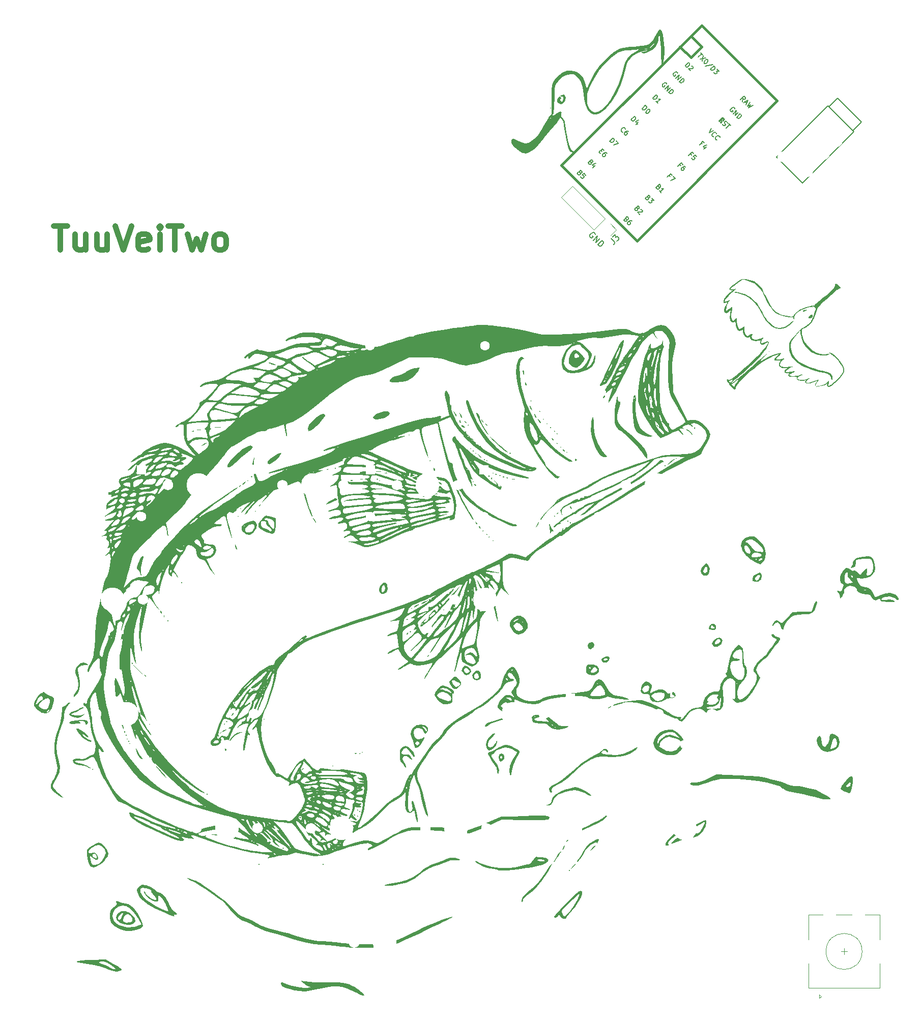
<source format=gto>
G04 #@! TF.GenerationSoftware,KiCad,Pcbnew,7.0.9-1.fc39*
G04 #@! TF.CreationDate,2024-01-02T19:22:47+02:00*
G04 #@! TF.ProjectId,SplitHsideLeft3,53706c69-7448-4736-9964-654c65667433,rev?*
G04 #@! TF.SameCoordinates,Original*
G04 #@! TF.FileFunction,Legend,Top*
G04 #@! TF.FilePolarity,Positive*
%FSLAX46Y46*%
G04 Gerber Fmt 4.6, Leading zero omitted, Abs format (unit mm)*
G04 Created by KiCad (PCBNEW 7.0.9-1.fc39) date 2024-01-02 19:22:47*
%MOMM*%
%LPD*%
G01*
G04 APERTURE LIST*
G04 Aperture macros list*
%AMHorizOval*
0 Thick line with rounded ends*
0 $1 width*
0 $2 $3 position (X,Y) of the first rounded end (center of the circle)*
0 $4 $5 position (X,Y) of the second rounded end (center of the circle)*
0 Add line between two ends*
20,1,$1,$2,$3,$4,$5,0*
0 Add two circle primitives to create the rounded ends*
1,1,$1,$2,$3*
1,1,$1,$4,$5*%
%AMRotRect*
0 Rectangle, with rotation*
0 The origin of the aperture is its center*
0 $1 length*
0 $2 width*
0 $3 Rotation angle, in degrees counterclockwise*
0 Add horizontal line*
21,1,$1,$2,0,0,$3*%
G04 Aperture macros list end*
%ADD10C,0.200000*%
%ADD11C,0.900000*%
%ADD12C,0.150000*%
%ADD13C,0.381000*%
%ADD14C,0.120000*%
%ADD15R,1.600000X1.600000*%
%ADD16C,1.600000*%
%ADD17RotRect,1.752600X1.752600X225.000000*%
%ADD18C,1.752600*%
%ADD19C,0.800000*%
%ADD20HorizOval,1.600000X-0.141421X-0.141421X0.141421X0.141421X0*%
%ADD21C,1.750000*%
%ADD22C,3.987800*%
%ADD23C,3.200000*%
%ADD24C,3.048000*%
%ADD25RotRect,1.700000X1.700000X225.000000*%
%ADD26HorizOval,1.700000X0.000000X0.000000X0.000000X0.000000X0*%
%ADD27O,2.000000X3.200000*%
%ADD28R,2.000000X2.000000*%
%ADD29C,2.000000*%
G04 APERTURE END LIST*
D10*
X165999113Y-58364462D02*
X165965441Y-58263447D01*
X165965441Y-58263447D02*
X165864426Y-58162431D01*
X165864426Y-58162431D02*
X165729739Y-58095088D01*
X165729739Y-58095088D02*
X165595052Y-58095088D01*
X165595052Y-58095088D02*
X165494036Y-58128760D01*
X165494036Y-58128760D02*
X165325678Y-58229775D01*
X165325678Y-58229775D02*
X165224662Y-58330790D01*
X165224662Y-58330790D02*
X165123647Y-58499149D01*
X165123647Y-58499149D02*
X165089975Y-58600164D01*
X165089975Y-58600164D02*
X165089975Y-58734851D01*
X165089975Y-58734851D02*
X165157319Y-58869538D01*
X165157319Y-58869538D02*
X165224662Y-58936882D01*
X165224662Y-58936882D02*
X165359349Y-59004225D01*
X165359349Y-59004225D02*
X165426693Y-59004225D01*
X165426693Y-59004225D02*
X165662395Y-58768523D01*
X165662395Y-58768523D02*
X165527708Y-58633836D01*
X165662395Y-59374614D02*
X166369502Y-58667508D01*
X166369502Y-58667508D02*
X166066456Y-59778675D01*
X166066456Y-59778675D02*
X166773563Y-59071569D01*
X166403174Y-60115393D02*
X167110280Y-59408286D01*
X167110280Y-59408286D02*
X167278639Y-59576645D01*
X167278639Y-59576645D02*
X167345983Y-59711332D01*
X167345983Y-59711332D02*
X167345983Y-59846019D01*
X167345983Y-59846019D02*
X167312311Y-59947034D01*
X167312311Y-59947034D02*
X167211296Y-60115393D01*
X167211296Y-60115393D02*
X167110280Y-60216408D01*
X167110280Y-60216408D02*
X166941922Y-60317423D01*
X166941922Y-60317423D02*
X166840906Y-60351095D01*
X166840906Y-60351095D02*
X166706219Y-60351095D01*
X166706219Y-60351095D02*
X166571532Y-60283752D01*
X166571532Y-60283752D02*
X166403174Y-60115393D01*
D11*
X75813057Y-56963676D02*
X78098771Y-56963676D01*
X76955914Y-60963676D02*
X76955914Y-56963676D01*
X81146390Y-58297009D02*
X81146390Y-60963676D01*
X79432104Y-58297009D02*
X79432104Y-60392247D01*
X79432104Y-60392247D02*
X79622581Y-60773200D01*
X79622581Y-60773200D02*
X80003533Y-60963676D01*
X80003533Y-60963676D02*
X80574962Y-60963676D01*
X80574962Y-60963676D02*
X80955914Y-60773200D01*
X80955914Y-60773200D02*
X81146390Y-60582723D01*
X84765438Y-58297009D02*
X84765438Y-60963676D01*
X83051152Y-58297009D02*
X83051152Y-60392247D01*
X83051152Y-60392247D02*
X83241629Y-60773200D01*
X83241629Y-60773200D02*
X83622581Y-60963676D01*
X83622581Y-60963676D02*
X84194010Y-60963676D01*
X84194010Y-60963676D02*
X84574962Y-60773200D01*
X84574962Y-60773200D02*
X84765438Y-60582723D01*
X86098772Y-56963676D02*
X87432105Y-60963676D01*
X87432105Y-60963676D02*
X88765439Y-56963676D01*
X91622581Y-60773200D02*
X91241629Y-60963676D01*
X91241629Y-60963676D02*
X90479724Y-60963676D01*
X90479724Y-60963676D02*
X90098771Y-60773200D01*
X90098771Y-60773200D02*
X89908295Y-60392247D01*
X89908295Y-60392247D02*
X89908295Y-58868438D01*
X89908295Y-58868438D02*
X90098771Y-58487485D01*
X90098771Y-58487485D02*
X90479724Y-58297009D01*
X90479724Y-58297009D02*
X91241629Y-58297009D01*
X91241629Y-58297009D02*
X91622581Y-58487485D01*
X91622581Y-58487485D02*
X91813057Y-58868438D01*
X91813057Y-58868438D02*
X91813057Y-59249390D01*
X91813057Y-59249390D02*
X89908295Y-59630342D01*
X93527342Y-60963676D02*
X93527342Y-58297009D01*
X93527342Y-56963676D02*
X93336866Y-57154152D01*
X93336866Y-57154152D02*
X93527342Y-57344628D01*
X93527342Y-57344628D02*
X93717819Y-57154152D01*
X93717819Y-57154152D02*
X93527342Y-56963676D01*
X93527342Y-56963676D02*
X93527342Y-57344628D01*
X94860676Y-56963676D02*
X97146390Y-56963676D01*
X96003533Y-60963676D02*
X96003533Y-56963676D01*
X98098771Y-58297009D02*
X98860676Y-60963676D01*
X98860676Y-60963676D02*
X99622581Y-59058914D01*
X99622581Y-59058914D02*
X100384485Y-60963676D01*
X100384485Y-60963676D02*
X101146390Y-58297009D01*
X103241628Y-60963676D02*
X102860676Y-60773200D01*
X102860676Y-60773200D02*
X102670199Y-60582723D01*
X102670199Y-60582723D02*
X102479723Y-60201771D01*
X102479723Y-60201771D02*
X102479723Y-59058914D01*
X102479723Y-59058914D02*
X102670199Y-58677961D01*
X102670199Y-58677961D02*
X102860676Y-58487485D01*
X102860676Y-58487485D02*
X103241628Y-58297009D01*
X103241628Y-58297009D02*
X103813057Y-58297009D01*
X103813057Y-58297009D02*
X104194009Y-58487485D01*
X104194009Y-58487485D02*
X104384485Y-58677961D01*
X104384485Y-58677961D02*
X104574961Y-59058914D01*
X104574961Y-59058914D02*
X104574961Y-60201771D01*
X104574961Y-60201771D02*
X104384485Y-60582723D01*
X104384485Y-60582723D02*
X104194009Y-60773200D01*
X104194009Y-60773200D02*
X103813057Y-60963676D01*
X103813057Y-60963676D02*
X103241628Y-60963676D01*
D12*
X180227635Y-46950764D02*
X180039073Y-46762202D01*
X179742762Y-47058514D02*
X180308447Y-46492828D01*
X180308447Y-46492828D02*
X180577821Y-46762202D01*
X181035757Y-47220138D02*
X180928007Y-47112388D01*
X180928007Y-47112388D02*
X180847195Y-47085451D01*
X180847195Y-47085451D02*
X180793320Y-47085451D01*
X180793320Y-47085451D02*
X180658633Y-47112388D01*
X180658633Y-47112388D02*
X180523946Y-47193200D01*
X180523946Y-47193200D02*
X180308447Y-47408700D01*
X180308447Y-47408700D02*
X180281510Y-47489512D01*
X180281510Y-47489512D02*
X180281510Y-47543387D01*
X180281510Y-47543387D02*
X180308447Y-47624199D01*
X180308447Y-47624199D02*
X180416197Y-47731949D01*
X180416197Y-47731949D02*
X180497009Y-47758886D01*
X180497009Y-47758886D02*
X180550884Y-47758886D01*
X180550884Y-47758886D02*
X180631696Y-47731949D01*
X180631696Y-47731949D02*
X180766383Y-47597261D01*
X180766383Y-47597261D02*
X180793320Y-47516449D01*
X180793320Y-47516449D02*
X180793320Y-47462574D01*
X180793320Y-47462574D02*
X180766383Y-47381762D01*
X180766383Y-47381762D02*
X180658633Y-47274013D01*
X180658633Y-47274013D02*
X180577821Y-47247075D01*
X180577821Y-47247075D02*
X180523946Y-47247075D01*
X180523946Y-47247075D02*
X180443134Y-47274013D01*
X177892768Y-33354717D02*
X177865831Y-33273905D01*
X177865831Y-33273905D02*
X177785019Y-33193093D01*
X177785019Y-33193093D02*
X177677269Y-33139218D01*
X177677269Y-33139218D02*
X177569519Y-33139218D01*
X177569519Y-33139218D02*
X177488707Y-33166155D01*
X177488707Y-33166155D02*
X177354020Y-33246967D01*
X177354020Y-33246967D02*
X177273208Y-33327780D01*
X177273208Y-33327780D02*
X177192396Y-33462467D01*
X177192396Y-33462467D02*
X177165458Y-33543279D01*
X177165458Y-33543279D02*
X177165458Y-33651028D01*
X177165458Y-33651028D02*
X177219333Y-33758778D01*
X177219333Y-33758778D02*
X177273208Y-33812653D01*
X177273208Y-33812653D02*
X177380958Y-33866528D01*
X177380958Y-33866528D02*
X177434832Y-33866528D01*
X177434832Y-33866528D02*
X177623394Y-33677966D01*
X177623394Y-33677966D02*
X177515645Y-33570216D01*
X177623394Y-34162839D02*
X178189080Y-33597154D01*
X178189080Y-33597154D02*
X177946643Y-34486088D01*
X177946643Y-34486088D02*
X178512328Y-33920402D01*
X178216017Y-34755462D02*
X178781702Y-34189776D01*
X178781702Y-34189776D02*
X178916389Y-34324463D01*
X178916389Y-34324463D02*
X178970264Y-34432213D01*
X178970264Y-34432213D02*
X178970264Y-34539962D01*
X178970264Y-34539962D02*
X178943327Y-34620775D01*
X178943327Y-34620775D02*
X178862514Y-34755462D01*
X178862514Y-34755462D02*
X178781702Y-34836274D01*
X178781702Y-34836274D02*
X178647015Y-34917086D01*
X178647015Y-34917086D02*
X178566203Y-34944023D01*
X178566203Y-34944023D02*
X178458453Y-34944023D01*
X178458453Y-34944023D02*
X178350704Y-34890149D01*
X178350704Y-34890149D02*
X178216017Y-34755462D01*
X176595126Y-50502460D02*
X176649001Y-50610209D01*
X176649001Y-50610209D02*
X176649001Y-50664084D01*
X176649001Y-50664084D02*
X176622063Y-50744896D01*
X176622063Y-50744896D02*
X176541251Y-50825709D01*
X176541251Y-50825709D02*
X176460439Y-50852646D01*
X176460439Y-50852646D02*
X176406564Y-50852646D01*
X176406564Y-50852646D02*
X176325752Y-50825709D01*
X176325752Y-50825709D02*
X176110253Y-50610209D01*
X176110253Y-50610209D02*
X176675938Y-50044524D01*
X176675938Y-50044524D02*
X176864500Y-50233086D01*
X176864500Y-50233086D02*
X176891437Y-50313898D01*
X176891437Y-50313898D02*
X176891437Y-50367773D01*
X176891437Y-50367773D02*
X176864500Y-50448585D01*
X176864500Y-50448585D02*
X176810625Y-50502460D01*
X176810625Y-50502460D02*
X176729813Y-50529397D01*
X176729813Y-50529397D02*
X176675938Y-50529397D01*
X176675938Y-50529397D02*
X176595126Y-50502460D01*
X176595126Y-50502460D02*
X176406564Y-50313898D01*
X176972249Y-51472206D02*
X176649001Y-51148957D01*
X176810625Y-51310582D02*
X177376310Y-50744896D01*
X177376310Y-50744896D02*
X177241623Y-50771834D01*
X177241623Y-50771834D02*
X177133874Y-50771834D01*
X177133874Y-50771834D02*
X177053062Y-50744896D01*
X163483952Y-48167594D02*
X163537827Y-48275343D01*
X163537827Y-48275343D02*
X163537827Y-48329218D01*
X163537827Y-48329218D02*
X163510889Y-48410030D01*
X163510889Y-48410030D02*
X163430077Y-48490843D01*
X163430077Y-48490843D02*
X163349265Y-48517780D01*
X163349265Y-48517780D02*
X163295390Y-48517780D01*
X163295390Y-48517780D02*
X163214578Y-48490843D01*
X163214578Y-48490843D02*
X162999079Y-48275343D01*
X162999079Y-48275343D02*
X163564764Y-47709658D01*
X163564764Y-47709658D02*
X163753326Y-47898220D01*
X163753326Y-47898220D02*
X163780263Y-47979032D01*
X163780263Y-47979032D02*
X163780263Y-48032907D01*
X163780263Y-48032907D02*
X163753326Y-48113719D01*
X163753326Y-48113719D02*
X163699451Y-48167594D01*
X163699451Y-48167594D02*
X163618639Y-48194531D01*
X163618639Y-48194531D02*
X163564764Y-48194531D01*
X163564764Y-48194531D02*
X163483952Y-48167594D01*
X163483952Y-48167594D02*
X163295390Y-47979032D01*
X164399823Y-48544717D02*
X164130449Y-48275343D01*
X164130449Y-48275343D02*
X163834138Y-48517780D01*
X163834138Y-48517780D02*
X163888013Y-48517780D01*
X163888013Y-48517780D02*
X163968825Y-48544717D01*
X163968825Y-48544717D02*
X164103512Y-48679404D01*
X164103512Y-48679404D02*
X164130449Y-48760217D01*
X164130449Y-48760217D02*
X164130449Y-48814091D01*
X164130449Y-48814091D02*
X164103512Y-48894904D01*
X164103512Y-48894904D02*
X163968825Y-49029591D01*
X163968825Y-49029591D02*
X163888013Y-49056528D01*
X163888013Y-49056528D02*
X163834138Y-49056528D01*
X163834138Y-49056528D02*
X163753326Y-49029591D01*
X163753326Y-49029591D02*
X163618639Y-48894904D01*
X163618639Y-48894904D02*
X163591701Y-48814091D01*
X163591701Y-48814091D02*
X163591701Y-48760217D01*
X183525772Y-28157538D02*
X183849021Y-28480787D01*
X183121711Y-28884848D02*
X183687396Y-28319162D01*
X183983708Y-28615474D02*
X183795146Y-29558283D01*
X184360831Y-28992597D02*
X183418022Y-29181159D01*
X184684080Y-29315846D02*
X184737955Y-29369721D01*
X184737955Y-29369721D02*
X184764892Y-29450533D01*
X184764892Y-29450533D02*
X184764892Y-29504408D01*
X184764892Y-29504408D02*
X184737955Y-29585220D01*
X184737955Y-29585220D02*
X184657143Y-29719907D01*
X184657143Y-29719907D02*
X184522456Y-29854594D01*
X184522456Y-29854594D02*
X184387769Y-29935406D01*
X184387769Y-29935406D02*
X184306957Y-29962344D01*
X184306957Y-29962344D02*
X184253082Y-29962344D01*
X184253082Y-29962344D02*
X184172270Y-29935406D01*
X184172270Y-29935406D02*
X184118395Y-29881532D01*
X184118395Y-29881532D02*
X184091457Y-29800719D01*
X184091457Y-29800719D02*
X184091457Y-29746845D01*
X184091457Y-29746845D02*
X184118395Y-29666032D01*
X184118395Y-29666032D02*
X184199207Y-29531345D01*
X184199207Y-29531345D02*
X184333894Y-29396658D01*
X184333894Y-29396658D02*
X184468581Y-29315846D01*
X184468581Y-29315846D02*
X184549393Y-29288909D01*
X184549393Y-29288909D02*
X184603268Y-29288909D01*
X184603268Y-29288909D02*
X184684080Y-29315846D01*
X185546077Y-30123968D02*
X184333894Y-30366405D01*
X185142016Y-30905153D02*
X185707702Y-30339467D01*
X185707702Y-30339467D02*
X185842389Y-30474154D01*
X185842389Y-30474154D02*
X185896263Y-30581904D01*
X185896263Y-30581904D02*
X185896263Y-30689654D01*
X185896263Y-30689654D02*
X185869326Y-30770466D01*
X185869326Y-30770466D02*
X185788514Y-30905153D01*
X185788514Y-30905153D02*
X185707702Y-30985965D01*
X185707702Y-30985965D02*
X185573014Y-31066777D01*
X185573014Y-31066777D02*
X185492202Y-31093715D01*
X185492202Y-31093715D02*
X185384453Y-31093715D01*
X185384453Y-31093715D02*
X185276703Y-31039840D01*
X185276703Y-31039840D02*
X185142016Y-30905153D01*
X186219512Y-30851278D02*
X186569698Y-31201464D01*
X186569698Y-31201464D02*
X186165637Y-31228402D01*
X186165637Y-31228402D02*
X186246450Y-31309214D01*
X186246450Y-31309214D02*
X186273387Y-31390026D01*
X186273387Y-31390026D02*
X186273387Y-31443901D01*
X186273387Y-31443901D02*
X186246450Y-31524713D01*
X186246450Y-31524713D02*
X186111763Y-31659400D01*
X186111763Y-31659400D02*
X186030950Y-31686338D01*
X186030950Y-31686338D02*
X185977076Y-31686338D01*
X185977076Y-31686338D02*
X185896263Y-31659400D01*
X185896263Y-31659400D02*
X185734639Y-31497776D01*
X185734639Y-31497776D02*
X185707702Y-31416964D01*
X185707702Y-31416964D02*
X185707702Y-31363089D01*
X175571438Y-35702984D02*
X176137123Y-35137299D01*
X176137123Y-35137299D02*
X176271810Y-35271986D01*
X176271810Y-35271986D02*
X176325685Y-35379736D01*
X176325685Y-35379736D02*
X176325685Y-35487485D01*
X176325685Y-35487485D02*
X176298747Y-35568297D01*
X176298747Y-35568297D02*
X176217935Y-35702984D01*
X176217935Y-35702984D02*
X176137123Y-35783797D01*
X176137123Y-35783797D02*
X176002436Y-35864609D01*
X176002436Y-35864609D02*
X175921624Y-35891546D01*
X175921624Y-35891546D02*
X175813874Y-35891546D01*
X175813874Y-35891546D02*
X175706125Y-35837671D01*
X175706125Y-35837671D02*
X175571438Y-35702984D01*
X176433434Y-36564981D02*
X176110186Y-36241732D01*
X176271810Y-36403357D02*
X176837495Y-35837671D01*
X176837495Y-35837671D02*
X176702808Y-35864609D01*
X176702808Y-35864609D02*
X176595059Y-35864609D01*
X176595059Y-35864609D02*
X176514247Y-35837671D01*
X173003024Y-54094563D02*
X173056899Y-54202312D01*
X173056899Y-54202312D02*
X173056899Y-54256187D01*
X173056899Y-54256187D02*
X173029961Y-54336999D01*
X173029961Y-54336999D02*
X172949149Y-54417812D01*
X172949149Y-54417812D02*
X172868337Y-54444749D01*
X172868337Y-54444749D02*
X172814462Y-54444749D01*
X172814462Y-54444749D02*
X172733650Y-54417812D01*
X172733650Y-54417812D02*
X172518151Y-54202312D01*
X172518151Y-54202312D02*
X173083836Y-53636627D01*
X173083836Y-53636627D02*
X173272398Y-53825189D01*
X173272398Y-53825189D02*
X173299335Y-53906001D01*
X173299335Y-53906001D02*
X173299335Y-53959876D01*
X173299335Y-53959876D02*
X173272398Y-54040688D01*
X173272398Y-54040688D02*
X173218523Y-54094563D01*
X173218523Y-54094563D02*
X173137711Y-54121500D01*
X173137711Y-54121500D02*
X173083836Y-54121500D01*
X173083836Y-54121500D02*
X173003024Y-54094563D01*
X173003024Y-54094563D02*
X172814462Y-53906001D01*
X173568709Y-54229250D02*
X173622584Y-54229250D01*
X173622584Y-54229250D02*
X173703396Y-54256187D01*
X173703396Y-54256187D02*
X173838083Y-54390874D01*
X173838083Y-54390874D02*
X173865021Y-54471686D01*
X173865021Y-54471686D02*
X173865021Y-54525561D01*
X173865021Y-54525561D02*
X173838083Y-54606373D01*
X173838083Y-54606373D02*
X173784208Y-54660248D01*
X173784208Y-54660248D02*
X173676459Y-54714123D01*
X173676459Y-54714123D02*
X173029961Y-54714123D01*
X173029961Y-54714123D02*
X173380147Y-55064309D01*
X171979335Y-39295086D02*
X172545020Y-38729401D01*
X172545020Y-38729401D02*
X172679707Y-38864088D01*
X172679707Y-38864088D02*
X172733582Y-38971838D01*
X172733582Y-38971838D02*
X172733582Y-39079587D01*
X172733582Y-39079587D02*
X172706644Y-39160399D01*
X172706644Y-39160399D02*
X172625832Y-39295086D01*
X172625832Y-39295086D02*
X172545020Y-39375899D01*
X172545020Y-39375899D02*
X172410333Y-39456711D01*
X172410333Y-39456711D02*
X172329521Y-39483648D01*
X172329521Y-39483648D02*
X172221771Y-39483648D01*
X172221771Y-39483648D02*
X172114022Y-39429773D01*
X172114022Y-39429773D02*
X171979335Y-39295086D01*
X173164580Y-39726085D02*
X172787457Y-40103209D01*
X173245392Y-39375899D02*
X172706644Y-39645273D01*
X172706644Y-39645273D02*
X173056831Y-39995459D01*
X180959591Y-30314830D02*
X181525276Y-29749145D01*
X181525276Y-29749145D02*
X181659963Y-29883832D01*
X181659963Y-29883832D02*
X181713838Y-29991582D01*
X181713838Y-29991582D02*
X181713838Y-30099331D01*
X181713838Y-30099331D02*
X181686900Y-30180143D01*
X181686900Y-30180143D02*
X181606088Y-30314830D01*
X181606088Y-30314830D02*
X181525276Y-30395643D01*
X181525276Y-30395643D02*
X181390589Y-30476455D01*
X181390589Y-30476455D02*
X181309777Y-30503392D01*
X181309777Y-30503392D02*
X181202027Y-30503392D01*
X181202027Y-30503392D02*
X181094278Y-30449517D01*
X181094278Y-30449517D02*
X180959591Y-30314830D01*
X182010149Y-30341768D02*
X182064024Y-30341768D01*
X182064024Y-30341768D02*
X182144836Y-30368705D01*
X182144836Y-30368705D02*
X182279523Y-30503392D01*
X182279523Y-30503392D02*
X182306461Y-30584204D01*
X182306461Y-30584204D02*
X182306461Y-30638079D01*
X182306461Y-30638079D02*
X182279523Y-30718891D01*
X182279523Y-30718891D02*
X182225648Y-30772766D01*
X182225648Y-30772766D02*
X182117899Y-30826641D01*
X182117899Y-30826641D02*
X181471401Y-30826641D01*
X181471401Y-30826641D02*
X181821587Y-31176827D01*
X170560407Y-41360512D02*
X170506532Y-41360512D01*
X170506532Y-41360512D02*
X170398783Y-41306638D01*
X170398783Y-41306638D02*
X170344908Y-41252763D01*
X170344908Y-41252763D02*
X170291033Y-41145013D01*
X170291033Y-41145013D02*
X170291033Y-41037264D01*
X170291033Y-41037264D02*
X170317971Y-40956451D01*
X170317971Y-40956451D02*
X170398783Y-40821764D01*
X170398783Y-40821764D02*
X170479595Y-40740952D01*
X170479595Y-40740952D02*
X170614282Y-40660140D01*
X170614282Y-40660140D02*
X170695094Y-40633203D01*
X170695094Y-40633203D02*
X170802844Y-40633203D01*
X170802844Y-40633203D02*
X170910593Y-40687077D01*
X170910593Y-40687077D02*
X170964468Y-40740952D01*
X170964468Y-40740952D02*
X171018343Y-40848702D01*
X171018343Y-40848702D02*
X171018343Y-40902577D01*
X171557091Y-41333575D02*
X171449341Y-41225825D01*
X171449341Y-41225825D02*
X171368529Y-41198888D01*
X171368529Y-41198888D02*
X171314654Y-41198888D01*
X171314654Y-41198888D02*
X171179967Y-41225825D01*
X171179967Y-41225825D02*
X171045280Y-41306638D01*
X171045280Y-41306638D02*
X170829781Y-41522137D01*
X170829781Y-41522137D02*
X170802844Y-41602949D01*
X170802844Y-41602949D02*
X170802844Y-41656824D01*
X170802844Y-41656824D02*
X170829781Y-41737636D01*
X170829781Y-41737636D02*
X170937531Y-41845386D01*
X170937531Y-41845386D02*
X171018343Y-41872323D01*
X171018343Y-41872323D02*
X171072218Y-41872323D01*
X171072218Y-41872323D02*
X171153030Y-41845386D01*
X171153030Y-41845386D02*
X171287717Y-41710699D01*
X171287717Y-41710699D02*
X171314654Y-41629886D01*
X171314654Y-41629886D02*
X171314654Y-41576012D01*
X171314654Y-41576012D02*
X171287717Y-41495199D01*
X171287717Y-41495199D02*
X171179967Y-41387450D01*
X171179967Y-41387450D02*
X171099155Y-41360512D01*
X171099155Y-41360512D02*
X171045280Y-41360512D01*
X171045280Y-41360512D02*
X170964468Y-41387450D01*
X171206972Y-55890614D02*
X171260847Y-55998363D01*
X171260847Y-55998363D02*
X171260847Y-56052238D01*
X171260847Y-56052238D02*
X171233909Y-56133050D01*
X171233909Y-56133050D02*
X171153097Y-56213863D01*
X171153097Y-56213863D02*
X171072285Y-56240800D01*
X171072285Y-56240800D02*
X171018410Y-56240800D01*
X171018410Y-56240800D02*
X170937598Y-56213863D01*
X170937598Y-56213863D02*
X170722099Y-55998363D01*
X170722099Y-55998363D02*
X171287784Y-55432678D01*
X171287784Y-55432678D02*
X171476346Y-55621240D01*
X171476346Y-55621240D02*
X171503283Y-55702052D01*
X171503283Y-55702052D02*
X171503283Y-55755927D01*
X171503283Y-55755927D02*
X171476346Y-55836739D01*
X171476346Y-55836739D02*
X171422471Y-55890614D01*
X171422471Y-55890614D02*
X171341659Y-55917551D01*
X171341659Y-55917551D02*
X171287784Y-55917551D01*
X171287784Y-55917551D02*
X171206972Y-55890614D01*
X171206972Y-55890614D02*
X171018410Y-55702052D01*
X172095906Y-56240800D02*
X171988156Y-56133050D01*
X171988156Y-56133050D02*
X171907344Y-56106113D01*
X171907344Y-56106113D02*
X171853469Y-56106113D01*
X171853469Y-56106113D02*
X171718782Y-56133050D01*
X171718782Y-56133050D02*
X171584095Y-56213863D01*
X171584095Y-56213863D02*
X171368596Y-56429362D01*
X171368596Y-56429362D02*
X171341659Y-56510174D01*
X171341659Y-56510174D02*
X171341659Y-56564049D01*
X171341659Y-56564049D02*
X171368596Y-56644861D01*
X171368596Y-56644861D02*
X171476346Y-56752611D01*
X171476346Y-56752611D02*
X171557158Y-56779548D01*
X171557158Y-56779548D02*
X171611033Y-56779548D01*
X171611033Y-56779548D02*
X171691845Y-56752611D01*
X171691845Y-56752611D02*
X171826532Y-56617924D01*
X171826532Y-56617924D02*
X171853469Y-56537111D01*
X171853469Y-56537111D02*
X171853469Y-56483237D01*
X171853469Y-56483237D02*
X171826532Y-56402424D01*
X171826532Y-56402424D02*
X171718782Y-56294675D01*
X171718782Y-56294675D02*
X171637970Y-56267737D01*
X171637970Y-56267737D02*
X171584095Y-56267737D01*
X171584095Y-56267737D02*
X171503283Y-56294675D01*
X183819737Y-43358661D02*
X183631175Y-43170099D01*
X183334864Y-43466411D02*
X183900549Y-42900725D01*
X183900549Y-42900725D02*
X184169923Y-43170099D01*
X184439297Y-43816597D02*
X184062173Y-44193720D01*
X184520109Y-43466410D02*
X183981361Y-43735784D01*
X183981361Y-43735784D02*
X184331547Y-44085971D01*
X187167535Y-40018576D02*
X187221410Y-40126326D01*
X187221410Y-40126326D02*
X187356097Y-40261013D01*
X187356097Y-40261013D02*
X187436909Y-40287950D01*
X187436909Y-40287950D02*
X187490784Y-40287950D01*
X187490784Y-40287950D02*
X187571596Y-40261013D01*
X187571596Y-40261013D02*
X187625471Y-40207138D01*
X187625471Y-40207138D02*
X187652408Y-40126326D01*
X187652408Y-40126326D02*
X187652408Y-40072451D01*
X187652408Y-40072451D02*
X187625471Y-39991639D01*
X187625471Y-39991639D02*
X187544659Y-39856952D01*
X187544659Y-39856952D02*
X187517721Y-39776139D01*
X187517721Y-39776139D02*
X187517721Y-39722265D01*
X187517721Y-39722265D02*
X187544659Y-39641452D01*
X187544659Y-39641452D02*
X187598533Y-39587578D01*
X187598533Y-39587578D02*
X187679346Y-39560640D01*
X187679346Y-39560640D02*
X187733220Y-39560640D01*
X187733220Y-39560640D02*
X187814033Y-39587578D01*
X187814033Y-39587578D02*
X187948720Y-39722265D01*
X187948720Y-39722265D02*
X188002595Y-39830014D01*
X188191156Y-39964701D02*
X188514405Y-40287950D01*
X187787095Y-40692011D02*
X188352781Y-40126326D01*
X173775386Y-37499035D02*
X174341071Y-36933350D01*
X174341071Y-36933350D02*
X174475758Y-37068037D01*
X174475758Y-37068037D02*
X174529633Y-37175787D01*
X174529633Y-37175787D02*
X174529633Y-37283536D01*
X174529633Y-37283536D02*
X174502695Y-37364348D01*
X174502695Y-37364348D02*
X174421883Y-37499035D01*
X174421883Y-37499035D02*
X174341071Y-37579848D01*
X174341071Y-37579848D02*
X174206384Y-37660660D01*
X174206384Y-37660660D02*
X174125572Y-37687597D01*
X174125572Y-37687597D02*
X174017822Y-37687597D01*
X174017822Y-37687597D02*
X173910073Y-37633722D01*
X173910073Y-37633722D02*
X173775386Y-37499035D01*
X175014506Y-37606785D02*
X175068381Y-37660660D01*
X175068381Y-37660660D02*
X175095318Y-37741472D01*
X175095318Y-37741472D02*
X175095318Y-37795347D01*
X175095318Y-37795347D02*
X175068381Y-37876159D01*
X175068381Y-37876159D02*
X174987569Y-38010846D01*
X174987569Y-38010846D02*
X174852882Y-38145533D01*
X174852882Y-38145533D02*
X174718195Y-38226345D01*
X174718195Y-38226345D02*
X174637382Y-38253283D01*
X174637382Y-38253283D02*
X174583508Y-38253283D01*
X174583508Y-38253283D02*
X174502695Y-38226345D01*
X174502695Y-38226345D02*
X174448821Y-38172471D01*
X174448821Y-38172471D02*
X174421883Y-38091658D01*
X174421883Y-38091658D02*
X174421883Y-38037783D01*
X174421883Y-38037783D02*
X174448821Y-37956971D01*
X174448821Y-37956971D02*
X174529633Y-37822284D01*
X174529633Y-37822284D02*
X174664320Y-37687597D01*
X174664320Y-37687597D02*
X174799007Y-37606785D01*
X174799007Y-37606785D02*
X174879819Y-37579848D01*
X174879819Y-37579848D02*
X174933694Y-37579848D01*
X174933694Y-37579848D02*
X175014506Y-37606785D01*
X185319476Y-40727550D02*
X184942353Y-41481798D01*
X184942353Y-41481798D02*
X185696600Y-41104674D01*
X185696600Y-42128295D02*
X185642725Y-42128295D01*
X185642725Y-42128295D02*
X185534975Y-42074420D01*
X185534975Y-42074420D02*
X185481101Y-42020545D01*
X185481101Y-42020545D02*
X185427226Y-41912796D01*
X185427226Y-41912796D02*
X185427226Y-41805046D01*
X185427226Y-41805046D02*
X185454163Y-41724234D01*
X185454163Y-41724234D02*
X185534975Y-41589547D01*
X185534975Y-41589547D02*
X185615788Y-41508735D01*
X185615788Y-41508735D02*
X185750475Y-41427923D01*
X185750475Y-41427923D02*
X185831287Y-41400985D01*
X185831287Y-41400985D02*
X185939036Y-41400985D01*
X185939036Y-41400985D02*
X186046786Y-41454860D01*
X186046786Y-41454860D02*
X186100661Y-41508735D01*
X186100661Y-41508735D02*
X186154536Y-41616484D01*
X186154536Y-41616484D02*
X186154536Y-41670359D01*
X186262285Y-42693980D02*
X186208410Y-42693980D01*
X186208410Y-42693980D02*
X186100661Y-42640106D01*
X186100661Y-42640106D02*
X186046786Y-42586231D01*
X186046786Y-42586231D02*
X185992911Y-42478481D01*
X185992911Y-42478481D02*
X185992911Y-42370732D01*
X185992911Y-42370732D02*
X186019849Y-42289919D01*
X186019849Y-42289919D02*
X186100661Y-42155232D01*
X186100661Y-42155232D02*
X186181473Y-42074420D01*
X186181473Y-42074420D02*
X186316160Y-41993608D01*
X186316160Y-41993608D02*
X186396972Y-41966671D01*
X186396972Y-41966671D02*
X186504722Y-41966671D01*
X186504722Y-41966671D02*
X186612471Y-42020545D01*
X186612471Y-42020545D02*
X186666346Y-42074420D01*
X186666346Y-42074420D02*
X186720221Y-42182170D01*
X186720221Y-42182170D02*
X186720221Y-42236045D01*
X168387233Y-42887189D02*
X168952918Y-42321504D01*
X168952918Y-42321504D02*
X169087605Y-42456191D01*
X169087605Y-42456191D02*
X169141480Y-42563941D01*
X169141480Y-42563941D02*
X169141480Y-42671690D01*
X169141480Y-42671690D02*
X169114542Y-42752502D01*
X169114542Y-42752502D02*
X169033730Y-42887189D01*
X169033730Y-42887189D02*
X168952918Y-42968002D01*
X168952918Y-42968002D02*
X168818231Y-43048814D01*
X168818231Y-43048814D02*
X168737419Y-43075751D01*
X168737419Y-43075751D02*
X168629669Y-43075751D01*
X168629669Y-43075751D02*
X168521920Y-43021876D01*
X168521920Y-43021876D02*
X168387233Y-42887189D01*
X169464729Y-42833315D02*
X169841852Y-43210438D01*
X169841852Y-43210438D02*
X169033730Y-43533687D01*
X182023686Y-45154713D02*
X181835124Y-44966151D01*
X181538813Y-45262463D02*
X182104498Y-44696777D01*
X182104498Y-44696777D02*
X182373872Y-44966151D01*
X182858745Y-45451024D02*
X182589371Y-45181650D01*
X182589371Y-45181650D02*
X182293060Y-45424087D01*
X182293060Y-45424087D02*
X182346935Y-45424087D01*
X182346935Y-45424087D02*
X182427747Y-45451024D01*
X182427747Y-45451024D02*
X182562434Y-45585711D01*
X182562434Y-45585711D02*
X182589371Y-45666523D01*
X182589371Y-45666523D02*
X182589371Y-45720398D01*
X182589371Y-45720398D02*
X182562434Y-45801210D01*
X182562434Y-45801210D02*
X182427747Y-45935898D01*
X182427747Y-45935898D02*
X182346935Y-45962835D01*
X182346935Y-45962835D02*
X182293060Y-45962835D01*
X182293060Y-45962835D02*
X182212248Y-45935898D01*
X182212248Y-45935898D02*
X182077561Y-45801210D01*
X182077561Y-45801210D02*
X182050623Y-45720398D01*
X182050623Y-45720398D02*
X182050623Y-45666523D01*
X166914430Y-44413866D02*
X167102992Y-44602428D01*
X166887493Y-44979552D02*
X166618119Y-44710178D01*
X166618119Y-44710178D02*
X167183804Y-44144492D01*
X167183804Y-44144492D02*
X167453178Y-44413866D01*
X167938052Y-44898740D02*
X167830302Y-44790990D01*
X167830302Y-44790990D02*
X167749490Y-44764053D01*
X167749490Y-44764053D02*
X167695615Y-44764053D01*
X167695615Y-44764053D02*
X167560928Y-44790990D01*
X167560928Y-44790990D02*
X167426241Y-44871802D01*
X167426241Y-44871802D02*
X167210742Y-45087302D01*
X167210742Y-45087302D02*
X167183805Y-45168114D01*
X167183805Y-45168114D02*
X167183805Y-45221989D01*
X167183805Y-45221989D02*
X167210742Y-45302801D01*
X167210742Y-45302801D02*
X167318492Y-45410550D01*
X167318492Y-45410550D02*
X167399304Y-45437488D01*
X167399304Y-45437488D02*
X167453179Y-45437488D01*
X167453179Y-45437488D02*
X167533991Y-45410550D01*
X167533991Y-45410550D02*
X167668678Y-45275863D01*
X167668678Y-45275863D02*
X167695615Y-45195051D01*
X167695615Y-45195051D02*
X167695615Y-45141176D01*
X167695615Y-45141176D02*
X167668678Y-45060364D01*
X167668678Y-45060364D02*
X167560928Y-44952615D01*
X167560928Y-44952615D02*
X167480116Y-44925677D01*
X167480116Y-44925677D02*
X167426241Y-44925677D01*
X167426241Y-44925677D02*
X167345429Y-44952615D01*
X174799075Y-52298511D02*
X174852950Y-52406260D01*
X174852950Y-52406260D02*
X174852950Y-52460135D01*
X174852950Y-52460135D02*
X174826012Y-52540947D01*
X174826012Y-52540947D02*
X174745200Y-52621760D01*
X174745200Y-52621760D02*
X174664388Y-52648697D01*
X174664388Y-52648697D02*
X174610513Y-52648697D01*
X174610513Y-52648697D02*
X174529701Y-52621760D01*
X174529701Y-52621760D02*
X174314202Y-52406260D01*
X174314202Y-52406260D02*
X174879887Y-51840575D01*
X174879887Y-51840575D02*
X175068449Y-52029137D01*
X175068449Y-52029137D02*
X175095386Y-52109949D01*
X175095386Y-52109949D02*
X175095386Y-52163824D01*
X175095386Y-52163824D02*
X175068449Y-52244636D01*
X175068449Y-52244636D02*
X175014574Y-52298511D01*
X175014574Y-52298511D02*
X174933762Y-52325448D01*
X174933762Y-52325448D02*
X174879887Y-52325448D01*
X174879887Y-52325448D02*
X174799075Y-52298511D01*
X174799075Y-52298511D02*
X174610513Y-52109949D01*
X175391698Y-52352386D02*
X175741884Y-52702572D01*
X175741884Y-52702572D02*
X175337823Y-52729509D01*
X175337823Y-52729509D02*
X175418635Y-52810321D01*
X175418635Y-52810321D02*
X175445572Y-52891134D01*
X175445572Y-52891134D02*
X175445572Y-52945008D01*
X175445572Y-52945008D02*
X175418635Y-53025821D01*
X175418635Y-53025821D02*
X175283948Y-53160508D01*
X175283948Y-53160508D02*
X175203136Y-53187445D01*
X175203136Y-53187445D02*
X175149261Y-53187445D01*
X175149261Y-53187445D02*
X175068449Y-53160508D01*
X175068449Y-53160508D02*
X174906824Y-52998883D01*
X174906824Y-52998883D02*
X174879887Y-52918071D01*
X174879887Y-52918071D02*
X174879887Y-52864196D01*
X179688819Y-31558666D02*
X179661882Y-31477854D01*
X179661882Y-31477854D02*
X179581070Y-31397042D01*
X179581070Y-31397042D02*
X179473320Y-31343167D01*
X179473320Y-31343167D02*
X179365570Y-31343167D01*
X179365570Y-31343167D02*
X179284758Y-31370104D01*
X179284758Y-31370104D02*
X179150071Y-31450916D01*
X179150071Y-31450916D02*
X179069259Y-31531729D01*
X179069259Y-31531729D02*
X178988447Y-31666416D01*
X178988447Y-31666416D02*
X178961509Y-31747228D01*
X178961509Y-31747228D02*
X178961509Y-31854977D01*
X178961509Y-31854977D02*
X179015384Y-31962727D01*
X179015384Y-31962727D02*
X179069259Y-32016602D01*
X179069259Y-32016602D02*
X179177009Y-32070477D01*
X179177009Y-32070477D02*
X179230883Y-32070477D01*
X179230883Y-32070477D02*
X179419445Y-31881915D01*
X179419445Y-31881915D02*
X179311696Y-31774165D01*
X179419445Y-32366788D02*
X179985131Y-31801103D01*
X179985131Y-31801103D02*
X179742694Y-32690037D01*
X179742694Y-32690037D02*
X180308379Y-32124351D01*
X180012068Y-32959411D02*
X180577753Y-32393725D01*
X180577753Y-32393725D02*
X180712440Y-32528412D01*
X180712440Y-32528412D02*
X180766315Y-32636162D01*
X180766315Y-32636162D02*
X180766315Y-32743911D01*
X180766315Y-32743911D02*
X180739378Y-32824724D01*
X180739378Y-32824724D02*
X180658565Y-32959411D01*
X180658565Y-32959411D02*
X180577753Y-33040223D01*
X180577753Y-33040223D02*
X180443066Y-33121035D01*
X180443066Y-33121035D02*
X180362254Y-33147972D01*
X180362254Y-33147972D02*
X180254504Y-33147972D01*
X180254504Y-33147972D02*
X180146755Y-33094098D01*
X180146755Y-33094098D02*
X180012068Y-32959411D01*
X190505600Y-36268737D02*
X190586412Y-35810801D01*
X190182351Y-35945488D02*
X190748036Y-35379802D01*
X190748036Y-35379802D02*
X190963536Y-35595302D01*
X190963536Y-35595302D02*
X190990473Y-35676114D01*
X190990473Y-35676114D02*
X190990473Y-35729989D01*
X190990473Y-35729989D02*
X190963536Y-35810801D01*
X190963536Y-35810801D02*
X190882723Y-35891613D01*
X190882723Y-35891613D02*
X190801911Y-35918550D01*
X190801911Y-35918550D02*
X190748036Y-35918550D01*
X190748036Y-35918550D02*
X190667224Y-35891613D01*
X190667224Y-35891613D02*
X190451725Y-35676114D01*
X190882723Y-36322611D02*
X191152097Y-36591985D01*
X190667224Y-36430361D02*
X191421471Y-36053237D01*
X191421471Y-36053237D02*
X191044348Y-36807485D01*
X191744720Y-36376486D02*
X191313722Y-37076858D01*
X191313722Y-37076858D02*
X191825532Y-36780547D01*
X191825532Y-36780547D02*
X191529221Y-37292358D01*
X191529221Y-37292358D02*
X192229593Y-36861359D01*
X178431583Y-48746815D02*
X178243021Y-48558253D01*
X177946710Y-48854565D02*
X178512395Y-48288879D01*
X178512395Y-48288879D02*
X178781769Y-48558253D01*
X178943393Y-48719877D02*
X179320517Y-49097001D01*
X179320517Y-49097001D02*
X178512395Y-49420250D01*
X165280003Y-46371542D02*
X165333878Y-46479291D01*
X165333878Y-46479291D02*
X165333878Y-46533166D01*
X165333878Y-46533166D02*
X165306940Y-46613978D01*
X165306940Y-46613978D02*
X165226128Y-46694791D01*
X165226128Y-46694791D02*
X165145316Y-46721728D01*
X165145316Y-46721728D02*
X165091441Y-46721728D01*
X165091441Y-46721728D02*
X165010629Y-46694791D01*
X165010629Y-46694791D02*
X164795130Y-46479291D01*
X164795130Y-46479291D02*
X165360815Y-45913606D01*
X165360815Y-45913606D02*
X165549377Y-46102168D01*
X165549377Y-46102168D02*
X165576314Y-46182980D01*
X165576314Y-46182980D02*
X165576314Y-46236855D01*
X165576314Y-46236855D02*
X165549377Y-46317667D01*
X165549377Y-46317667D02*
X165495502Y-46371542D01*
X165495502Y-46371542D02*
X165414690Y-46398479D01*
X165414690Y-46398479D02*
X165360815Y-46398479D01*
X165360815Y-46398479D02*
X165280003Y-46371542D01*
X165280003Y-46371542D02*
X165091441Y-46182980D01*
X165980375Y-46910290D02*
X165603252Y-47287414D01*
X166061187Y-46560104D02*
X165522439Y-46829478D01*
X165522439Y-46829478D02*
X165872626Y-47179664D01*
X189207891Y-37485635D02*
X189180954Y-37404823D01*
X189180954Y-37404823D02*
X189100142Y-37324011D01*
X189100142Y-37324011D02*
X188992392Y-37270136D01*
X188992392Y-37270136D02*
X188884642Y-37270136D01*
X188884642Y-37270136D02*
X188803830Y-37297073D01*
X188803830Y-37297073D02*
X188669143Y-37377885D01*
X188669143Y-37377885D02*
X188588331Y-37458698D01*
X188588331Y-37458698D02*
X188507519Y-37593385D01*
X188507519Y-37593385D02*
X188480581Y-37674197D01*
X188480581Y-37674197D02*
X188480581Y-37781946D01*
X188480581Y-37781946D02*
X188534456Y-37889696D01*
X188534456Y-37889696D02*
X188588331Y-37943571D01*
X188588331Y-37943571D02*
X188696081Y-37997446D01*
X188696081Y-37997446D02*
X188749955Y-37997446D01*
X188749955Y-37997446D02*
X188938517Y-37808884D01*
X188938517Y-37808884D02*
X188830768Y-37701134D01*
X188938517Y-38293757D02*
X189504203Y-37728072D01*
X189504203Y-37728072D02*
X189261766Y-38617006D01*
X189261766Y-38617006D02*
X189827451Y-38051320D01*
X189531140Y-38886380D02*
X190096825Y-38320694D01*
X190096825Y-38320694D02*
X190231512Y-38455381D01*
X190231512Y-38455381D02*
X190285387Y-38563131D01*
X190285387Y-38563131D02*
X190285387Y-38670880D01*
X190285387Y-38670880D02*
X190258450Y-38751693D01*
X190258450Y-38751693D02*
X190177637Y-38886380D01*
X190177637Y-38886380D02*
X190096825Y-38967192D01*
X190096825Y-38967192D02*
X189962138Y-39048004D01*
X189962138Y-39048004D02*
X189881326Y-39074941D01*
X189881326Y-39074941D02*
X189773576Y-39074941D01*
X189773576Y-39074941D02*
X189665827Y-39021067D01*
X189665827Y-39021067D02*
X189531140Y-38886380D01*
X168626355Y-59097760D02*
X169131431Y-59602836D01*
X169131431Y-59602836D02*
X169198775Y-59737523D01*
X169198775Y-59737523D02*
X169198775Y-59872210D01*
X169198775Y-59872210D02*
X169131431Y-60006897D01*
X169131431Y-60006897D02*
X169064088Y-60074241D01*
X168895729Y-58828386D02*
X169333462Y-58390653D01*
X169333462Y-58390653D02*
X169367134Y-58895729D01*
X169367134Y-58895729D02*
X169468149Y-58794714D01*
X169468149Y-58794714D02*
X169569164Y-58761042D01*
X169569164Y-58761042D02*
X169636508Y-58761042D01*
X169636508Y-58761042D02*
X169737523Y-58794714D01*
X169737523Y-58794714D02*
X169905882Y-58963073D01*
X169905882Y-58963073D02*
X169939553Y-59064088D01*
X169939553Y-59064088D02*
X169939553Y-59131431D01*
X169939553Y-59131431D02*
X169905882Y-59232447D01*
X169905882Y-59232447D02*
X169703851Y-59434477D01*
X169703851Y-59434477D02*
X169602836Y-59468149D01*
X169602836Y-59468149D02*
X169535492Y-59468149D01*
D13*
X196271120Y-36133741D02*
X183698761Y-23561382D01*
X183698761Y-23561382D02*
X181902710Y-25357433D01*
X194475069Y-37929792D02*
X196271120Y-36133741D01*
X183698761Y-27153485D02*
X181902710Y-25357433D01*
X183698761Y-27153485D02*
X181902710Y-28949536D01*
X181902710Y-25357433D02*
X160350095Y-46910048D01*
X181902710Y-28949536D02*
X180106659Y-27153485D01*
X172922454Y-59482407D02*
X194475069Y-37929792D01*
X160350095Y-46910048D02*
X172922454Y-59482407D01*
D12*
X187518699Y-39288093D02*
X187447989Y-39358804D01*
X187094435Y-39005250D01*
X187165146Y-38934540D01*
X187518699Y-39288093D01*
G36*
X187518699Y-39288093D02*
G01*
X187447989Y-39358804D01*
X187094435Y-39005250D01*
X187165146Y-38934540D01*
X187518699Y-39288093D01*
G37*
X187518699Y-39288093D02*
X187306567Y-39500225D01*
X187235856Y-39429515D01*
X187447989Y-39217382D01*
X187518699Y-39288093D01*
G36*
X187518699Y-39288093D02*
G01*
X187306567Y-39500225D01*
X187235856Y-39429515D01*
X187447989Y-39217382D01*
X187518699Y-39288093D01*
G37*
X187235856Y-39005250D02*
X186670171Y-39570936D01*
X186599460Y-39500225D01*
X187165146Y-38934540D01*
X187235856Y-39005250D01*
G36*
X187235856Y-39005250D02*
G01*
X186670171Y-39570936D01*
X186599460Y-39500225D01*
X187165146Y-38934540D01*
X187235856Y-39005250D01*
G37*
X187094435Y-39429515D02*
X187023724Y-39500225D01*
X186953014Y-39429515D01*
X187023724Y-39358804D01*
X187094435Y-39429515D01*
G36*
X187094435Y-39429515D02*
G01*
X187023724Y-39500225D01*
X186953014Y-39429515D01*
X187023724Y-39358804D01*
X187094435Y-39429515D01*
G37*
X187094435Y-39712357D02*
X186953014Y-39853779D01*
X186882303Y-39783068D01*
X187023724Y-39641647D01*
X187094435Y-39712357D01*
G36*
X187094435Y-39712357D02*
G01*
X186953014Y-39853779D01*
X186882303Y-39783068D01*
X187023724Y-39641647D01*
X187094435Y-39712357D01*
G37*
X204729720Y-36954237D02*
X196173728Y-45510229D01*
X204906497Y-37131014D02*
X206320711Y-35716800D01*
X210280509Y-39676598D02*
X206320711Y-35716800D01*
X208866295Y-41090812D02*
X210280509Y-39676598D01*
X209043072Y-41267589D02*
X204729720Y-36954237D01*
X209043072Y-41267589D02*
X200487080Y-49823581D01*
X200487080Y-49823581D02*
X196173728Y-45510229D01*
G36*
X194943303Y-77952844D02*
G01*
X194893688Y-77952844D01*
X194893688Y-77903229D01*
X194943303Y-77903229D01*
X194943303Y-77952844D01*
G37*
G36*
X201188090Y-71001340D02*
G01*
X201172486Y-71029056D01*
X201054407Y-71106582D01*
X200882931Y-71179941D01*
X200711691Y-71230796D01*
X200594328Y-71240811D01*
X200577101Y-71232587D01*
X200579150Y-71153916D01*
X200656569Y-71050952D01*
X200764100Y-70971109D01*
X200841373Y-70955740D01*
X200875158Y-71019392D01*
X200852801Y-71085349D01*
X200846220Y-71120812D01*
X200913859Y-71057881D01*
X200925167Y-71045301D01*
X201047896Y-70948330D01*
X201144067Y-70933437D01*
X201188090Y-71001340D01*
G37*
G36*
X202125265Y-71816673D02*
G01*
X202183284Y-71869841D01*
X202192007Y-71974275D01*
X202143669Y-72131455D01*
X202021824Y-72263194D01*
X202010918Y-72269487D01*
X201861221Y-72355854D01*
X201696609Y-72395790D01*
X201562739Y-72369360D01*
X201494361Y-72262921D01*
X201492599Y-72248859D01*
X201519113Y-72152280D01*
X201769673Y-72152280D01*
X201781549Y-72176620D01*
X201856716Y-72115285D01*
X201919354Y-72037055D01*
X201893710Y-72028243D01*
X201785578Y-72123268D01*
X201769673Y-72152280D01*
X201519113Y-72152280D01*
X201538339Y-72082248D01*
X201673770Y-71924644D01*
X201852530Y-71819440D01*
X201972400Y-71799817D01*
X202125265Y-71816673D01*
G37*
G36*
X189871587Y-68088393D02*
G01*
X190362652Y-68198757D01*
X190799351Y-68328245D01*
X191141572Y-68466283D01*
X191180196Y-68485971D01*
X191430017Y-68637415D01*
X191734365Y-68851038D01*
X192063237Y-69102492D01*
X192386634Y-69367429D01*
X192674557Y-69621504D01*
X192897007Y-69840367D01*
X193000207Y-69963064D01*
X193081701Y-70091632D01*
X193215565Y-70319355D01*
X193387821Y-70621737D01*
X193584488Y-70974279D01*
X193760948Y-71296081D01*
X193980696Y-71698094D01*
X194152951Y-72003359D01*
X194296763Y-72238680D01*
X194431179Y-72430861D01*
X194575250Y-72606703D01*
X194748026Y-72793013D01*
X194968555Y-73016594D01*
X195021025Y-73069098D01*
X195290352Y-73336191D01*
X195488793Y-73522930D01*
X195643697Y-73649170D01*
X195782419Y-73734766D01*
X195932308Y-73799575D01*
X196110932Y-73860286D01*
X196627565Y-73956869D01*
X197145211Y-73915135D01*
X197657799Y-73736922D01*
X198159254Y-73424064D01*
X198482796Y-73143129D01*
X198678252Y-72960870D01*
X198834423Y-72829377D01*
X198926072Y-72769358D01*
X198938401Y-72769227D01*
X198915693Y-72836753D01*
X198822357Y-72979344D01*
X198686961Y-73155603D01*
X198273460Y-73558952D01*
X197787083Y-73857594D01*
X197251765Y-74044452D01*
X196691448Y-74112446D01*
X196130067Y-74054498D01*
X195882088Y-73984976D01*
X195720432Y-73924436D01*
X195580888Y-73852994D01*
X195437435Y-73750682D01*
X195264052Y-73597532D01*
X195034718Y-73373576D01*
X194872938Y-73210585D01*
X194642587Y-72975303D01*
X194462991Y-72782196D01*
X194315227Y-72604313D01*
X194180367Y-72414703D01*
X194039490Y-72186415D01*
X193873670Y-71892500D01*
X193663984Y-71506005D01*
X193624454Y-71432574D01*
X193351452Y-70933612D01*
X193121053Y-70537273D01*
X192914971Y-70219748D01*
X192714917Y-69957229D01*
X192502600Y-69725905D01*
X192259734Y-69501970D01*
X191968032Y-69261614D01*
X191939397Y-69238868D01*
X191481649Y-68899090D01*
X191055274Y-68640011D01*
X190619251Y-68443744D01*
X190132558Y-68292398D01*
X189554175Y-68168087D01*
X189435336Y-68146884D01*
X189271625Y-68099751D01*
X189200240Y-68045623D01*
X189232753Y-68007817D01*
X189366268Y-68007730D01*
X189871587Y-68088393D01*
G37*
G36*
X194910910Y-76301950D02*
G01*
X194889132Y-76440437D01*
X194718623Y-76894919D01*
X194429746Y-77412529D01*
X194026641Y-77987942D01*
X193513445Y-78615834D01*
X192894293Y-79290879D01*
X192353622Y-79828483D01*
X192173328Y-80007755D01*
X191960647Y-80208821D01*
X191536911Y-80598929D01*
X191052315Y-81034367D01*
X190535068Y-81490616D01*
X190013388Y-81943155D01*
X189515488Y-82367462D01*
X189069583Y-82739017D01*
X188777562Y-82975213D01*
X188743111Y-83006112D01*
X188633383Y-83104528D01*
X188559696Y-83200914D01*
X188559197Y-83228187D01*
X188635072Y-83215291D01*
X188778342Y-83132673D01*
X188869148Y-83066799D01*
X189019263Y-82951381D01*
X189253829Y-82772134D01*
X189545432Y-82549960D01*
X189713073Y-82422517D01*
X190308683Y-82422517D01*
X190320560Y-82446859D01*
X190395726Y-82385523D01*
X190458364Y-82307292D01*
X190432720Y-82298481D01*
X190324588Y-82393505D01*
X190308683Y-82422517D01*
X189713073Y-82422517D01*
X189866657Y-82305760D01*
X190009264Y-82197519D01*
X190710681Y-81632614D01*
X191482047Y-80949227D01*
X191997137Y-80464292D01*
X192336051Y-80142541D01*
X192482549Y-80006803D01*
X192731469Y-80006803D01*
X192765126Y-79985073D01*
X192879224Y-79878879D01*
X193039824Y-79720851D01*
X193217575Y-79540163D01*
X193320754Y-79428655D01*
X193340476Y-79396551D01*
X193283684Y-79440431D01*
X193078450Y-79630712D01*
X192860658Y-79854655D01*
X192787303Y-79936343D01*
X192731469Y-80006803D01*
X192482549Y-80006803D01*
X192654252Y-79847712D01*
X192933461Y-79596174D01*
X193155401Y-79404298D01*
X193301793Y-79288452D01*
X193331985Y-79268792D01*
X193503200Y-79150808D01*
X193718013Y-78975027D01*
X193881217Y-78825731D01*
X194117360Y-78608860D01*
X194373595Y-78391060D01*
X194521215Y-78274976D01*
X194627653Y-78200102D01*
X194637329Y-78207611D01*
X194547595Y-78300502D01*
X194355813Y-78481777D01*
X194265676Y-78565198D01*
X193946519Y-78872456D01*
X193728650Y-79114052D01*
X193598646Y-79305166D01*
X193582262Y-79338119D01*
X193466705Y-79587375D01*
X194242777Y-79125413D01*
X194613257Y-78920310D01*
X195010730Y-78726639D01*
X195415787Y-78550924D01*
X195809014Y-78399691D01*
X196171004Y-78279465D01*
X196482343Y-78196770D01*
X196723621Y-78158130D01*
X196875427Y-78170072D01*
X196919620Y-78225614D01*
X196871475Y-78304911D01*
X196743206Y-78451096D01*
X196559062Y-78637257D01*
X196486411Y-78706398D01*
X196273412Y-78911706D01*
X196152280Y-79046348D01*
X196107905Y-79130488D01*
X196125180Y-79184290D01*
X196126978Y-79186135D01*
X196244126Y-79226237D01*
X196449525Y-79235257D01*
X196695733Y-79217886D01*
X196935308Y-79178810D01*
X197120802Y-79122722D01*
X197188047Y-79081257D01*
X197307975Y-79019739D01*
X197399230Y-79069174D01*
X197457473Y-79179781D01*
X197405862Y-79244675D01*
X197324807Y-79242825D01*
X197196799Y-79277708D01*
X197052445Y-79411270D01*
X196913877Y-79607236D01*
X196803228Y-79829330D01*
X196742629Y-80041278D01*
X196747701Y-80188719D01*
X196861476Y-80337204D01*
X197083284Y-80445444D01*
X197384589Y-80505446D01*
X197736848Y-80509214D01*
X197851261Y-80497799D01*
X198236868Y-80449869D01*
X198505748Y-80418968D01*
X198680259Y-80403466D01*
X198782758Y-80401732D01*
X198835605Y-80412137D01*
X198853960Y-80424675D01*
X198820562Y-80464553D01*
X198686687Y-80514292D01*
X198621511Y-80531220D01*
X198365711Y-80635702D01*
X198072264Y-80827006D01*
X197985247Y-80896139D01*
X197794826Y-81056757D01*
X197697690Y-81154890D01*
X197678737Y-81217191D01*
X197722865Y-81270315D01*
X197757932Y-81297317D01*
X197874101Y-81337407D01*
X198076473Y-81338580D01*
X198382840Y-81299899D01*
X198664454Y-81249423D01*
X198967212Y-81193733D01*
X199207433Y-81154766D01*
X199359370Y-81136335D01*
X199399155Y-81140674D01*
X199323254Y-81188251D01*
X199152705Y-81280625D01*
X198918939Y-81400979D01*
X198818893Y-81451139D01*
X198701986Y-81513068D01*
X198574032Y-81580851D01*
X198572340Y-81581882D01*
X198386518Y-81695116D01*
X198285455Y-81775563D01*
X198275756Y-81794042D01*
X198339744Y-81884663D01*
X198512767Y-81946836D01*
X198766409Y-81980407D01*
X199072255Y-81985224D01*
X199401888Y-81961133D01*
X199726895Y-81907979D01*
X200018860Y-81825611D01*
X200075324Y-81803763D01*
X200255793Y-81742818D01*
X200386368Y-81721581D01*
X200399701Y-81723272D01*
X200446977Y-81764668D01*
X200384182Y-81825131D01*
X200236832Y-81887557D01*
X200103229Y-81922018D01*
X199842368Y-82015823D01*
X199690440Y-82158044D01*
X199657364Y-82330068D01*
X199753064Y-82513280D01*
X199775445Y-82536912D01*
X199936413Y-82616325D01*
X200191593Y-82654176D01*
X200501709Y-82652200D01*
X200827487Y-82612131D01*
X201129654Y-82535704D01*
X201289434Y-82470059D01*
X201485081Y-82385998D01*
X201608331Y-82361506D01*
X201636322Y-82383627D01*
X201576283Y-82473964D01*
X201429116Y-82564750D01*
X201254881Y-82678993D01*
X201125434Y-82826504D01*
X201066575Y-82969402D01*
X201092057Y-83059690D01*
X201236350Y-83110915D01*
X201491343Y-83096400D01*
X201845265Y-83018912D01*
X202286344Y-82881219D01*
X202802809Y-82686091D01*
X202964438Y-82619393D01*
X203118802Y-82582595D01*
X203173764Y-82632208D01*
X203126126Y-82752469D01*
X203017964Y-82882829D01*
X202843671Y-83098187D01*
X202718580Y-83320990D01*
X202659567Y-83514135D01*
X202677075Y-83632202D01*
X202791930Y-83679516D01*
X203031137Y-83670018D01*
X203227465Y-83638039D01*
X203611687Y-83558610D01*
X203892895Y-83481810D01*
X204107101Y-83391177D01*
X204290318Y-83270250D01*
X204478559Y-83102571D01*
X204547354Y-83034737D01*
X204731570Y-82854805D01*
X204840293Y-82764856D01*
X204894421Y-82752876D01*
X204914846Y-82806854D01*
X204916542Y-82822502D01*
X204902003Y-82982297D01*
X204848975Y-83189444D01*
X204836787Y-83224907D01*
X204776601Y-83456795D01*
X204803082Y-83579882D01*
X204917581Y-83594822D01*
X205121447Y-83502268D01*
X205246119Y-83423434D01*
X205505560Y-83225105D01*
X205819196Y-82949075D01*
X206154404Y-82627826D01*
X206478555Y-82293839D01*
X206759026Y-81979597D01*
X206963193Y-81717579D01*
X206971001Y-81706154D01*
X207092792Y-81527676D01*
X207178207Y-81404935D01*
X207203173Y-81371211D01*
X207216958Y-81298084D01*
X207233254Y-81131407D01*
X207240544Y-81030650D01*
X207227766Y-80792901D01*
X207152080Y-80538384D01*
X207003428Y-80247341D01*
X206771759Y-79900015D01*
X206454680Y-79486222D01*
X206109710Y-79088018D01*
X205752167Y-78734542D01*
X205407753Y-78448573D01*
X205102170Y-78252887D01*
X205019131Y-78214029D01*
X204873307Y-78136163D01*
X204849456Y-78084887D01*
X204930456Y-78068228D01*
X205099183Y-78094222D01*
X205208909Y-78125028D01*
X205380761Y-78212820D01*
X205616820Y-78376616D01*
X205885541Y-78589832D01*
X206155380Y-78825883D01*
X206394793Y-79058182D01*
X206572235Y-79260147D01*
X206598796Y-79296395D01*
X206840062Y-79645426D01*
X207014695Y-79909232D01*
X207139204Y-80115639D01*
X207230099Y-80292471D01*
X207303888Y-80467556D01*
X207321949Y-80515261D01*
X207406512Y-80794530D01*
X207433740Y-81050557D01*
X207395391Y-81300957D01*
X207283219Y-81563339D01*
X207088981Y-81855314D01*
X206804432Y-82194495D01*
X206421330Y-82598493D01*
X206280256Y-82740659D01*
X205884850Y-83127421D01*
X205566958Y-83416655D01*
X205313150Y-83617708D01*
X205109997Y-83739926D01*
X204944066Y-83792656D01*
X204801929Y-83785244D01*
X204785716Y-83780721D01*
X204637185Y-83669904D01*
X204569981Y-83477614D01*
X204585195Y-83301850D01*
X204594531Y-83223555D01*
X204542411Y-83246518D01*
X204465872Y-83317694D01*
X204298010Y-83419192D01*
X203999004Y-83526776D01*
X203577740Y-83637284D01*
X203551195Y-83643385D01*
X203211105Y-83717542D01*
X202978702Y-83756572D01*
X202826089Y-83761540D01*
X202725368Y-83733511D01*
X202652747Y-83677701D01*
X202581935Y-83562928D01*
X202584672Y-83414292D01*
X202666951Y-83208545D01*
X202834764Y-82922438D01*
X202855901Y-82889413D01*
X202917104Y-82787817D01*
X202912541Y-82752855D01*
X202821650Y-82782602D01*
X202636922Y-82868892D01*
X202194924Y-83055255D01*
X201789922Y-83178736D01*
X201441364Y-83236425D01*
X201168696Y-83225415D01*
X200991366Y-83142798D01*
X200969653Y-83118231D01*
X200923721Y-82974753D01*
X200994229Y-82813018D01*
X201115564Y-82636665D01*
X200877219Y-82709453D01*
X200674806Y-82744768D01*
X200403062Y-82759412D01*
X200202818Y-82754465D01*
X199853497Y-82698779D01*
X199627151Y-82581944D01*
X199518823Y-82400479D01*
X199507982Y-82266735D01*
X199507429Y-82165456D01*
X199472629Y-82110666D01*
X199373034Y-82091735D01*
X199178096Y-82098037D01*
X199047463Y-82106517D01*
X198659841Y-82109814D01*
X198365596Y-82065974D01*
X198174898Y-81980751D01*
X198097918Y-81859900D01*
X198144827Y-81709176D01*
X198209677Y-81632525D01*
X198364517Y-81477685D01*
X198027104Y-81510184D01*
X197732368Y-81498669D01*
X197577868Y-81425871D01*
X198416330Y-81425871D01*
X198416330Y-81475486D01*
X198465945Y-81475486D01*
X198465945Y-81425871D01*
X198416330Y-81425871D01*
X197577868Y-81425871D01*
X197544792Y-81410286D01*
X197527916Y-81376256D01*
X198565175Y-81376256D01*
X198565175Y-81425871D01*
X198614789Y-81425871D01*
X198614789Y-81376256D01*
X198565175Y-81376256D01*
X197527916Y-81376256D01*
X197472328Y-81264160D01*
X197522925Y-81079414D01*
X197704535Y-80875174D01*
X197748586Y-80840212D01*
X198010630Y-80641343D01*
X197513519Y-80651802D01*
X197093019Y-80625088D01*
X196791930Y-80524713D01*
X196610187Y-80350626D01*
X196547729Y-80102780D01*
X196564822Y-79931799D01*
X196633640Y-79714919D01*
X196732935Y-79539664D01*
X196754026Y-79515919D01*
X196813074Y-79449115D01*
X196810708Y-79409261D01*
X196725430Y-79389417D01*
X196535751Y-79382644D01*
X196339139Y-79381962D01*
X196063456Y-79378666D01*
X195899448Y-79363190D01*
X195818515Y-79327152D01*
X195792054Y-79262172D01*
X195790297Y-79221132D01*
X195820645Y-79099711D01*
X195923734Y-78948419D01*
X196117627Y-78741753D01*
X196157859Y-78702256D01*
X196525422Y-78344211D01*
X196174941Y-78455255D01*
X195657624Y-78655758D01*
X195065460Y-78948839D01*
X194416820Y-79322183D01*
X193730075Y-79763466D01*
X193349863Y-80030889D01*
X193023593Y-80260371D01*
X192315744Y-80800580D01*
X191624900Y-81371771D01*
X191027148Y-81907486D01*
X190540463Y-82374165D01*
X190463764Y-82453562D01*
X190154545Y-82773661D01*
X189856902Y-83121648D01*
X189635043Y-83433801D01*
X189476475Y-83725794D01*
X189381184Y-83972795D01*
X189359462Y-84028452D01*
X189311669Y-84150909D01*
X189232840Y-84239719D01*
X189128096Y-84234405D01*
X188980833Y-84130143D01*
X188774451Y-83922110D01*
X188621106Y-83751986D01*
X188296677Y-83369181D01*
X188254226Y-83311415D01*
X188726848Y-83311415D01*
X188730934Y-83380497D01*
X188826242Y-83494516D01*
X188880802Y-83549792D01*
X189096448Y-83765437D01*
X189338225Y-83387031D01*
X189485528Y-83150931D01*
X189616691Y-82931277D01*
X189685212Y-82809102D01*
X189809970Y-82610881D01*
X189930631Y-82459145D01*
X189938697Y-82435241D01*
X189852090Y-82486875D01*
X189686921Y-82603447D01*
X189507415Y-82737579D01*
X189252708Y-82929299D01*
X189026771Y-83095476D01*
X188861340Y-83212959D01*
X188804573Y-83250297D01*
X188726848Y-83311415D01*
X188254226Y-83311415D01*
X188072826Y-83064570D01*
X187942255Y-82826593D01*
X187925670Y-82758566D01*
X188277037Y-82758566D01*
X188310062Y-82869135D01*
X188358775Y-82949702D01*
X188448899Y-83054266D01*
X188525238Y-83061444D01*
X188637052Y-82968855D01*
X188671582Y-82934583D01*
X188810885Y-82777515D01*
X188905645Y-82639322D01*
X188911852Y-82626488D01*
X188919270Y-82563755D01*
X188841844Y-82573367D01*
X188688509Y-82643103D01*
X188511342Y-82717731D01*
X188389056Y-82743681D01*
X188365224Y-82736526D01*
X188295818Y-82701370D01*
X188277037Y-82758566D01*
X187925670Y-82758566D01*
X187897664Y-82643690D01*
X187898807Y-82608150D01*
X187929959Y-82499582D01*
X188019180Y-82491926D01*
X188023386Y-82492900D01*
X188129120Y-82548113D01*
X188149118Y-82579826D01*
X188216781Y-82604100D01*
X188365772Y-82573770D01*
X188554873Y-82502610D01*
X188742867Y-82404391D01*
X188811402Y-82358515D01*
X189339291Y-81952556D01*
X189941937Y-81454444D01*
X190603001Y-80878774D01*
X191306148Y-80240144D01*
X191837884Y-79738972D01*
X192264111Y-79738972D01*
X192264111Y-79788587D01*
X192313726Y-79788587D01*
X192313726Y-79738972D01*
X192264111Y-79738972D01*
X191837884Y-79738972D01*
X192035042Y-79553147D01*
X192773348Y-78832382D01*
X192907526Y-78698639D01*
X193407964Y-78190815D01*
X193812720Y-77762239D01*
X194132065Y-77400146D01*
X194376275Y-77091772D01*
X194555620Y-76824351D01*
X194680374Y-76585119D01*
X194744416Y-76416134D01*
X194819453Y-76256202D01*
X194884132Y-76219683D01*
X194910910Y-76301950D01*
G37*
G36*
X190755447Y-65849959D02*
G01*
X191078287Y-65890119D01*
X191436847Y-65952249D01*
X191798132Y-66030549D01*
X192129153Y-66119221D01*
X192396916Y-66212463D01*
X192422118Y-66223197D01*
X192653710Y-66345054D01*
X192893354Y-66518992D01*
X193174737Y-66770471D01*
X193276371Y-66868804D01*
X193512308Y-67105075D01*
X193672092Y-67284997D01*
X193782480Y-67447635D01*
X193870231Y-67632049D01*
X193956579Y-67861828D01*
X194059242Y-68122226D01*
X194162635Y-68340533D01*
X194245929Y-68473213D01*
X194252431Y-68480175D01*
X194345029Y-68609125D01*
X194457216Y-68814619D01*
X194526347Y-68964146D01*
X194629964Y-69184985D01*
X194780876Y-69480516D01*
X194955096Y-69804554D01*
X195061833Y-69995195D01*
X195418872Y-70559641D01*
X195784672Y-71004879D01*
X196179814Y-71351534D01*
X196624886Y-71620230D01*
X196736465Y-71673166D01*
X196969452Y-71773150D01*
X197143992Y-71837173D01*
X197229805Y-71854463D01*
X197233847Y-71850093D01*
X197296652Y-71844644D01*
X197465182Y-71870342D01*
X197709604Y-71922030D01*
X197861001Y-71958520D01*
X198295680Y-72051206D01*
X198620316Y-72080177D01*
X198850692Y-72043861D01*
X199002584Y-71940691D01*
X199066023Y-71838568D01*
X199268718Y-71533025D01*
X199589283Y-71235924D01*
X200005334Y-70960348D01*
X200494485Y-70719382D01*
X201034353Y-70526108D01*
X201499102Y-70412933D01*
X201990106Y-70412933D01*
X202001705Y-70442281D01*
X202063009Y-70436221D01*
X202195440Y-70387756D01*
X202235141Y-70360280D01*
X202223542Y-70330931D01*
X202162238Y-70336992D01*
X202029806Y-70385456D01*
X201990106Y-70412933D01*
X201499102Y-70412933D01*
X201509344Y-70410439D01*
X201724782Y-70358657D01*
X201883887Y-70301195D01*
X201927819Y-70273723D01*
X202027914Y-70229840D01*
X202172323Y-70213350D01*
X202298274Y-70225942D01*
X202343996Y-70262516D01*
X202385025Y-70239174D01*
X202490636Y-70134559D01*
X202584304Y-70031700D01*
X202739619Y-69881004D01*
X202977450Y-69680164D01*
X203263621Y-69456987D01*
X203523753Y-69267387D01*
X203971985Y-68936941D01*
X204413570Y-68583822D01*
X204827472Y-68227076D01*
X205192655Y-67885743D01*
X205488081Y-67578869D01*
X205692713Y-67325499D01*
X205718749Y-67285689D01*
X206305064Y-67285689D01*
X206305064Y-67335304D01*
X206354678Y-67335304D01*
X206354678Y-67285689D01*
X206305064Y-67285689D01*
X205718749Y-67285689D01*
X205727321Y-67272582D01*
X205828442Y-67086863D01*
X205879214Y-66950662D01*
X205876792Y-66907032D01*
X205866239Y-66814347D01*
X205912965Y-66680487D01*
X205986948Y-66574148D01*
X206031888Y-66552131D01*
X206112644Y-66594455D01*
X206268883Y-66706276D01*
X206469916Y-66865330D01*
X206514680Y-66902421D01*
X206726272Y-67084428D01*
X206842994Y-67202110D01*
X206881681Y-67276076D01*
X206860476Y-67325652D01*
X206754089Y-67392930D01*
X206569452Y-67478652D01*
X206518330Y-67498956D01*
X206472819Y-67517030D01*
X206191364Y-67662529D01*
X205892270Y-67901659D01*
X205784073Y-68005065D01*
X205575535Y-68203472D01*
X205298240Y-68456718D01*
X204991121Y-68729669D01*
X204740904Y-68946483D01*
X204411806Y-69233785D01*
X204054865Y-69555224D01*
X203720460Y-69864993D01*
X203527111Y-70050024D01*
X202982162Y-70582042D01*
X202634004Y-71650469D01*
X202495529Y-72067676D01*
X202384290Y-72377932D01*
X202287472Y-72608781D01*
X202192253Y-72787766D01*
X202085816Y-72942432D01*
X201963774Y-73090611D01*
X201688730Y-73372120D01*
X201369219Y-73643382D01*
X201043190Y-73876029D01*
X200748589Y-74041699D01*
X200626831Y-74089952D01*
X200470170Y-74152765D01*
X200399290Y-74242165D01*
X200367936Y-74385727D01*
X200363004Y-74687113D01*
X200418455Y-75067242D01*
X200523566Y-75483869D01*
X200667621Y-75894753D01*
X200839899Y-76257649D01*
X200845368Y-76267312D01*
X201111665Y-76661930D01*
X201455334Y-77063661D01*
X201843460Y-77441169D01*
X202243127Y-77763119D01*
X202621419Y-77998177D01*
X202705743Y-78038343D01*
X203366777Y-78256367D01*
X204061890Y-78346949D01*
X204759402Y-78306616D01*
X204909902Y-78279856D01*
X205000306Y-78268084D01*
X204978266Y-78300920D01*
X204882160Y-78365684D01*
X204529160Y-78517952D01*
X204093427Y-78587085D01*
X203604107Y-78574666D01*
X203090342Y-78482276D01*
X202581274Y-78311498D01*
X202404860Y-78231176D01*
X202026652Y-78000816D01*
X201627623Y-77682141D01*
X201241439Y-77308845D01*
X200901766Y-76914623D01*
X200642275Y-76533170D01*
X200569863Y-76394687D01*
X200456419Y-76126556D01*
X200367048Y-75867267D01*
X200325590Y-75696281D01*
X200277949Y-75459393D01*
X200206860Y-75191956D01*
X200186202Y-75125637D01*
X200128983Y-74879278D01*
X200109105Y-74642373D01*
X200112732Y-74582560D01*
X200140432Y-74350661D01*
X199902291Y-74642231D01*
X199480881Y-75165421D01*
X199148282Y-75595139D01*
X198897827Y-75940753D01*
X198722841Y-76211632D01*
X198616655Y-76417143D01*
X198592372Y-76481841D01*
X198544026Y-76762846D01*
X198541970Y-77124696D01*
X198582934Y-77516950D01*
X198663646Y-77889163D01*
X198688944Y-77971045D01*
X198888235Y-78412871D01*
X199184412Y-78865069D01*
X199544704Y-79284331D01*
X199936338Y-79627349D01*
X199949682Y-79637060D01*
X200312803Y-79862781D01*
X200785991Y-80101151D01*
X201340936Y-80341484D01*
X201949325Y-80573089D01*
X202582849Y-80785279D01*
X203213199Y-80967366D01*
X203812061Y-81108659D01*
X203887342Y-81123711D01*
X204335594Y-81218968D01*
X204669521Y-81310239D01*
X204914496Y-81406821D01*
X205095898Y-81518014D01*
X205190401Y-81601191D01*
X205336339Y-81807929D01*
X205430520Y-82060177D01*
X205464478Y-82312969D01*
X205429747Y-82521336D01*
X205378544Y-82600464D01*
X205313824Y-82652941D01*
X205290738Y-82608650D01*
X205287963Y-82495110D01*
X205248771Y-82282878D01*
X205180473Y-82131261D01*
X205086753Y-81980657D01*
X205032353Y-81887342D01*
X204902203Y-81763122D01*
X204658020Y-81639195D01*
X204325680Y-81526673D01*
X204024030Y-81454398D01*
X203343719Y-81307011D01*
X202742312Y-81151450D01*
X202163091Y-80970719D01*
X201549341Y-80747822D01*
X201176202Y-80600972D01*
X200677677Y-80393667D01*
X200284275Y-80210078D01*
X199967253Y-80031820D01*
X199697866Y-79840511D01*
X199447370Y-79617765D01*
X199187021Y-79345200D01*
X199152129Y-79306461D01*
X198731100Y-78768780D01*
X198442903Y-78236855D01*
X198281778Y-77694417D01*
X198241966Y-77125194D01*
X198267881Y-76808642D01*
X198305451Y-76589699D01*
X198366114Y-76389215D01*
X198462571Y-76187974D01*
X198607522Y-75966761D01*
X198813671Y-75706362D01*
X199093718Y-75387564D01*
X199460366Y-74991152D01*
X199490711Y-74958821D01*
X199745582Y-74685843D01*
X199965805Y-74446934D01*
X200133554Y-74261666D01*
X200231010Y-74149613D01*
X200247426Y-74127867D01*
X200330317Y-74065948D01*
X200496005Y-73985696D01*
X200571263Y-73955557D01*
X200796259Y-73834927D01*
X201074443Y-73634798D01*
X201371791Y-73385605D01*
X201654274Y-73117787D01*
X201887866Y-72861782D01*
X202038539Y-72648027D01*
X202043442Y-72638690D01*
X202123416Y-72459507D01*
X202228851Y-72191278D01*
X202342570Y-71878654D01*
X202398825Y-71714716D01*
X202543299Y-71280648D01*
X202645268Y-70964563D01*
X202708525Y-70751972D01*
X202736863Y-70628385D01*
X202734072Y-70579309D01*
X202703945Y-70590255D01*
X202689598Y-70603620D01*
X202612959Y-70650495D01*
X202585789Y-70579910D01*
X202541363Y-70477011D01*
X202419311Y-70446346D01*
X202335265Y-70460404D01*
X202197311Y-70483478D01*
X202155146Y-70494319D01*
X201984742Y-70517542D01*
X201880154Y-70491201D01*
X201871715Y-70479642D01*
X201793480Y-70464833D01*
X201614796Y-70499903D01*
X201362234Y-70575070D01*
X201062362Y-70680553D01*
X200741751Y-70806567D01*
X200426969Y-70943332D01*
X200144587Y-71081065D01*
X199967272Y-71180811D01*
X199566443Y-71470864D01*
X199297019Y-71773384D01*
X199150078Y-72100199D01*
X199117335Y-72307358D01*
X199090565Y-72509309D01*
X199051368Y-72573001D01*
X199008552Y-72498890D01*
X198972383Y-72299861D01*
X198942585Y-72147956D01*
X198898256Y-72118378D01*
X198873660Y-72137129D01*
X198772860Y-72169873D01*
X198573114Y-72190232D01*
X198315555Y-72194256D01*
X198286381Y-72193558D01*
X197862470Y-72146014D01*
X197375729Y-72035151D01*
X196878073Y-71877246D01*
X196421416Y-71688570D01*
X196084206Y-71503171D01*
X195670901Y-71168687D01*
X195269782Y-70713993D01*
X194876802Y-70133429D01*
X194487917Y-69421334D01*
X194273519Y-68969826D01*
X194038916Y-68467260D01*
X193836324Y-68070098D01*
X193649351Y-67752024D01*
X193461606Y-67486722D01*
X193256696Y-67247877D01*
X193103461Y-67091329D01*
X192864035Y-66866945D01*
X192644399Y-66692075D01*
X192411354Y-66548018D01*
X192131699Y-66416076D01*
X191772234Y-66277547D01*
X191471689Y-66172245D01*
X191093565Y-66046547D01*
X190816444Y-65970804D01*
X190609898Y-65945788D01*
X190443499Y-65972272D01*
X190286819Y-66051027D01*
X190109432Y-66182826D01*
X190078703Y-66207585D01*
X189865481Y-66375759D01*
X189584817Y-66591080D01*
X189282875Y-66818310D01*
X189139477Y-66924549D01*
X188839671Y-67154712D01*
X188641195Y-67328283D01*
X188552183Y-67437958D01*
X188547971Y-67455445D01*
X188614412Y-67508666D01*
X188806077Y-67528453D01*
X188989696Y-67522727D01*
X189431422Y-67494590D01*
X189098849Y-67749846D01*
X188781861Y-68012534D01*
X188461565Y-68311664D01*
X188161397Y-68621911D01*
X187904794Y-68917955D01*
X187715194Y-69174473D01*
X187623874Y-69343434D01*
X187514355Y-69630832D01*
X187928230Y-69474138D01*
X188164162Y-69396273D01*
X188328000Y-69363767D01*
X188402960Y-69375701D01*
X188372258Y-69431152D01*
X188281941Y-69493558D01*
X188190384Y-69605297D01*
X188087049Y-69817979D01*
X187984258Y-70094303D01*
X187894335Y-70396968D01*
X187829602Y-70688671D01*
X187802383Y-70932110D01*
X187802204Y-70945711D01*
X187801045Y-71177746D01*
X188173144Y-70877634D01*
X188375326Y-70719177D01*
X188542726Y-70596223D01*
X188636261Y-70536987D01*
X188755215Y-70530967D01*
X188808425Y-70640555D01*
X188792759Y-70855776D01*
X188768964Y-70959862D01*
X188693599Y-71337044D01*
X188656061Y-71721619D01*
X188654801Y-72085453D01*
X188688273Y-72400413D01*
X188754930Y-72638365D01*
X188853226Y-72771176D01*
X188869006Y-72779592D01*
X188957169Y-72786148D01*
X189063093Y-72712917D01*
X189202350Y-72557525D01*
X189341476Y-72399767D01*
X189428931Y-72338706D01*
X189494327Y-72356648D01*
X189511891Y-72372587D01*
X189556380Y-72491092D01*
X189564587Y-72684778D01*
X189557304Y-72760609D01*
X189562942Y-73029050D01*
X189633133Y-73380091D01*
X189707297Y-73625782D01*
X189801843Y-73898904D01*
X189869324Y-74063840D01*
X189926305Y-74145784D01*
X189989354Y-74169925D01*
X190061001Y-74163673D01*
X190219742Y-74097743D01*
X190391635Y-73970161D01*
X190410115Y-73952308D01*
X190551474Y-73835557D01*
X190663003Y-73784769D01*
X190677751Y-73785520D01*
X190765833Y-73754681D01*
X190776980Y-73730049D01*
X190821389Y-73687561D01*
X190836658Y-73697355D01*
X190853225Y-73784453D01*
X190853454Y-73967708D01*
X190841157Y-74159337D01*
X190853907Y-74609208D01*
X190979473Y-74977347D01*
X191144441Y-75195890D01*
X191318140Y-75297952D01*
X191516688Y-75272444D01*
X191752007Y-75117565D01*
X191770555Y-75101489D01*
X191937582Y-74995640D01*
X192084689Y-74965244D01*
X192182948Y-74999831D01*
X192203432Y-75088927D01*
X192117214Y-75222059D01*
X192113612Y-75225691D01*
X192038894Y-75380449D01*
X192067158Y-75576071D01*
X192119309Y-75713520D01*
X192191865Y-75795127D01*
X192327000Y-75852644D01*
X192496853Y-75899616D01*
X192836684Y-75943400D01*
X193106451Y-75883257D01*
X193445219Y-75743382D01*
X193708852Y-75647559D01*
X193878785Y-75602037D01*
X193933675Y-75604758D01*
X193917942Y-75675849D01*
X193838490Y-75815482D01*
X193797805Y-75875162D01*
X193686805Y-76083791D01*
X193633385Y-76293678D01*
X193643662Y-76462102D01*
X193702804Y-76538759D01*
X193799128Y-76528302D01*
X193979453Y-76464966D01*
X194199083Y-76365175D01*
X194444323Y-76257003D01*
X194627063Y-76203532D01*
X194729351Y-76206074D01*
X194733239Y-76265937D01*
X194680795Y-76329995D01*
X194545684Y-76427901D01*
X194329135Y-76549109D01*
X194081217Y-76667953D01*
X193852004Y-76758769D01*
X193830646Y-76765765D01*
X193660192Y-76769249D01*
X193556748Y-76715132D01*
X193461037Y-76560406D01*
X193414829Y-76371222D01*
X193429324Y-76209880D01*
X193457676Y-76163902D01*
X193506963Y-76081055D01*
X193439447Y-76056326D01*
X193266588Y-76090904D01*
X193143044Y-76131231D01*
X192760418Y-76195375D01*
X192356438Y-76132239D01*
X192047473Y-75998108D01*
X191884747Y-75885191D01*
X191807722Y-75753287D01*
X191782125Y-75631599D01*
X191754478Y-75475368D01*
X191722739Y-75432670D01*
X191662762Y-75478149D01*
X191649014Y-75491831D01*
X191515889Y-75551355D01*
X191327126Y-75562021D01*
X191318342Y-75561048D01*
X191058611Y-75465315D01*
X190824397Y-75264811D01*
X190642146Y-74995092D01*
X190538303Y-74691714D01*
X190525293Y-74494797D01*
X190536684Y-74297624D01*
X190222049Y-74401124D01*
X189992886Y-74455184D01*
X189832979Y-74431684D01*
X189752232Y-74381376D01*
X189609688Y-74197292D01*
X189487764Y-73901423D01*
X189396214Y-73521893D01*
X189357599Y-73243503D01*
X189330137Y-73028597D01*
X189298316Y-72931680D01*
X189252181Y-72930519D01*
X189227169Y-72952208D01*
X189023401Y-73068426D01*
X188795297Y-73060906D01*
X188581960Y-72931080D01*
X188579297Y-72928434D01*
X188492648Y-72824760D01*
X188439546Y-72702215D01*
X188412907Y-72526165D01*
X188405647Y-72261974D01*
X188407064Y-72086402D01*
X188420428Y-71763828D01*
X188448346Y-71466265D01*
X188485765Y-71241448D01*
X188502911Y-71180728D01*
X188589640Y-70935733D01*
X188278771Y-71204662D01*
X187993788Y-71411370D01*
X187761912Y-71494117D01*
X187586610Y-71452361D01*
X187488927Y-71327880D01*
X187436244Y-71131823D01*
X187454148Y-70895599D01*
X187547634Y-70596273D01*
X187721694Y-70210908D01*
X187740145Y-70173889D01*
X188004773Y-69646019D01*
X187786456Y-69736449D01*
X187592820Y-69796387D01*
X187431972Y-69814221D01*
X187430983Y-69814131D01*
X187341902Y-69782002D01*
X187313759Y-69682520D01*
X187323212Y-69540747D01*
X187423522Y-69194231D01*
X187650866Y-68825243D01*
X188008850Y-68428491D01*
X188205092Y-68246930D01*
X188434161Y-68050408D01*
X188637706Y-67886689D01*
X188783431Y-67781330D01*
X188819535Y-67760672D01*
X188879264Y-67720854D01*
X188828362Y-67698591D01*
X188658814Y-67687263D01*
X188421726Y-67645747D01*
X188309929Y-67543901D01*
X188324838Y-67383516D01*
X188362035Y-67310890D01*
X188449429Y-67219388D01*
X188628660Y-67067913D01*
X188874963Y-66874567D01*
X189163568Y-66657452D01*
X189469708Y-66434670D01*
X189768614Y-66224324D01*
X190035518Y-66044515D01*
X190245652Y-65913348D01*
X190348891Y-65858747D01*
X190501317Y-65837568D01*
X190755447Y-65849959D01*
G37*
D14*
X169480904Y-57600000D02*
X168540452Y-58540452D01*
X168540452Y-56659548D02*
X169480904Y-57600000D01*
X167642426Y-55761522D02*
X162211846Y-50330942D01*
X167642426Y-55761522D02*
X165761522Y-57642426D01*
X162211846Y-50330942D02*
X160330942Y-52211846D01*
X165761522Y-57642426D02*
X160330942Y-52211846D01*
G36*
X82502051Y-147492321D02*
G01*
X82399631Y-147594741D01*
X82297212Y-147492321D01*
X82399631Y-147389902D01*
X82502051Y-147492321D01*
G37*
G36*
X88032696Y-141756838D02*
G01*
X87930277Y-141859257D01*
X87827857Y-141756838D01*
X87930277Y-141654418D01*
X88032696Y-141756838D01*
G37*
G36*
X88237535Y-142371354D02*
G01*
X88135115Y-142473773D01*
X88032696Y-142371354D01*
X88135115Y-142268934D01*
X88237535Y-142371354D01*
G37*
G36*
X88442373Y-142781031D02*
G01*
X88339954Y-142883450D01*
X88237535Y-142781031D01*
X88339954Y-142678612D01*
X88442373Y-142781031D01*
G37*
G36*
X88647212Y-143190709D02*
G01*
X88544793Y-143293128D01*
X88442373Y-143190709D01*
X88544793Y-143088289D01*
X88647212Y-143190709D01*
G37*
G36*
X91924631Y-139913289D02*
G01*
X91822212Y-140015709D01*
X91719793Y-139913289D01*
X91822212Y-139810870D01*
X91924631Y-139913289D01*
G37*
G36*
X94997212Y-122706838D02*
G01*
X94894793Y-122809257D01*
X94792373Y-122706838D01*
X94894793Y-122604418D01*
X94997212Y-122706838D01*
G37*
G36*
X97250438Y-116356838D02*
G01*
X97148018Y-116459257D01*
X97045599Y-116356838D01*
X97148018Y-116254418D01*
X97250438Y-116356838D01*
G37*
G36*
X100937535Y-101608450D02*
G01*
X100835115Y-101710870D01*
X100732696Y-101608450D01*
X100835115Y-101506031D01*
X100937535Y-101608450D01*
G37*
G36*
X101552051Y-151589096D02*
G01*
X101449631Y-151691515D01*
X101347212Y-151589096D01*
X101449631Y-151486676D01*
X101552051Y-151589096D01*
G37*
G36*
X104419793Y-139913289D02*
G01*
X104317373Y-140015709D01*
X104214954Y-139913289D01*
X104317373Y-139810870D01*
X104419793Y-139913289D01*
G37*
G36*
X106058502Y-136431031D02*
G01*
X105956083Y-136533450D01*
X105853664Y-136431031D01*
X105956083Y-136328612D01*
X106058502Y-136431031D01*
G37*
G36*
X106673018Y-105295547D02*
G01*
X106570599Y-105397967D01*
X106468180Y-105295547D01*
X106570599Y-105193128D01*
X106673018Y-105295547D01*
G37*
G36*
X107082696Y-104066515D02*
G01*
X106980277Y-104168934D01*
X106877857Y-104066515D01*
X106980277Y-103964096D01*
X107082696Y-104066515D01*
G37*
G36*
X108311728Y-99355225D02*
G01*
X108209309Y-99457644D01*
X108106889Y-99355225D01*
X108209309Y-99252805D01*
X108311728Y-99355225D01*
G37*
G36*
X108926244Y-98740709D02*
G01*
X108823825Y-98843128D01*
X108721406Y-98740709D01*
X108823825Y-98638289D01*
X108926244Y-98740709D01*
G37*
G36*
X109335922Y-134177805D02*
G01*
X109233502Y-134280225D01*
X109131083Y-134177805D01*
X109233502Y-134075386D01*
X109335922Y-134177805D01*
G37*
G36*
X109540760Y-104476192D02*
G01*
X109438341Y-104578612D01*
X109335922Y-104476192D01*
X109438341Y-104373773D01*
X109540760Y-104476192D01*
G37*
G36*
X110155277Y-163264902D02*
G01*
X110052857Y-163367321D01*
X109950438Y-163264902D01*
X110052857Y-163162483D01*
X110155277Y-163264902D01*
G37*
G36*
X110974631Y-139093934D02*
G01*
X110872212Y-139196354D01*
X110769793Y-139093934D01*
X110872212Y-138991515D01*
X110974631Y-139093934D01*
G37*
G36*
X120806889Y-163264902D02*
G01*
X120704470Y-163367321D01*
X120602051Y-163264902D01*
X120704470Y-163162483D01*
X120806889Y-163264902D01*
G37*
G36*
X122445599Y-146877805D02*
G01*
X122343180Y-146980225D01*
X122240760Y-146877805D01*
X122343180Y-146775386D01*
X122445599Y-146877805D01*
G37*
G36*
X122855277Y-97306838D02*
G01*
X122752857Y-97409257D01*
X122650438Y-97306838D01*
X122752857Y-97204418D01*
X122855277Y-97306838D01*
G37*
G36*
X126542373Y-154251999D02*
G01*
X126439954Y-154354418D01*
X126337535Y-154251999D01*
X126439954Y-154149580D01*
X126542373Y-154251999D01*
G37*
G36*
X126542373Y-155276192D02*
G01*
X126439954Y-155378612D01*
X126337535Y-155276192D01*
X126439954Y-155173773D01*
X126542373Y-155276192D01*
G37*
G36*
X126952051Y-144829418D02*
G01*
X126849631Y-144931838D01*
X126747212Y-144829418D01*
X126849631Y-144726999D01*
X126952051Y-144829418D01*
G37*
G36*
X126952051Y-154456838D02*
G01*
X126849631Y-154559257D01*
X126747212Y-154456838D01*
X126849631Y-154354418D01*
X126952051Y-154456838D01*
G37*
G36*
X127361728Y-144624580D02*
G01*
X127259309Y-144726999D01*
X127156889Y-144624580D01*
X127259309Y-144522160D01*
X127361728Y-144624580D01*
G37*
G36*
X129819793Y-99150386D02*
G01*
X129717373Y-99252805D01*
X129614954Y-99150386D01*
X129717373Y-99047967D01*
X129819793Y-99150386D01*
G37*
G36*
X130229470Y-99355225D02*
G01*
X130127051Y-99457644D01*
X130024631Y-99355225D01*
X130127051Y-99252805D01*
X130229470Y-99355225D01*
G37*
G36*
X135145599Y-91776192D02*
G01*
X135043180Y-91878612D01*
X134940760Y-91776192D01*
X135043180Y-91673773D01*
X135145599Y-91776192D01*
G37*
G36*
X135350438Y-124550386D02*
G01*
X135248018Y-124652805D01*
X135145599Y-124550386D01*
X135248018Y-124447967D01*
X135350438Y-124550386D01*
G37*
G36*
X135555277Y-120658450D02*
G01*
X135452857Y-120760870D01*
X135350438Y-120658450D01*
X135452857Y-120556031D01*
X135555277Y-120658450D01*
G37*
G36*
X138627857Y-96077805D02*
G01*
X138525438Y-96180225D01*
X138423018Y-96077805D01*
X138525438Y-95975386D01*
X138627857Y-96077805D01*
G37*
G36*
X140881083Y-120863289D02*
G01*
X140778664Y-120965709D01*
X140676244Y-120863289D01*
X140778664Y-120760870D01*
X140881083Y-120863289D01*
G37*
G36*
X141905277Y-136021354D02*
G01*
X141802857Y-136123773D01*
X141700438Y-136021354D01*
X141802857Y-135918934D01*
X141905277Y-136021354D01*
G37*
G36*
X144977857Y-90137483D02*
G01*
X144875438Y-90239902D01*
X144773018Y-90137483D01*
X144875438Y-90035063D01*
X144977857Y-90137483D01*
G37*
G36*
X145387535Y-94029418D02*
G01*
X145285115Y-94131838D01*
X145182696Y-94029418D01*
X145285115Y-93926999D01*
X145387535Y-94029418D01*
G37*
G36*
X145797212Y-94439096D02*
G01*
X145694793Y-94541515D01*
X145592373Y-94439096D01*
X145694793Y-94336676D01*
X145797212Y-94439096D01*
G37*
G36*
X145797212Y-99560063D02*
G01*
X145694793Y-99662483D01*
X145592373Y-99560063D01*
X145694793Y-99457644D01*
X145797212Y-99560063D01*
G37*
G36*
X146206889Y-94848773D02*
G01*
X146104470Y-94951192D01*
X146002051Y-94848773D01*
X146104470Y-94746354D01*
X146206889Y-94848773D01*
G37*
G36*
X147435922Y-107753612D02*
G01*
X147333502Y-107856031D01*
X147231083Y-107753612D01*
X147333502Y-107651192D01*
X147435922Y-107753612D01*
G37*
G36*
X147640760Y-95872967D02*
G01*
X147538341Y-95975386D01*
X147435922Y-95872967D01*
X147538341Y-95770547D01*
X147640760Y-95872967D01*
G37*
G36*
X148050438Y-96077805D02*
G01*
X147948018Y-96180225D01*
X147845599Y-96077805D01*
X147948018Y-95975386D01*
X148050438Y-96077805D01*
G37*
G36*
X148050438Y-108368128D02*
G01*
X147948018Y-108470547D01*
X147845599Y-108368128D01*
X147948018Y-108265709D01*
X148050438Y-108368128D01*
G37*
G36*
X148050438Y-115947160D02*
G01*
X147948018Y-116049580D01*
X147845599Y-115947160D01*
X147948018Y-115844741D01*
X148050438Y-115947160D01*
G37*
G36*
X148460115Y-108777805D02*
G01*
X148357696Y-108880225D01*
X148255277Y-108777805D01*
X148357696Y-108675386D01*
X148460115Y-108777805D01*
G37*
G36*
X149074631Y-98126192D02*
G01*
X148972212Y-98228612D01*
X148869793Y-98126192D01*
X148972212Y-98023773D01*
X149074631Y-98126192D01*
G37*
G36*
X149074631Y-109392321D02*
G01*
X148972212Y-109494741D01*
X148869793Y-109392321D01*
X148972212Y-109289902D01*
X149074631Y-109392321D01*
G37*
G36*
X151942373Y-94848773D02*
G01*
X151839954Y-94951192D01*
X151737535Y-94848773D01*
X151839954Y-94746354D01*
X151942373Y-94848773D01*
G37*
G36*
X156858502Y-87884257D02*
G01*
X156756083Y-87986676D01*
X156653664Y-87884257D01*
X156756083Y-87781838D01*
X156858502Y-87884257D01*
G37*
G36*
X157473018Y-89113289D02*
G01*
X157370599Y-89215709D01*
X157268180Y-89113289D01*
X157370599Y-89010870D01*
X157473018Y-89113289D01*
G37*
G36*
X158087535Y-89932644D02*
G01*
X157985115Y-90035063D01*
X157882696Y-89932644D01*
X157985115Y-89830225D01*
X158087535Y-89932644D01*
G37*
G36*
X158702051Y-90547160D02*
G01*
X158599631Y-90649580D01*
X158497212Y-90547160D01*
X158599631Y-90444741D01*
X158702051Y-90547160D01*
G37*
G36*
X159316567Y-91161676D02*
G01*
X159214147Y-91264096D01*
X159111728Y-91161676D01*
X159214147Y-91059257D01*
X159316567Y-91161676D01*
G37*
G36*
X159316567Y-105295547D02*
G01*
X159214147Y-105397967D01*
X159111728Y-105295547D01*
X159214147Y-105193128D01*
X159316567Y-105295547D01*
G37*
G36*
X159726244Y-91571354D02*
G01*
X159623825Y-91673773D01*
X159521406Y-91571354D01*
X159623825Y-91468934D01*
X159726244Y-91571354D01*
G37*
G36*
X159726244Y-93210063D02*
G01*
X159623825Y-93312483D01*
X159521406Y-93210063D01*
X159623825Y-93107644D01*
X159726244Y-93210063D01*
G37*
G36*
X160340760Y-93824580D02*
G01*
X160238341Y-93926999D01*
X160135922Y-93824580D01*
X160238341Y-93722160D01*
X160340760Y-93824580D01*
G37*
G36*
X161364954Y-94643934D02*
G01*
X161262535Y-94746354D01*
X161160115Y-94643934D01*
X161262535Y-94541515D01*
X161364954Y-94643934D01*
G37*
G36*
X161569793Y-106114902D02*
G01*
X161467373Y-106217321D01*
X161364954Y-106114902D01*
X161467373Y-106012483D01*
X161569793Y-106114902D01*
G37*
G36*
X161774631Y-164289096D02*
G01*
X161672212Y-164391515D01*
X161569793Y-164289096D01*
X161672212Y-164186676D01*
X161774631Y-164289096D01*
G37*
G36*
X175293986Y-85835870D02*
G01*
X175191567Y-85938289D01*
X175089147Y-85835870D01*
X175191567Y-85733450D01*
X175293986Y-85835870D01*
G37*
G36*
X177752051Y-96897160D02*
G01*
X177649631Y-96999580D01*
X177547212Y-96897160D01*
X177649631Y-96794741D01*
X177752051Y-96897160D01*
G37*
G36*
X179595599Y-95668128D02*
G01*
X179493180Y-95770547D01*
X179390760Y-95668128D01*
X179493180Y-95565709D01*
X179595599Y-95668128D01*
G37*
G36*
X87759578Y-141108182D02*
G01*
X87784093Y-141351277D01*
X87759578Y-141381300D01*
X87637801Y-141353182D01*
X87623018Y-141244741D01*
X87697966Y-141076135D01*
X87759578Y-141108182D01*
G37*
G36*
X88988610Y-129637214D02*
G01*
X89013125Y-129880310D01*
X88988610Y-129910332D01*
X88866833Y-129882214D01*
X88852051Y-129773773D01*
X88926998Y-129605168D01*
X88988610Y-129637214D01*
G37*
G36*
X94314416Y-121853343D02*
G01*
X94338931Y-122096439D01*
X94314416Y-122126461D01*
X94192640Y-122098343D01*
X94177857Y-121989902D01*
X94252804Y-121821297D01*
X94314416Y-121853343D01*
G37*
G36*
X99243348Y-91140339D02*
G01*
X99182257Y-91233441D01*
X98974497Y-91247924D01*
X98755927Y-91197898D01*
X98850740Y-91124167D01*
X99170878Y-91099748D01*
X99243348Y-91140339D01*
G37*
G36*
X104761190Y-139469472D02*
G01*
X104733072Y-139591248D01*
X104624631Y-139606031D01*
X104456026Y-139531084D01*
X104488072Y-139469472D01*
X104731168Y-139444957D01*
X104761190Y-139469472D01*
G37*
G36*
X114183771Y-160567859D02*
G01*
X114155653Y-160689635D01*
X114047212Y-160704418D01*
X113878607Y-160629471D01*
X113910653Y-160567859D01*
X114153748Y-160543344D01*
X114183771Y-160567859D01*
G37*
G36*
X117051513Y-155446891D02*
G01*
X117023395Y-155568668D01*
X116914954Y-155583450D01*
X116746348Y-155508503D01*
X116778395Y-155446891D01*
X117021490Y-155422376D01*
X117051513Y-155446891D01*
G37*
G36*
X121557965Y-97477536D02*
G01*
X121529847Y-97599313D01*
X121421406Y-97614096D01*
X121252800Y-97539148D01*
X121284846Y-97477536D01*
X121527942Y-97453021D01*
X121557965Y-97477536D01*
G37*
G36*
X125667541Y-99333887D02*
G01*
X125606451Y-99426989D01*
X125398690Y-99441473D01*
X125180121Y-99391447D01*
X125274934Y-99317716D01*
X125595072Y-99293296D01*
X125667541Y-99333887D01*
G37*
G36*
X126064416Y-155037214D02*
G01*
X126036298Y-155158990D01*
X125927857Y-155173773D01*
X125759252Y-155098826D01*
X125791298Y-155037214D01*
X126034394Y-155012699D01*
X126064416Y-155037214D01*
G37*
G36*
X126269255Y-144795278D02*
G01*
X126241137Y-144917055D01*
X126132696Y-144931838D01*
X125964090Y-144856890D01*
X125996137Y-144795278D01*
X126239232Y-144770763D01*
X126269255Y-144795278D01*
G37*
G36*
X127306251Y-99129049D02*
G01*
X127245160Y-99222150D01*
X127037400Y-99236634D01*
X126818830Y-99186608D01*
X126913643Y-99112877D01*
X127233782Y-99088457D01*
X127306251Y-99129049D01*
G37*
G36*
X131403025Y-98104855D02*
G01*
X131341934Y-98197957D01*
X131134174Y-98212440D01*
X130915605Y-98162415D01*
X131010418Y-98088684D01*
X131330556Y-98064264D01*
X131403025Y-98104855D01*
G37*
G36*
X133438610Y-100345278D02*
G01*
X133410492Y-100467055D01*
X133302051Y-100481838D01*
X133133445Y-100406890D01*
X133165492Y-100345278D01*
X133408587Y-100320763D01*
X133438610Y-100345278D01*
G37*
G36*
X134885283Y-122480661D02*
G01*
X134824192Y-122573763D01*
X134616432Y-122588247D01*
X134397863Y-122538221D01*
X134492676Y-122464490D01*
X134812814Y-122440070D01*
X134885283Y-122480661D01*
G37*
G36*
X137753025Y-101996791D02*
G01*
X137691934Y-102089892D01*
X137484174Y-102104376D01*
X137265605Y-102054350D01*
X137360418Y-101980619D01*
X137680556Y-101956199D01*
X137753025Y-101996791D01*
G37*
G36*
X148391836Y-98501730D02*
G01*
X148416351Y-98744826D01*
X148391836Y-98774848D01*
X148270059Y-98746730D01*
X148255277Y-98638289D01*
X148330224Y-98469684D01*
X148391836Y-98501730D01*
G37*
G36*
X148801513Y-98911407D02*
G01*
X148826028Y-99154503D01*
X148801513Y-99184526D01*
X148679737Y-99156408D01*
X148664954Y-99047967D01*
X148739901Y-98879361D01*
X148801513Y-98911407D01*
G37*
G36*
X149620868Y-98296891D02*
G01*
X149592750Y-98418668D01*
X149484309Y-98433450D01*
X149315703Y-98358503D01*
X149347750Y-98296891D01*
X149590845Y-98272376D01*
X149620868Y-98296891D01*
G37*
G36*
X150235384Y-98501730D02*
G01*
X150207266Y-98623506D01*
X150098825Y-98638289D01*
X149930219Y-98563342D01*
X149962266Y-98501730D01*
X150205361Y-98477215D01*
X150235384Y-98501730D01*
G37*
G36*
X150849900Y-98706569D02*
G01*
X150821782Y-98828345D01*
X150713341Y-98843128D01*
X150544736Y-98768181D01*
X150576782Y-98706569D01*
X150819878Y-98682054D01*
X150849900Y-98706569D01*
G37*
G36*
X151464416Y-98911407D02*
G01*
X151436298Y-99033184D01*
X151327857Y-99047967D01*
X151159252Y-98973019D01*
X151191298Y-98911407D01*
X151434394Y-98886892D01*
X151464416Y-98911407D01*
G37*
G36*
X152608099Y-99117145D02*
G01*
X152633832Y-99191909D01*
X152352051Y-99220462D01*
X152061255Y-99188272D01*
X152096002Y-99117145D01*
X152515378Y-99090090D01*
X152608099Y-99117145D01*
G37*
G36*
X155356352Y-86006569D02*
G01*
X155380867Y-86249664D01*
X155356352Y-86279687D01*
X155234575Y-86251569D01*
X155219793Y-86143128D01*
X155294740Y-85974522D01*
X155356352Y-86006569D01*
G37*
G36*
X161911190Y-106285601D02*
G01*
X161935706Y-106528697D01*
X161911190Y-106558719D01*
X161789414Y-106530601D01*
X161774631Y-106422160D01*
X161849579Y-106253555D01*
X161911190Y-106285601D01*
G37*
G36*
X182599900Y-90513020D02*
G01*
X182624415Y-90756116D01*
X182599900Y-90786139D01*
X182478124Y-90758020D01*
X182463341Y-90649580D01*
X182538288Y-90480974D01*
X182599900Y-90513020D01*
G37*
G36*
X91073627Y-131700180D02*
G01*
X91293531Y-131906431D01*
X91248421Y-132025005D01*
X91219785Y-132026999D01*
X91046529Y-131881506D01*
X90983297Y-131790511D01*
X90959154Y-131650341D01*
X91073627Y-131700180D01*
G37*
G36*
X93761941Y-121114782D02*
G01*
X93838865Y-121264132D01*
X93891279Y-121552761D01*
X93753677Y-121496741D01*
X93657338Y-121361758D01*
X93594374Y-121093662D01*
X93619943Y-121045665D01*
X93761941Y-121114782D01*
G37*
G36*
X105791127Y-138281011D02*
G01*
X105674243Y-138431623D01*
X105502014Y-138561069D01*
X105544993Y-138355817D01*
X105559575Y-138316955D01*
X105721847Y-138066121D01*
X105814103Y-138064320D01*
X105791127Y-138281011D01*
G37*
G36*
X139236134Y-97353492D02*
G01*
X139313058Y-97502842D01*
X139365473Y-97791471D01*
X139227871Y-97735451D01*
X139131531Y-97600467D01*
X139068567Y-97332372D01*
X139094137Y-97284375D01*
X139236134Y-97353492D01*
G37*
G36*
X143537747Y-89364782D02*
G01*
X143614671Y-89514132D01*
X143667086Y-89802761D01*
X143529484Y-89746741D01*
X143433144Y-89611758D01*
X143370180Y-89343662D01*
X143395750Y-89295665D01*
X143537747Y-89364782D01*
G37*
G36*
X144331692Y-89503406D02*
G01*
X144549869Y-89693821D01*
X144568180Y-89739894D01*
X144470968Y-89824085D01*
X144268575Y-89635435D01*
X144241361Y-89593737D01*
X144217218Y-89453567D01*
X144331692Y-89503406D01*
G37*
G36*
X145970401Y-99950180D02*
G01*
X146190305Y-100156431D01*
X146145195Y-100275005D01*
X146116559Y-100276999D01*
X145943303Y-100131506D01*
X145880071Y-100040511D01*
X145855928Y-99900341D01*
X145970401Y-99950180D01*
G37*
G36*
X146175240Y-106300180D02*
G01*
X146395144Y-106506431D01*
X146350034Y-106625005D01*
X146321398Y-106626999D01*
X146148142Y-106481506D01*
X146084910Y-106390511D01*
X146060767Y-106250341D01*
X146175240Y-106300180D01*
G37*
G36*
X146815167Y-106980912D02*
G01*
X146892091Y-107130261D01*
X146944505Y-107418890D01*
X146806903Y-107362870D01*
X146710564Y-107227887D01*
X146647599Y-106959791D01*
X146673169Y-106911794D01*
X146815167Y-106980912D01*
G37*
G36*
X147229523Y-89339457D02*
G01*
X147256501Y-89365924D01*
X147418300Y-89634491D01*
X147396362Y-89733226D01*
X147243988Y-89671754D01*
X147141833Y-89480591D01*
X147079468Y-89241282D01*
X147229523Y-89339457D01*
G37*
G36*
X147813950Y-89913084D02*
G01*
X148033853Y-90119334D01*
X147988743Y-90237908D01*
X147960107Y-90239902D01*
X147786851Y-90094409D01*
X147723619Y-90003414D01*
X147699476Y-89863244D01*
X147813950Y-89913084D01*
G37*
G36*
X154425289Y-83013612D02*
G01*
X154434943Y-83023117D01*
X154579340Y-83377226D01*
X154561802Y-83508228D01*
X154456262Y-83555781D01*
X154345380Y-83291806D01*
X154298850Y-82975594D01*
X154425289Y-83013612D01*
G37*
G36*
X156064153Y-88462927D02*
G01*
X156199859Y-88802353D01*
X156185649Y-88932648D01*
X156045925Y-88859620D01*
X155962034Y-88695693D01*
X155845979Y-88306740D01*
X155893629Y-88229139D01*
X156064153Y-88462927D01*
G37*
G36*
X156637901Y-89195891D02*
G01*
X156816783Y-89429863D01*
X156988081Y-89767457D01*
X156911045Y-89789250D01*
X156649555Y-89518016D01*
X156475218Y-89225079D01*
X156478599Y-89117655D01*
X156637901Y-89195891D01*
G37*
G36*
X158875240Y-92371148D02*
G01*
X159093418Y-92561563D01*
X159111728Y-92607636D01*
X159014517Y-92691827D01*
X158812123Y-92503177D01*
X158784910Y-92461479D01*
X158760767Y-92321308D01*
X158875240Y-92371148D01*
G37*
G36*
X160718788Y-94214697D02*
G01*
X160936966Y-94405111D01*
X160955277Y-94451185D01*
X160858065Y-94535376D01*
X160655672Y-94346725D01*
X160628458Y-94305027D01*
X160604315Y-94164857D01*
X160718788Y-94214697D01*
G37*
G36*
X161973231Y-103703492D02*
G01*
X162050155Y-103852842D01*
X162102570Y-104141471D01*
X161964968Y-104085451D01*
X161868628Y-103950467D01*
X161805664Y-103682372D01*
X161831234Y-103634375D01*
X161973231Y-103703492D01*
G37*
G36*
X167624170Y-85255774D02*
G01*
X167588273Y-85415554D01*
X167422977Y-85703877D01*
X167316092Y-85655577D01*
X167305277Y-85540701D01*
X167454047Y-85262935D01*
X167507769Y-85222804D01*
X167624170Y-85255774D01*
G37*
G36*
X168642148Y-136982688D02*
G01*
X168580677Y-137135062D01*
X168389514Y-137237216D01*
X168150204Y-137299581D01*
X168248380Y-137149526D01*
X168274846Y-137122549D01*
X168543414Y-136960750D01*
X168642148Y-136982688D01*
G37*
G36*
X176286530Y-90117922D02*
G01*
X176504708Y-90308337D01*
X176523018Y-90354410D01*
X176425807Y-90438601D01*
X176223414Y-90249951D01*
X176196200Y-90208253D01*
X176172057Y-90068083D01*
X176286530Y-90117922D01*
G37*
G36*
X100378127Y-90924896D02*
G01*
X100384936Y-90992141D01*
X100064270Y-91019605D01*
X100015760Y-91019324D01*
X99698065Y-90989787D01*
X99728391Y-90927442D01*
X99763610Y-90917306D01*
X100209813Y-90887318D01*
X100378127Y-90924896D01*
G37*
G36*
X101344678Y-93147663D02*
G01*
X101158042Y-93286858D01*
X100732696Y-93500875D01*
X100392591Y-93655064D01*
X100393858Y-93611344D01*
X100618218Y-93426202D01*
X100999097Y-93179904D01*
X101215664Y-93107644D01*
X101344678Y-93147663D01*
G37*
G36*
X103651647Y-90505018D02*
G01*
X103748718Y-90555674D01*
X103491361Y-90587814D01*
X103190760Y-90593789D01*
X102747726Y-90577809D01*
X102626106Y-90536955D01*
X102729873Y-90505018D01*
X103326770Y-90471129D01*
X103651647Y-90505018D01*
G37*
G36*
X104612906Y-140846474D02*
G01*
X104567416Y-140917251D01*
X104275696Y-141102214D01*
X103907696Y-141318895D01*
X103293180Y-141678733D01*
X103776760Y-141256898D01*
X104182014Y-140958861D01*
X104476625Y-140835063D01*
X104612906Y-140846474D01*
G37*
G36*
X106280725Y-110292625D02*
G01*
X106400089Y-110687867D01*
X106395466Y-110864766D01*
X106267413Y-110778963D01*
X106186227Y-110613435D01*
X106079761Y-110187680D01*
X106071486Y-110041294D01*
X106141228Y-110019991D01*
X106280725Y-110292625D01*
G37*
G36*
X107018430Y-100204475D02*
G01*
X106980277Y-100276999D01*
X106787275Y-100472620D01*
X106751260Y-100481838D01*
X106737284Y-100349522D01*
X106775438Y-100276999D01*
X106968440Y-100081377D01*
X107004454Y-100072160D01*
X107018430Y-100204475D01*
G37*
G36*
X107837768Y-99565275D02*
G01*
X107723340Y-99713692D01*
X107424356Y-100032151D01*
X107290898Y-100030766D01*
X107287535Y-99994822D01*
X107427516Y-99823835D01*
X107646002Y-99636354D01*
X107888633Y-99459200D01*
X107837768Y-99565275D01*
G37*
G36*
X110295849Y-103481895D02*
G01*
X110257696Y-103554418D01*
X110064694Y-103750040D01*
X110028679Y-103759257D01*
X110014704Y-103626942D01*
X110052857Y-103554418D01*
X110245859Y-103358797D01*
X110281874Y-103349580D01*
X110295849Y-103481895D01*
G37*
G36*
X117465204Y-147317378D02*
G01*
X117427051Y-147389902D01*
X117234049Y-147585524D01*
X117198034Y-147594741D01*
X117184058Y-147462426D01*
X117222212Y-147389902D01*
X117415214Y-147194281D01*
X117451229Y-147185063D01*
X117465204Y-147317378D01*
G37*
G36*
X119215861Y-105759828D02*
G01*
X119373018Y-106012483D01*
X119504878Y-106329189D01*
X119489852Y-106422160D01*
X119325337Y-106265138D01*
X119168180Y-106012483D01*
X119036320Y-105695777D01*
X119051346Y-105602805D01*
X119215861Y-105759828D01*
G37*
G36*
X130385487Y-97883032D02*
G01*
X130433370Y-97938402D01*
X130139210Y-97969470D01*
X129922212Y-97972116D01*
X129525525Y-97951948D01*
X129465341Y-97905684D01*
X129566132Y-97878899D01*
X130099867Y-97845919D01*
X130385487Y-97883032D01*
G37*
G36*
X134876495Y-124785120D02*
G01*
X134838341Y-124857644D01*
X134645339Y-125053266D01*
X134609324Y-125062483D01*
X134595349Y-124930168D01*
X134633502Y-124857644D01*
X134826504Y-124662022D01*
X134862519Y-124652805D01*
X134876495Y-124785120D01*
G37*
G36*
X136678356Y-120040670D02*
G01*
X136464992Y-120242258D01*
X136077462Y-120477006D01*
X135862535Y-120543002D01*
X135841950Y-120443847D01*
X136055314Y-120242258D01*
X136442844Y-120007511D01*
X136657772Y-119941515D01*
X136678356Y-120040670D01*
G37*
G36*
X138358753Y-128472217D02*
G01*
X138320599Y-128544741D01*
X138127597Y-128740362D01*
X138091582Y-128749580D01*
X138077607Y-128617264D01*
X138115760Y-128544741D01*
X138308762Y-128349119D01*
X138344777Y-128339902D01*
X138358753Y-128472217D01*
G37*
G36*
X142618883Y-88077037D02*
G01*
X142858942Y-88445220D01*
X142929470Y-88640343D01*
X142871831Y-88799699D01*
X142706861Y-88579584D01*
X142549344Y-88242725D01*
X142401075Y-87876542D01*
X142434199Y-87851075D01*
X142618883Y-88077037D01*
G37*
G36*
X143525893Y-88167549D02*
G01*
X143711159Y-88497907D01*
X143860174Y-88914183D01*
X143805096Y-88982979D01*
X143589573Y-88683100D01*
X143534597Y-88583649D01*
X143389467Y-88222372D01*
X143391697Y-88070686D01*
X143525893Y-88167549D01*
G37*
G36*
X146519359Y-95015476D02*
G01*
X146667777Y-95129903D01*
X146951470Y-95382591D01*
X147026244Y-95488371D01*
X146926604Y-95549684D01*
X146654297Y-95286548D01*
X146590439Y-95207241D01*
X146413284Y-94964610D01*
X146519359Y-95015476D01*
G37*
G36*
X154042635Y-80992099D02*
G01*
X154160659Y-81323381D01*
X154154067Y-81664261D01*
X154094439Y-81930305D01*
X154034682Y-81838816D01*
X153966418Y-81476612D01*
X153934140Y-81057866D01*
X154019911Y-80972619D01*
X154042635Y-80992099D01*
G37*
G36*
X155201699Y-86938517D02*
G01*
X155386966Y-87268875D01*
X155535980Y-87685150D01*
X155480903Y-87753946D01*
X155265379Y-87454068D01*
X155210404Y-87354616D01*
X155065273Y-86993340D01*
X155067503Y-86841654D01*
X155201699Y-86938517D01*
G37*
G36*
X156653664Y-106348870D02*
G01*
X156536564Y-106649531D01*
X156335105Y-106946316D01*
X156123329Y-107198135D01*
X156122962Y-107129281D01*
X156260432Y-106831838D01*
X156504878Y-106353442D01*
X156626087Y-106220250D01*
X156653664Y-106348870D01*
G37*
G36*
X159866817Y-104710927D02*
G01*
X159828664Y-104783450D01*
X159635662Y-104979072D01*
X159599647Y-104988289D01*
X159585671Y-104855974D01*
X159623825Y-104783450D01*
X159816827Y-104587829D01*
X159852842Y-104578612D01*
X159866817Y-104710927D01*
G37*
G36*
X160949003Y-160192321D02*
G01*
X160847012Y-160528949D01*
X160750438Y-160704418D01*
X160588129Y-160868376D01*
X160551872Y-160806838D01*
X160653863Y-160470210D01*
X160750438Y-160294741D01*
X160912746Y-160130783D01*
X160949003Y-160192321D01*
G37*
G36*
X162787445Y-163085815D02*
G01*
X162719868Y-163269176D01*
X162432892Y-163596871D01*
X162399471Y-163629060D01*
X161920457Y-164084257D01*
X162308431Y-163541012D01*
X162596044Y-163195873D01*
X162778741Y-163080441D01*
X162787445Y-163085815D01*
G37*
G36*
X162933251Y-95896039D02*
G01*
X162901244Y-95975386D01*
X162717175Y-96170799D01*
X162684317Y-96180225D01*
X162596335Y-96021743D01*
X162593986Y-95975386D01*
X162751456Y-95778419D01*
X162810914Y-95770547D01*
X162933251Y-95896039D01*
G37*
G36*
X89927454Y-130786939D02*
G01*
X90427872Y-131259110D01*
X90660332Y-131517151D01*
X90668689Y-131612652D01*
X90633362Y-131617321D01*
X90472026Y-131480254D01*
X90127152Y-131129509D01*
X89865217Y-130849176D01*
X89159309Y-130081031D01*
X89927454Y-130786939D01*
G37*
G36*
X144037337Y-90224457D02*
G01*
X144056083Y-90239902D01*
X144309661Y-90469232D01*
X144363341Y-90538102D01*
X144195894Y-90576538D01*
X144056083Y-90581300D01*
X143784408Y-90421973D01*
X143748825Y-90283100D01*
X143805566Y-90093861D01*
X144037337Y-90224457D01*
G37*
G36*
X111944492Y-79743039D02*
G01*
X112203664Y-79823822D01*
X112627544Y-79994460D01*
X112817441Y-80116118D01*
X112818180Y-80120424D01*
X112655011Y-80183728D01*
X112157428Y-80033849D01*
X112050035Y-79991583D01*
X111654729Y-79793362D01*
X111630544Y-79698508D01*
X111944492Y-79743039D01*
G37*
G36*
X138113010Y-119424613D02*
G01*
X137823833Y-119625440D01*
X137808502Y-119634257D01*
X137367445Y-119848767D01*
X137091567Y-119926998D01*
X137094318Y-119843900D01*
X137383494Y-119643074D01*
X137398825Y-119634257D01*
X137839882Y-119419747D01*
X138115760Y-119341516D01*
X138113010Y-119424613D01*
G37*
G36*
X165790813Y-126442927D02*
G01*
X165865579Y-126796938D01*
X165689887Y-127203207D01*
X165625599Y-127274741D01*
X165289812Y-127501338D01*
X164990032Y-127369614D01*
X164847212Y-127213289D01*
X164735780Y-126831728D01*
X164938418Y-126485642D01*
X165369169Y-126298909D01*
X165486810Y-126291515D01*
X165790813Y-126442927D01*
G37*
G36*
X165992104Y-160218519D02*
G01*
X165728832Y-160534779D01*
X165666567Y-160601999D01*
X165316106Y-160946512D01*
X165095441Y-161111625D01*
X165083058Y-161114096D01*
X165136191Y-160985479D01*
X165399463Y-160669219D01*
X165461728Y-160601999D01*
X165812189Y-160257486D01*
X166032854Y-160092372D01*
X166045237Y-160089902D01*
X165992104Y-160218519D01*
G37*
G36*
X179185922Y-95845070D02*
G01*
X179036056Y-96018626D01*
X178666108Y-96316406D01*
X178571406Y-96385063D01*
X178175989Y-96642450D01*
X177966802Y-96731477D01*
X177956889Y-96720218D01*
X178106755Y-96546662D01*
X178476703Y-96248882D01*
X178571406Y-96180225D01*
X178966822Y-95922838D01*
X179176009Y-95833811D01*
X179185922Y-95845070D01*
G37*
G36*
X123041948Y-102430844D02*
G01*
X123050759Y-102479015D01*
X122889028Y-102643558D01*
X122502370Y-102874093D01*
X122018180Y-103111094D01*
X121563850Y-103295038D01*
X121266773Y-103366399D01*
X121216567Y-103336043D01*
X121377950Y-103134004D01*
X121767559Y-102845082D01*
X122243584Y-102558203D01*
X122664217Y-102362294D01*
X122828245Y-102325386D01*
X123041948Y-102430844D01*
G37*
G36*
X139268836Y-99375391D02*
G01*
X139679495Y-99490067D01*
X140176414Y-99677367D01*
X140451818Y-99855803D01*
X140471406Y-99899745D01*
X140426679Y-100048431D01*
X140420196Y-100046577D01*
X140215514Y-99969075D01*
X139744716Y-99797452D01*
X139344793Y-99653322D01*
X138788914Y-99427136D01*
X138608230Y-99296997D01*
X138776838Y-99275537D01*
X139268836Y-99375391D01*
G37*
G36*
X160302932Y-161171393D02*
G01*
X160194047Y-161386572D01*
X159914129Y-161824561D01*
X159581454Y-162320503D01*
X159294338Y-162708951D01*
X159128212Y-162864132D01*
X159111728Y-162843610D01*
X159216242Y-162596324D01*
X159471559Y-162170439D01*
X159790339Y-161695441D01*
X160085244Y-161300816D01*
X160268935Y-161116051D01*
X160278288Y-161114096D01*
X160302932Y-161171393D01*
G37*
G36*
X181482074Y-90968561D02*
G01*
X181850997Y-91229419D01*
X182140631Y-91532768D01*
X182224432Y-91766182D01*
X182207293Y-91792700D01*
X182065673Y-91792248D01*
X182053664Y-91714455D01*
X181890915Y-91463135D01*
X181498633Y-91180934D01*
X181490357Y-91176420D01*
X181172314Y-90968539D01*
X181140427Y-90864850D01*
X181160406Y-90862619D01*
X181482074Y-90968561D01*
G37*
G36*
X86972728Y-138572088D02*
G01*
X86990169Y-138599578D01*
X87148381Y-138963205D01*
X87315346Y-139509413D01*
X87456160Y-140093993D01*
X87535915Y-140572734D01*
X87522546Y-140798976D01*
X87431270Y-140669760D01*
X87288755Y-140253765D01*
X87214612Y-139985176D01*
X87000920Y-139155098D01*
X86879840Y-138660202D01*
X86841417Y-138439035D01*
X86875698Y-138430147D01*
X86972728Y-138572088D01*
G37*
G36*
X92966378Y-146919663D02*
G01*
X93330208Y-147299980D01*
X93806332Y-147837567D01*
X93861555Y-147901999D01*
X94371097Y-148514437D01*
X94659645Y-148893275D01*
X94718326Y-149017699D01*
X94538264Y-148866895D01*
X94110583Y-148420049D01*
X94058072Y-148362886D01*
X93362293Y-147585244D01*
X92929393Y-147059665D01*
X92771180Y-146800928D01*
X92789776Y-146775386D01*
X92966378Y-146919663D01*
G37*
G36*
X131441467Y-87889875D02*
G01*
X131638374Y-87964138D01*
X131809859Y-88234594D01*
X131600994Y-88551111D01*
X131033960Y-88883555D01*
X130927979Y-88929351D01*
X130234553Y-89144975D01*
X129612305Y-89212405D01*
X129166040Y-89132490D01*
X129000438Y-88913711D01*
X129183227Y-88595665D01*
X129646447Y-88288282D01*
X130262375Y-88037539D01*
X130903289Y-87889412D01*
X131441467Y-87889875D01*
G37*
G36*
X89666215Y-143989786D02*
G01*
X89671406Y-144049758D01*
X89778472Y-144336585D01*
X90047425Y-144807173D01*
X90177329Y-145005672D01*
X90471824Y-145449741D01*
X90629455Y-145707555D01*
X90638216Y-145735021D01*
X90437597Y-145656129D01*
X90332039Y-145613834D01*
X90105756Y-145384838D01*
X89852337Y-144951005D01*
X89641027Y-144463290D01*
X89541068Y-144072648D01*
X89566297Y-143944473D01*
X89666215Y-143989786D01*
G37*
G36*
X113706869Y-95004907D02*
G01*
X113443937Y-95387294D01*
X113314296Y-95547345D01*
X112790545Y-96071513D01*
X112251005Y-96457014D01*
X111789106Y-96651490D01*
X111498274Y-96602585D01*
X111478287Y-96576243D01*
X111501570Y-96282911D01*
X111722710Y-95940682D01*
X112086995Y-95628398D01*
X112595807Y-95292605D01*
X113127632Y-95000546D01*
X113560952Y-94819463D01*
X113768222Y-94808762D01*
X113706869Y-95004907D01*
G37*
G36*
X158483279Y-106767404D02*
G01*
X158506125Y-106820803D01*
X158766034Y-107328585D01*
X158966360Y-107628269D01*
X159102452Y-107834861D01*
X158973602Y-107790424D01*
X158731736Y-107824056D01*
X158638895Y-108007152D01*
X158549523Y-108214478D01*
X158513237Y-108163289D01*
X158471181Y-107841374D01*
X158406012Y-107297339D01*
X158387708Y-107139096D01*
X158341991Y-106658653D01*
X158369309Y-106546956D01*
X158483279Y-106767404D01*
G37*
G36*
X120879145Y-88310704D02*
G01*
X121082867Y-88434837D01*
X121046893Y-88645305D01*
X120823549Y-88981076D01*
X120247846Y-89700670D01*
X119638035Y-90333916D01*
X119063101Y-90822944D01*
X118592029Y-91109888D01*
X118293805Y-91136877D01*
X118273338Y-91120329D01*
X118138380Y-90720450D01*
X118337682Y-90180210D01*
X118847849Y-89559043D01*
X118912131Y-89497514D01*
X119667127Y-88824849D01*
X120217263Y-88430678D01*
X120621054Y-88279695D01*
X120879145Y-88310704D01*
G37*
G36*
X90810951Y-111999877D02*
G01*
X90806732Y-112228374D01*
X90701751Y-112721559D01*
X90586734Y-113139642D01*
X90430501Y-113842826D01*
X90379102Y-114467452D01*
X90404797Y-114710768D01*
X90460273Y-115093450D01*
X90410547Y-115230225D01*
X90298283Y-115064283D01*
X90285922Y-114937598D01*
X90150991Y-114567405D01*
X89954482Y-114313531D01*
X89766119Y-114076370D01*
X89735327Y-113804518D01*
X89863926Y-113357803D01*
X89970615Y-113071986D01*
X90292946Y-112365051D01*
X90581853Y-111998108D01*
X90810951Y-111999877D01*
G37*
G36*
X146460053Y-88204560D02*
G01*
X146520662Y-88281875D01*
X146762146Y-88774154D01*
X146821406Y-89105901D01*
X146930302Y-89495548D01*
X147213494Y-90080010D01*
X147544798Y-90630724D01*
X147906296Y-91203453D01*
X148142505Y-91624367D01*
X148201786Y-91795543D01*
X148065099Y-91675489D01*
X147777132Y-91296448D01*
X147468099Y-90842659D01*
X147113589Y-90250363D01*
X146789029Y-89621172D01*
X146518549Y-89020308D01*
X146326281Y-88512992D01*
X146236355Y-88164448D01*
X146272902Y-88039896D01*
X146460053Y-88204560D01*
G37*
G36*
X148591767Y-92132666D02*
G01*
X148937269Y-92423958D01*
X149422444Y-92881298D01*
X149433099Y-92891744D01*
X150047811Y-93470083D01*
X150648374Y-93995088D01*
X151020599Y-94289863D01*
X151384200Y-94574946D01*
X151521845Y-94730573D01*
X151509110Y-94739864D01*
X151277179Y-94632668D01*
X150870234Y-94360715D01*
X150792175Y-94303011D01*
X150291308Y-93897830D01*
X149725366Y-93396770D01*
X149179456Y-92881320D01*
X148738684Y-92432970D01*
X148488157Y-92133209D01*
X148460115Y-92070064D01*
X148591767Y-92132666D01*
G37*
G36*
X136517152Y-81146050D02*
G01*
X135818226Y-82080683D01*
X134866853Y-82694688D01*
X134428664Y-82844932D01*
X133703212Y-82989960D01*
X132952651Y-83057595D01*
X132299863Y-83046108D01*
X131867730Y-82953774D01*
X131775967Y-82882223D01*
X131796401Y-82586624D01*
X132127821Y-82278866D01*
X132678909Y-82024156D01*
X133130756Y-81914811D01*
X133839146Y-81695572D01*
X134486166Y-81332815D01*
X134551906Y-81280463D01*
X135163714Y-80917110D01*
X135884490Y-80682169D01*
X135987407Y-80665428D01*
X136825587Y-80553004D01*
X136517152Y-81146050D01*
G37*
G36*
X150760787Y-144974589D02*
G01*
X150895842Y-145317948D01*
X150831003Y-145721265D01*
X150583216Y-146046310D01*
X150246025Y-146157733D01*
X150041431Y-145998958D01*
X149972653Y-145865577D01*
X149924806Y-145486649D01*
X150182157Y-145486649D01*
X150209992Y-145560508D01*
X150407735Y-145742139D01*
X150504496Y-145535266D01*
X150508502Y-145431845D01*
X150407721Y-145220871D01*
X150300322Y-145241161D01*
X150182157Y-145486649D01*
X149924806Y-145486649D01*
X149906210Y-145339373D01*
X150093653Y-144951871D01*
X150408888Y-144829418D01*
X150760787Y-144974589D01*
G37*
G36*
X108861743Y-93592556D02*
G01*
X108991329Y-93801151D01*
X108890703Y-94086361D01*
X108456695Y-94506707D01*
X108040261Y-94815210D01*
X107293934Y-95377762D01*
X106540671Y-96020566D01*
X106170560Y-96374929D01*
X105574241Y-96931071D01*
X105153732Y-97178098D01*
X104852678Y-97144441D01*
X104773197Y-97079866D01*
X104798031Y-96839584D01*
X105064161Y-96405820D01*
X105503684Y-95853849D01*
X106048695Y-95258948D01*
X106631289Y-94696391D01*
X107183564Y-94241455D01*
X107536773Y-94016290D01*
X108217727Y-93683133D01*
X108631069Y-93546076D01*
X108861743Y-93592556D01*
G37*
G36*
X168417339Y-128813657D02*
G01*
X168385867Y-129035476D01*
X168261559Y-129236390D01*
X167838980Y-129653209D01*
X167406613Y-129701206D01*
X167123045Y-129493755D01*
X167004187Y-129222196D01*
X167054901Y-129159257D01*
X167407696Y-129159257D01*
X167451836Y-129336486D01*
X167588357Y-129364096D01*
X167942267Y-129243907D01*
X168022212Y-129159257D01*
X167978072Y-128982028D01*
X167841551Y-128954418D01*
X167487641Y-129074607D01*
X167407696Y-129159257D01*
X167054901Y-129159257D01*
X167212801Y-128963293D01*
X167308763Y-128893096D01*
X167793041Y-128697411D01*
X168145655Y-128695726D01*
X168417339Y-128813657D01*
G37*
G36*
X185755902Y-123280366D02*
G01*
X186042591Y-123546565D01*
X186113475Y-123784333D01*
X186096883Y-124107613D01*
X185845881Y-124229786D01*
X185550168Y-124243128D01*
X185093493Y-124169194D01*
X184924542Y-123987080D01*
X185002255Y-123731031D01*
X185257008Y-123731031D01*
X185288608Y-123979876D01*
X185567432Y-124038289D01*
X185858956Y-123992624D01*
X185794324Y-123798051D01*
X185740760Y-123731031D01*
X185505697Y-123477095D01*
X185430336Y-123423773D01*
X185320632Y-123583170D01*
X185257008Y-123731031D01*
X185002255Y-123731031D01*
X185065379Y-123523047D01*
X185386332Y-123280002D01*
X185755902Y-123280366D01*
G37*
G36*
X146864941Y-131305246D02*
G01*
X146995111Y-131785195D01*
X146923825Y-132231838D01*
X146645589Y-132554284D01*
X146206699Y-132634305D01*
X145779762Y-132467742D01*
X145609322Y-132263507D01*
X145584253Y-132114573D01*
X145865592Y-132114573D01*
X145866004Y-132115649D01*
X146115488Y-132395358D01*
X146421081Y-132395051D01*
X146608498Y-132132507D01*
X146616567Y-132039088D01*
X146513833Y-131641043D01*
X146393880Y-131503871D01*
X146085228Y-131490702D01*
X145867796Y-131742175D01*
X145865592Y-132114573D01*
X145584253Y-132114573D01*
X145534197Y-131817195D01*
X145716150Y-131444152D01*
X146134984Y-131075713D01*
X146548074Y-131049082D01*
X146864941Y-131305246D01*
G37*
G36*
X187040088Y-125725296D02*
G01*
X187162003Y-126075452D01*
X186989242Y-126545402D01*
X186853581Y-126716433D01*
X186344980Y-127061621D01*
X185836296Y-127036088D01*
X185530938Y-126797607D01*
X185400811Y-126527737D01*
X185471061Y-126366726D01*
X185869197Y-126366726D01*
X185901822Y-126624759D01*
X186191946Y-126664924D01*
X186619562Y-126445144D01*
X186843858Y-126123226D01*
X186773637Y-125889983D01*
X186590491Y-125713143D01*
X186342154Y-125819570D01*
X186167773Y-125968568D01*
X185869197Y-126366726D01*
X185471061Y-126366726D01*
X185532691Y-126225471D01*
X185754405Y-125969733D01*
X186251478Y-125614822D01*
X186708309Y-125552547D01*
X187040088Y-125725296D01*
G37*
G36*
X144770176Y-130334409D02*
G01*
X144882420Y-130392026D01*
X145290003Y-130765535D01*
X145354078Y-131194601D01*
X145064595Y-131566812D01*
X144991324Y-131610114D01*
X144595958Y-131791700D01*
X144341312Y-131744203D01*
X144070714Y-131500271D01*
X143774285Y-131015981D01*
X143812931Y-130859418D01*
X144158502Y-130859418D01*
X144292582Y-131268206D01*
X144600285Y-131466800D01*
X144914058Y-131380431D01*
X145077497Y-131104810D01*
X144955302Y-130873208D01*
X144618408Y-130634178D01*
X144300607Y-130627964D01*
X144158509Y-130857276D01*
X144158502Y-130859418D01*
X143812931Y-130859418D01*
X143885042Y-130567279D01*
X144063066Y-130382494D01*
X144379794Y-130226848D01*
X144770176Y-130334409D01*
G37*
G36*
X149302687Y-141563303D02*
G01*
X149065943Y-141874220D01*
X148920206Y-142017003D01*
X148420862Y-142596712D01*
X148140886Y-143158091D01*
X148121660Y-143602610D01*
X148200676Y-143730140D01*
X148551222Y-143834468D01*
X148972254Y-143624206D01*
X149357923Y-143154553D01*
X149379872Y-143115210D01*
X149584142Y-142766110D01*
X149664170Y-142762716D01*
X149680946Y-143022212D01*
X149522743Y-143451542D01*
X149130723Y-143900213D01*
X148649385Y-144230365D01*
X148323471Y-144317321D01*
X148038281Y-144147195D01*
X147865146Y-143856434D01*
X147826412Y-143292251D01*
X148020602Y-142643434D01*
X148375878Y-142036257D01*
X148820403Y-141596994D01*
X149234420Y-141449580D01*
X149302687Y-141563303D01*
G37*
G36*
X166578335Y-159243189D02*
G01*
X166474606Y-159577805D01*
X166344104Y-159794577D01*
X166295480Y-159718328D01*
X166152299Y-159596945D01*
X165810290Y-159705121D01*
X165359605Y-159982022D01*
X164890396Y-160366818D01*
X164492816Y-160798675D01*
X164332702Y-161042757D01*
X163974163Y-161658031D01*
X163603957Y-162214717D01*
X163280637Y-162635190D01*
X163062753Y-162841828D01*
X163003664Y-162804690D01*
X163154663Y-162488087D01*
X163213086Y-162442714D01*
X163410092Y-162202887D01*
X163714171Y-161707466D01*
X164014344Y-161150383D01*
X164459918Y-160390906D01*
X164935975Y-159883057D01*
X165549758Y-159496164D01*
X166173462Y-159192323D01*
X166499112Y-159106479D01*
X166578335Y-159243189D01*
G37*
G36*
X184641529Y-113239813D02*
G01*
X184837487Y-113479756D01*
X185103683Y-114051259D01*
X185008716Y-114637938D01*
X184914199Y-114834014D01*
X184543155Y-115170123D01*
X184066518Y-115184148D01*
X183700531Y-114932796D01*
X183552261Y-114463168D01*
X183568452Y-114417405D01*
X183994350Y-114417405D01*
X184083294Y-114735407D01*
X184325407Y-114820547D01*
X184563964Y-114657138D01*
X184642492Y-114513289D01*
X184676712Y-114060158D01*
X184628917Y-113863398D01*
X184504231Y-113656607D01*
X184334096Y-113765833D01*
X184185457Y-113966176D01*
X183994350Y-114417405D01*
X183568452Y-114417405D01*
X183749356Y-113906095D01*
X184125781Y-113467620D01*
X184444670Y-113211707D01*
X184641529Y-113239813D01*
G37*
G36*
X80391851Y-140909979D02*
G01*
X80891105Y-141246390D01*
X81342090Y-141629932D01*
X81632315Y-141979591D01*
X81682696Y-142131549D01*
X81557443Y-142176228D01*
X81324228Y-142024581D01*
X80886031Y-141683736D01*
X80642668Y-141559805D01*
X80641390Y-141661331D01*
X80877972Y-141943883D01*
X81343454Y-142321069D01*
X81788840Y-142519885D01*
X81836765Y-142526270D01*
X82137819Y-142614056D01*
X82168513Y-142721133D01*
X82000180Y-142859127D01*
X81703878Y-142801408D01*
X81253993Y-142578312D01*
X80866625Y-142290150D01*
X80431911Y-141858352D01*
X80034239Y-141384681D01*
X79757998Y-140970896D01*
X79687577Y-140718760D01*
X79698498Y-140702594D01*
X79956818Y-140701709D01*
X80391851Y-140909979D01*
G37*
G36*
X80974410Y-139270316D02*
G01*
X81400151Y-139341207D01*
X81452890Y-139367678D01*
X81611517Y-139656015D01*
X81480266Y-139936571D01*
X81248841Y-140015709D01*
X81131513Y-139892627D01*
X81157334Y-139832334D01*
X81100894Y-139627032D01*
X80759647Y-139464186D01*
X80283281Y-139404329D01*
X80057098Y-139437195D01*
X80206718Y-139578511D01*
X80248825Y-139606031D01*
X80422786Y-139760478D01*
X80223048Y-139808677D01*
X80146406Y-139810530D01*
X79583408Y-139867418D01*
X79327051Y-139918750D01*
X78857555Y-139921634D01*
X78639456Y-139839138D01*
X78477206Y-139639939D01*
X78602156Y-139508531D01*
X78994515Y-139385588D01*
X79621043Y-139299945D01*
X80331190Y-139259042D01*
X80974410Y-139270316D01*
G37*
G36*
X131317722Y-116601312D02*
G01*
X131370972Y-116752910D01*
X131465833Y-117529059D01*
X131279047Y-118020740D01*
X130800623Y-118250140D01*
X130690357Y-118264574D01*
X130233912Y-118272633D01*
X130054186Y-118107698D01*
X130024631Y-117740418D01*
X130064337Y-117524758D01*
X130430589Y-117524758D01*
X130486883Y-117887672D01*
X130708325Y-117978043D01*
X130741567Y-117967203D01*
X130982509Y-117692472D01*
X131048825Y-117371205D01*
X130970731Y-116938164D01*
X130792074Y-116761250D01*
X130596288Y-116905411D01*
X130558192Y-116989283D01*
X130430589Y-117524758D01*
X130064337Y-117524758D01*
X130129224Y-117172331D01*
X130390132Y-116716209D01*
X130728054Y-116430221D01*
X131063685Y-116372533D01*
X131317722Y-116601312D01*
G37*
G36*
X167912772Y-155176784D02*
G01*
X167919793Y-155254265D01*
X167724540Y-155623219D01*
X167158205Y-156059701D01*
X166249923Y-156543704D01*
X165666567Y-156801500D01*
X164077801Y-157511775D01*
X162874064Y-158153622D01*
X162038241Y-158736830D01*
X161699553Y-159070572D01*
X161369506Y-159425923D01*
X161178827Y-159559807D01*
X161160115Y-159536339D01*
X161291980Y-159299729D01*
X161628495Y-158889888D01*
X161879719Y-158620153D01*
X162207236Y-158303757D01*
X162560889Y-158022862D01*
X163008799Y-157738552D01*
X163619089Y-157411907D01*
X164459880Y-157004011D01*
X165599294Y-156475945D01*
X165768986Y-156398234D01*
X166490159Y-156033033D01*
X167118523Y-155654060D01*
X167458906Y-155394419D01*
X167785259Y-155130627D01*
X167912772Y-155176784D01*
G37*
G36*
X158794478Y-163243978D02*
G01*
X158555411Y-163712461D01*
X158183318Y-164374762D01*
X157865513Y-164912691D01*
X157119009Y-166050342D01*
X156365909Y-166951977D01*
X155475709Y-167772069D01*
X155390881Y-167841870D01*
X154763294Y-168381406D01*
X154281196Y-168846937D01*
X154018187Y-169165125D01*
X153990760Y-169237001D01*
X153867804Y-169552802D01*
X153815512Y-169596614D01*
X153717439Y-169513221D01*
X153735814Y-169205082D01*
X153943654Y-168791236D01*
X154369808Y-168282909D01*
X154679208Y-167996315D01*
X155509875Y-167287048D01*
X156122277Y-166711179D01*
X156621844Y-166150992D01*
X157114007Y-165488774D01*
X157674810Y-164651719D01*
X158148719Y-163947176D01*
X158538052Y-163404331D01*
X158791614Y-163092560D01*
X158859333Y-163046647D01*
X158794478Y-163243978D01*
G37*
G36*
X193543740Y-114763293D02*
G01*
X193702940Y-115088803D01*
X193729470Y-115303765D01*
X193625593Y-115781859D01*
X193483664Y-116008612D01*
X193091168Y-116206516D01*
X192607253Y-116240219D01*
X192238525Y-116103463D01*
X192192047Y-116047746D01*
X192137721Y-115665046D01*
X192563837Y-115665046D01*
X192583652Y-115813666D01*
X192869097Y-116037064D01*
X193175532Y-115863187D01*
X193313140Y-115652333D01*
X193413009Y-115297273D01*
X193350524Y-115146798D01*
X193058187Y-115155704D01*
X192743543Y-115374033D01*
X192563837Y-115665046D01*
X192137721Y-115665046D01*
X192134747Y-115644094D01*
X192319789Y-115240809D01*
X192651889Y-115028915D01*
X192702010Y-115025386D01*
X193059822Y-114912667D01*
X193161183Y-114784280D01*
X193328792Y-114630374D01*
X193543740Y-114763293D01*
G37*
G36*
X81036795Y-137198371D02*
G01*
X80938409Y-137252072D01*
X80760922Y-137297844D01*
X80377829Y-137452433D01*
X80248825Y-137560326D01*
X80007614Y-137738021D01*
X79542490Y-137972778D01*
X79429470Y-138021698D01*
X78712535Y-138322941D01*
X79459111Y-138471140D01*
X80212932Y-138507526D01*
X80688143Y-138382001D01*
X80997204Y-138236643D01*
X80999749Y-138276882D01*
X80690065Y-138537711D01*
X80658502Y-138563535D01*
X80275484Y-138845743D01*
X79948261Y-138942147D01*
X79511861Y-138870682D01*
X79071002Y-138736133D01*
X78556126Y-138480246D01*
X78439630Y-138206170D01*
X78718911Y-137966248D01*
X79114914Y-137852756D01*
X79664256Y-137684166D01*
X80044030Y-137453513D01*
X80061769Y-137433797D01*
X80448195Y-137208231D01*
X80734793Y-137171728D01*
X81036795Y-137198371D01*
G37*
G36*
X142886929Y-132096679D02*
G01*
X143301542Y-132443724D01*
X143331168Y-132475301D01*
X143684748Y-132966720D01*
X143682297Y-133361396D01*
X143390357Y-133705224D01*
X142903122Y-134069317D01*
X142563633Y-134129742D01*
X142248706Y-133890127D01*
X142126518Y-133742455D01*
X141793634Y-133261686D01*
X141742675Y-132924674D01*
X141839799Y-132778424D01*
X142122926Y-132778424D01*
X142186921Y-133112193D01*
X142443156Y-133489359D01*
X142799141Y-133736710D01*
X143160091Y-133651910D01*
X143470187Y-133418031D01*
X143543986Y-133281704D01*
X143377556Y-133093823D01*
X142991697Y-132867134D01*
X142556560Y-132689577D01*
X142305316Y-132641515D01*
X142122926Y-132778424D01*
X141839799Y-132778424D01*
X141971736Y-132579751D01*
X142110115Y-132436676D01*
X142536237Y-132095799D01*
X142886929Y-132096679D01*
G37*
G36*
X165697188Y-88994270D02*
G01*
X165749465Y-89490001D01*
X165774627Y-90191627D01*
X165775373Y-90291378D01*
X165824710Y-91289816D01*
X165994843Y-92111850D01*
X166333951Y-92984264D01*
X166359339Y-93040137D01*
X166734686Y-93770189D01*
X167134131Y-94406548D01*
X167428355Y-94765762D01*
X167765190Y-95116455D01*
X167918854Y-95344047D01*
X167919793Y-95352682D01*
X167762820Y-95478566D01*
X167402922Y-95456270D01*
X167006626Y-95314643D01*
X166794772Y-95157791D01*
X166439311Y-94628400D01*
X166053588Y-93845163D01*
X165697784Y-92953801D01*
X165432082Y-92100035D01*
X165334479Y-91621924D01*
X165290175Y-90972164D01*
X165307038Y-90250968D01*
X165373050Y-89573669D01*
X165476191Y-89055599D01*
X165604441Y-88812092D01*
X165627908Y-88806297D01*
X165697188Y-88994270D01*
G37*
G36*
X163176565Y-77871130D02*
G01*
X163566484Y-78240794D01*
X163958120Y-78705094D01*
X164197648Y-79060283D01*
X164232696Y-79159887D01*
X164087630Y-79499707D01*
X163737216Y-79938885D01*
X163308628Y-80346078D01*
X162929041Y-80589945D01*
X162826194Y-80612483D01*
X162401135Y-80499434D01*
X162025048Y-80293609D01*
X161647774Y-79801260D01*
X161606329Y-79121335D01*
X161802515Y-78564096D01*
X162534634Y-78564096D01*
X162546079Y-78895502D01*
X162783862Y-78973773D01*
X163164519Y-78904402D01*
X163275005Y-78838991D01*
X163276073Y-78604631D01*
X163080364Y-78313977D01*
X162819457Y-78155720D01*
X162797634Y-78154418D01*
X162626901Y-78324542D01*
X162534634Y-78564096D01*
X161802515Y-78564096D01*
X161869475Y-78373907D01*
X162262934Y-77812883D01*
X162685080Y-77646353D01*
X163176565Y-77871130D01*
G37*
G36*
X163119534Y-150555037D02*
G01*
X163737832Y-150790223D01*
X164391165Y-151104326D01*
X164950599Y-151433633D01*
X165287200Y-151714427D01*
X165324274Y-151776500D01*
X165247561Y-151878295D01*
X164846863Y-151749750D01*
X164278482Y-151474577D01*
X163399194Y-151081406D01*
X162633986Y-150920442D01*
X161837027Y-150986464D01*
X160862488Y-151274245D01*
X160667649Y-151345224D01*
X159927143Y-151648690D01*
X159465052Y-151949293D01*
X159165274Y-152354588D01*
X158911837Y-152971757D01*
X158629939Y-153415204D01*
X158246234Y-153522079D01*
X157780277Y-153509095D01*
X158241164Y-153323841D01*
X158606275Y-153023270D01*
X158702051Y-152733732D01*
X158899293Y-152156022D01*
X159460885Y-151605360D01*
X160341621Y-151118869D01*
X160943841Y-150892703D01*
X161679891Y-150671542D01*
X162306374Y-150516286D01*
X162665205Y-150462483D01*
X163119534Y-150555037D01*
G37*
G36*
X208750272Y-148676224D02*
G01*
X208844346Y-148900361D01*
X208846359Y-149395438D01*
X208826958Y-149694338D01*
X208719595Y-150585145D01*
X208556870Y-151196154D01*
X208355736Y-151469701D01*
X208302313Y-151478659D01*
X208042609Y-151398689D01*
X207579147Y-151213271D01*
X207504873Y-151181289D01*
X207062172Y-150931979D01*
X206843954Y-150697503D01*
X206839147Y-150668598D01*
X206969401Y-150312739D01*
X206980625Y-150295636D01*
X207784095Y-150295636D01*
X207804937Y-150441696D01*
X207967467Y-150462483D01*
X208315225Y-150296985D01*
X208401189Y-150161982D01*
X208480046Y-149735592D01*
X208341514Y-149608839D01*
X208067395Y-149830929D01*
X208002924Y-149922415D01*
X207784095Y-150295636D01*
X206980625Y-150295636D01*
X207295721Y-149815498D01*
X207721449Y-149293032D01*
X208149925Y-148861495D01*
X208484491Y-148637044D01*
X208538132Y-148626923D01*
X208750272Y-148676224D01*
G37*
G36*
X153855798Y-138145575D02*
G01*
X153876381Y-138162235D01*
X154161371Y-138485635D01*
X154117653Y-138663144D01*
X153809849Y-138647446D01*
X153367022Y-138667658D01*
X152827223Y-138855394D01*
X152806383Y-138866004D01*
X152154422Y-139083228D01*
X151452530Y-139157762D01*
X151450791Y-139157697D01*
X150850828Y-139206943D01*
X150104598Y-139364788D01*
X149339293Y-139591759D01*
X148682106Y-139848385D01*
X148260229Y-140095191D01*
X148193888Y-140168440D01*
X147936346Y-140392891D01*
X147700693Y-140387951D01*
X147640760Y-140245629D01*
X147782198Y-139973690D01*
X147896809Y-139864353D01*
X148222880Y-139704742D01*
X148820037Y-139485331D01*
X149561749Y-139244985D01*
X150321484Y-139022569D01*
X150972708Y-138856948D01*
X151388891Y-138786987D01*
X151405386Y-138786676D01*
X151770515Y-138701060D01*
X152333357Y-138483706D01*
X152641870Y-138341992D01*
X153228970Y-138086293D01*
X153591966Y-138026885D01*
X153855798Y-138145575D01*
G37*
G36*
X172739511Y-85361435D02*
G01*
X172789180Y-85827316D01*
X172737726Y-86522060D01*
X172736607Y-86530232D01*
X172697786Y-87504436D01*
X172805432Y-88570583D01*
X173032255Y-89586638D01*
X173350962Y-90410564D01*
X173539888Y-90710770D01*
X174042141Y-91193135D01*
X174682046Y-91617816D01*
X174803920Y-91678701D01*
X175601244Y-92050288D01*
X174986728Y-92062371D01*
X174405068Y-91983461D01*
X173719594Y-91772251D01*
X173543461Y-91698010D01*
X173040083Y-91429404D01*
X172746131Y-91112232D01*
X172554046Y-90601970D01*
X172468058Y-90253010D01*
X172354279Y-89557072D01*
X172276324Y-88678083D01*
X172235607Y-87723872D01*
X172233543Y-86802268D01*
X172271546Y-86021097D01*
X172329726Y-85631031D01*
X172426244Y-85631031D01*
X172528664Y-85733450D01*
X172631083Y-85631031D01*
X172528664Y-85528612D01*
X172426244Y-85631031D01*
X172329726Y-85631031D01*
X172351031Y-85488190D01*
X172403776Y-85353114D01*
X172605462Y-85183629D01*
X172739511Y-85361435D01*
G37*
G36*
X109334260Y-106140882D02*
G01*
X109469130Y-106262741D01*
X109685791Y-106742490D01*
X109596558Y-107348276D01*
X109224035Y-107961346D01*
X109125873Y-108066080D01*
X108544466Y-108422644D01*
X107943899Y-108373851D01*
X107479777Y-108048274D01*
X107265032Y-107721707D01*
X107759044Y-107721707D01*
X108048444Y-107999924D01*
X108496622Y-108033584D01*
X108935567Y-107825199D01*
X109050777Y-107702402D01*
X109298710Y-107210446D01*
X109281807Y-106817320D01*
X109010250Y-106630565D01*
X108948937Y-106626999D01*
X108462111Y-106757065D01*
X108026841Y-107071608D01*
X107766475Y-107457148D01*
X107759044Y-107721707D01*
X107265032Y-107721707D01*
X107130774Y-107517537D01*
X107188396Y-107031799D01*
X107291427Y-106934257D01*
X107492373Y-106934257D01*
X107594793Y-107036676D01*
X107697212Y-106934257D01*
X107594793Y-106831838D01*
X107492373Y-106934257D01*
X107291427Y-106934257D01*
X107651854Y-106593033D01*
X108162330Y-106337272D01*
X108751711Y-106110125D01*
X109099033Y-106047132D01*
X109334260Y-106140882D01*
G37*
G36*
X142603776Y-162227392D02*
G01*
X142645233Y-162233454D01*
X143254923Y-162364165D01*
X143515386Y-162495596D01*
X143414584Y-162587724D01*
X142940476Y-162600531D01*
X142751171Y-162585605D01*
X141909970Y-162640912D01*
X141310558Y-162844987D01*
X140769442Y-163082991D01*
X140012499Y-163365646D01*
X139325104Y-163593136D01*
X138343156Y-163981029D01*
X137499175Y-164468879D01*
X137232250Y-164679251D01*
X135923020Y-165675201D01*
X134565892Y-166333720D01*
X133025284Y-166717561D01*
X132737025Y-166759790D01*
X131948066Y-166846541D01*
X131327262Y-166879003D01*
X130975254Y-166853271D01*
X130934142Y-166829736D01*
X131057165Y-166716325D01*
X131479702Y-166602823D01*
X131813006Y-166551276D01*
X133350046Y-166303190D01*
X134596616Y-165947392D01*
X135667846Y-165433802D01*
X136678869Y-164712342D01*
X137296859Y-164165994D01*
X137868603Y-163772862D01*
X138689517Y-163385346D01*
X139345246Y-163153545D01*
X140130686Y-162892287D01*
X140817924Y-162625233D01*
X141259523Y-162409729D01*
X141262572Y-162407791D01*
X141828462Y-162203736D01*
X142603776Y-162227392D01*
G37*
G36*
X165716151Y-130058070D02*
G01*
X165768878Y-130067496D01*
X166351609Y-130317745D01*
X166631299Y-130721053D01*
X166623015Y-131172322D01*
X166341824Y-131566458D01*
X165802793Y-131798363D01*
X165517327Y-131822160D01*
X165001099Y-131741228D01*
X164683341Y-131576354D01*
X164525628Y-131258854D01*
X165263404Y-131258854D01*
X165410272Y-131400187D01*
X165753017Y-131390457D01*
X166116318Y-131251941D01*
X166258527Y-131132402D01*
X166368855Y-130834588D01*
X166174787Y-130589911D01*
X165888051Y-130446847D01*
X165629896Y-130633000D01*
X165564260Y-130716362D01*
X165331507Y-131078820D01*
X165263404Y-131258854D01*
X164525628Y-131258854D01*
X164485447Y-131177963D01*
X164449358Y-130666913D01*
X164490354Y-130513781D01*
X164917625Y-130513781D01*
X164949631Y-130593128D01*
X165133701Y-130788541D01*
X165166559Y-130797967D01*
X165254541Y-130639485D01*
X165256889Y-130593128D01*
X165099419Y-130396161D01*
X165039962Y-130388289D01*
X164917625Y-130513781D01*
X164490354Y-130513781D01*
X164567543Y-130225461D01*
X164746335Y-130052095D01*
X165149537Y-130007469D01*
X165716151Y-130058070D01*
G37*
G36*
X205861930Y-141675611D02*
G01*
X206359936Y-142022450D01*
X206585055Y-142470452D01*
X206631172Y-143022212D01*
X206454671Y-143655248D01*
X205989261Y-144145488D01*
X205341095Y-144458574D01*
X204616331Y-144560145D01*
X203921123Y-144415845D01*
X203420870Y-144061273D01*
X203402917Y-144033195D01*
X205101768Y-144033195D01*
X205103516Y-144112483D01*
X205324842Y-144047950D01*
X205699200Y-143912714D01*
X206105126Y-143636168D01*
X206224418Y-143149653D01*
X206224631Y-143118441D01*
X206137468Y-142609636D01*
X205954610Y-142299838D01*
X205767205Y-142246918D01*
X205589937Y-142471869D01*
X205378267Y-143034078D01*
X205358926Y-143094111D01*
X205188906Y-143663593D01*
X205101768Y-144033195D01*
X203402917Y-144033195D01*
X202987582Y-143383630D01*
X202849680Y-142695172D01*
X202964936Y-142235817D01*
X203245563Y-141902275D01*
X203472791Y-141940183D01*
X203564525Y-142320144D01*
X203652182Y-143088096D01*
X203886847Y-143566984D01*
X204180096Y-143702805D01*
X204488261Y-143520737D01*
X204768123Y-143062354D01*
X204954857Y-142459386D01*
X204995599Y-142045618D01*
X205123229Y-141629110D01*
X205484943Y-141537875D01*
X205861930Y-141675611D01*
G37*
G36*
X85840347Y-179893146D02*
G01*
X86474606Y-180277337D01*
X86960173Y-180574461D01*
X87200604Y-180725464D01*
X87207409Y-180730223D01*
X87179872Y-180872309D01*
X86898532Y-181035516D01*
X86509104Y-181150303D01*
X86291567Y-181167305D01*
X85893330Y-181082719D01*
X85267373Y-180877329D01*
X84652857Y-180637794D01*
X83741945Y-180334321D01*
X82607624Y-180070670D01*
X81524649Y-179900748D01*
X80518758Y-179758553D01*
X80005414Y-179639588D01*
X83411773Y-179639588D01*
X83727997Y-179776670D01*
X83989650Y-179870483D01*
X84620713Y-180134953D01*
X85157322Y-180424148D01*
X85213051Y-180461503D01*
X85712060Y-180705785D01*
X86078362Y-180778612D01*
X86199575Y-180703228D01*
X85984380Y-180467509D01*
X85419523Y-180057098D01*
X85400133Y-180044022D01*
X84719921Y-179624355D01*
X84233937Y-179435720D01*
X83829747Y-179437498D01*
X83764158Y-179453001D01*
X83434663Y-179551761D01*
X83411773Y-179639588D01*
X80005414Y-179639588D01*
X79917114Y-179619125D01*
X79714302Y-179488476D01*
X79904905Y-179372618D01*
X80483506Y-179277563D01*
X81444690Y-179209323D01*
X82169964Y-179184528D01*
X84569773Y-179126734D01*
X85840347Y-179893146D01*
G37*
G36*
X87893182Y-171071578D02*
G01*
X88625815Y-171469947D01*
X88895850Y-171705252D01*
X89357183Y-172309003D01*
X89438482Y-172823927D01*
X89160163Y-173197183D01*
X88542641Y-173375929D01*
X88247777Y-173382689D01*
X87571876Y-173281787D01*
X86969389Y-173070051D01*
X86477196Y-172674016D01*
X87418180Y-172674016D01*
X87587256Y-172899223D01*
X87988741Y-173001621D01*
X88464025Y-172980620D01*
X88854495Y-172835630D01*
X88985742Y-172679853D01*
X88944265Y-172304769D01*
X88673061Y-171892421D01*
X88299719Y-171605948D01*
X88110575Y-171560870D01*
X87801421Y-171736512D01*
X87536864Y-172154608D01*
X87418445Y-172651911D01*
X87418180Y-172674016D01*
X86477196Y-172674016D01*
X86422221Y-172629781D01*
X86341440Y-172354393D01*
X86600153Y-172354393D01*
X86738795Y-172656754D01*
X86881406Y-172570989D01*
X87095021Y-172250277D01*
X87299113Y-171840295D01*
X87413153Y-171486719D01*
X87418180Y-171427726D01*
X87267104Y-171441920D01*
X87008502Y-171560870D01*
X86684103Y-171906334D01*
X86600153Y-172354393D01*
X86341440Y-172354393D01*
X86270740Y-172113369D01*
X86521211Y-171551153D01*
X86629799Y-171425481D01*
X87216542Y-171055361D01*
X87893182Y-171071578D01*
G37*
G36*
X134861200Y-143702968D02*
G01*
X135361840Y-144132993D01*
X135749718Y-144665620D01*
X135929250Y-145157988D01*
X135925352Y-145293457D01*
X135824396Y-145418532D01*
X135612859Y-145204012D01*
X135403372Y-144873134D01*
X134918224Y-144213056D01*
X134480492Y-143954345D01*
X134094276Y-144098893D01*
X133989365Y-144220771D01*
X133733622Y-144688984D01*
X133823006Y-144940135D01*
X134265640Y-144990109D01*
X134377454Y-144979645D01*
X134921090Y-145001008D01*
X135259140Y-145265281D01*
X135313421Y-145347982D01*
X135493357Y-145768033D01*
X135407788Y-145902215D01*
X135121873Y-145706521D01*
X134995298Y-145562838D01*
X134567837Y-145236172D01*
X134273241Y-145248477D01*
X133984124Y-145450487D01*
X133961698Y-145783935D01*
X134209011Y-146325123D01*
X134323999Y-146519338D01*
X134533657Y-146939622D01*
X134558027Y-147170066D01*
X134523681Y-147185063D01*
X134295665Y-147019128D01*
X134087061Y-146679390D01*
X133864602Y-146345968D01*
X133681775Y-146281801D01*
X133589586Y-146156307D01*
X133526220Y-145721143D01*
X133506889Y-145183379D01*
X133527298Y-144483578D01*
X133614919Y-144072580D01*
X133809347Y-143830443D01*
X133990636Y-143717978D01*
X134455966Y-143563590D01*
X134861200Y-143702968D01*
G37*
G36*
X169716462Y-85422863D02*
G01*
X169750357Y-85778231D01*
X169828048Y-86177364D01*
X170051836Y-86224397D01*
X170053952Y-86223591D01*
X170188717Y-86237529D01*
X170194456Y-86473282D01*
X170065012Y-86994706D01*
X169939767Y-87407842D01*
X169675141Y-88425453D01*
X169640557Y-89199195D01*
X169871164Y-89843713D01*
X170402107Y-90473654D01*
X171050604Y-91031249D01*
X172436152Y-92205207D01*
X173491741Y-93239646D01*
X174206151Y-94121940D01*
X174568164Y-94839458D01*
X174608107Y-95035405D01*
X174643127Y-95515150D01*
X174626244Y-95761754D01*
X174615923Y-95770547D01*
X174471370Y-95615863D01*
X174165970Y-95211993D01*
X173799888Y-94695144D01*
X173398390Y-94183833D01*
X172834405Y-93555043D01*
X172176371Y-92874688D01*
X171492730Y-92208679D01*
X170851922Y-91622928D01*
X170322387Y-91183347D01*
X169972565Y-90955849D01*
X169899517Y-90938854D01*
X169717410Y-90781461D01*
X169480374Y-90368670D01*
X169422504Y-90239902D01*
X169263818Y-89724241D01*
X169201395Y-89081266D01*
X169227360Y-88194533D01*
X169256932Y-87791922D01*
X169343097Y-86934072D01*
X169445383Y-86214168D01*
X169550538Y-85686283D01*
X169645315Y-85404491D01*
X169716462Y-85422863D01*
G37*
G36*
X86641170Y-169444687D02*
G01*
X86699179Y-169509141D01*
X86982696Y-169669122D01*
X87338022Y-169717321D01*
X88257575Y-169917923D01*
X89109384Y-170520401D01*
X89894601Y-171525767D01*
X90353922Y-172362987D01*
X90667958Y-173096543D01*
X90718762Y-173575651D01*
X90469426Y-173887350D01*
X89883040Y-174118679D01*
X89574505Y-174201015D01*
X88687580Y-174381486D01*
X87986346Y-174385395D01*
X87278833Y-174194949D01*
X86666324Y-173931484D01*
X85855722Y-173471903D01*
X85388779Y-172963625D01*
X85202221Y-172310621D01*
X85203765Y-171948492D01*
X85697352Y-171948492D01*
X85798999Y-172532727D01*
X86002927Y-172905209D01*
X86413856Y-173196327D01*
X86880144Y-173421249D01*
X88098103Y-173770428D01*
X89306525Y-173714671D01*
X89794054Y-173574051D01*
X90457886Y-173334006D01*
X89943050Y-172349401D01*
X89332493Y-171404429D01*
X88630085Y-170678522D01*
X87908889Y-170235414D01*
X87395295Y-170126999D01*
X86694543Y-170304965D01*
X86113158Y-170764927D01*
X85754522Y-171395978D01*
X85697352Y-171948492D01*
X85203765Y-171948492D01*
X85204768Y-171713359D01*
X85316072Y-171082484D01*
X85604619Y-170660830D01*
X85920820Y-170418423D01*
X86345448Y-170060714D01*
X86392561Y-169804263D01*
X86363859Y-169769130D01*
X86270724Y-169519356D01*
X86361984Y-169429842D01*
X86641170Y-169444687D01*
G37*
G36*
X153601461Y-121929197D02*
G01*
X154217058Y-122338817D01*
X154403678Y-122552642D01*
X154773772Y-123271824D01*
X154752346Y-123944546D01*
X154350133Y-124515324D01*
X153976110Y-124762801D01*
X153344546Y-125016991D01*
X152874080Y-124973190D01*
X152417213Y-124602857D01*
X152267840Y-124432250D01*
X151836281Y-123738781D01*
X151824894Y-123556573D01*
X152396099Y-123556573D01*
X152461940Y-123803271D01*
X152653538Y-124031913D01*
X153014383Y-124367029D01*
X153337391Y-124424871D01*
X153666749Y-124323632D01*
X153959168Y-124065447D01*
X153895569Y-123703588D01*
X153489989Y-123310152D01*
X153466378Y-123294467D01*
X153074622Y-123074332D01*
X152823617Y-123099104D01*
X152609505Y-123283369D01*
X152396099Y-123556573D01*
X151824894Y-123556573D01*
X151797195Y-123113362D01*
X151909400Y-122919996D01*
X152388073Y-122919996D01*
X152466756Y-122937020D01*
X152526517Y-122911676D01*
X153785922Y-122911676D01*
X153888341Y-123014096D01*
X153990760Y-122911676D01*
X153888341Y-122809257D01*
X153785922Y-122911676D01*
X152526517Y-122911676D01*
X152836171Y-122780356D01*
X153165880Y-122581783D01*
X153195958Y-122444087D01*
X153174520Y-122434758D01*
X152852582Y-122500765D01*
X152587981Y-122697626D01*
X152388073Y-122919996D01*
X151909400Y-122919996D01*
X152152014Y-122501891D01*
X152323581Y-122324436D01*
X152962620Y-121923561D01*
X153601461Y-121929197D01*
G37*
G36*
X163775797Y-167817032D02*
G01*
X163797040Y-168218094D01*
X163613839Y-168807275D01*
X163253234Y-169519729D01*
X162742262Y-170290610D01*
X162113808Y-171048773D01*
X161636214Y-171584681D01*
X161294534Y-172007456D01*
X161162313Y-172226060D01*
X161162300Y-172226596D01*
X161018400Y-172393728D01*
X160698426Y-172365493D01*
X160358024Y-172186930D01*
X160163850Y-171937677D01*
X160025162Y-171647384D01*
X159915411Y-171725866D01*
X159869621Y-171835258D01*
X159579225Y-172121224D01*
X159346588Y-172175386D01*
X159124833Y-172143766D01*
X159140622Y-171993786D01*
X159413381Y-171642767D01*
X159493788Y-171548926D01*
X159801085Y-171206027D01*
X160452212Y-171206027D01*
X160477245Y-171407241D01*
X160651616Y-171844128D01*
X160934094Y-171921305D01*
X161344031Y-171633532D01*
X161856702Y-171033678D01*
X162272730Y-170439121D01*
X162686504Y-169766963D01*
X163046540Y-169112907D01*
X163301353Y-168572658D01*
X163399459Y-168241919D01*
X163385580Y-168191664D01*
X163214047Y-168290941D01*
X162812352Y-168615071D01*
X162248204Y-169107644D01*
X161836027Y-169482597D01*
X161150151Y-170130934D01*
X160724979Y-170586000D01*
X160509376Y-170920222D01*
X160452212Y-171206027D01*
X159801085Y-171206027D01*
X160138037Y-170830038D01*
X160862628Y-170067604D01*
X161606104Y-169320805D01*
X162307008Y-168648822D01*
X162903881Y-168110835D01*
X163335266Y-167766024D01*
X163523074Y-167668934D01*
X163775797Y-167817032D01*
G37*
G36*
X117478260Y-182753874D02*
G01*
X117798768Y-182813899D01*
X118450015Y-182865236D01*
X119353090Y-182904051D01*
X120429083Y-182926509D01*
X121114147Y-182930536D01*
X122368249Y-182935395D01*
X123292229Y-182954945D01*
X123965605Y-182998126D01*
X124467892Y-183073874D01*
X124878606Y-183191128D01*
X125277264Y-183358827D01*
X125386695Y-183410804D01*
X125973169Y-183739790D01*
X126570071Y-184147954D01*
X127091068Y-184565157D01*
X127449823Y-184921260D01*
X127560002Y-185146123D01*
X127547660Y-185166392D01*
X127337136Y-185124136D01*
X126851696Y-184938828D01*
X126184626Y-184647038D01*
X125975688Y-184550149D01*
X124826912Y-184039107D01*
X123902601Y-183720911D01*
X123073649Y-183581465D01*
X122210954Y-183606672D01*
X121185411Y-183782436D01*
X120463231Y-183948261D01*
X119482873Y-184166199D01*
X118561696Y-184338828D01*
X117826349Y-184444002D01*
X117503961Y-184465709D01*
X116810346Y-184411599D01*
X115987719Y-184269658D01*
X115156077Y-184070470D01*
X114435419Y-183844620D01*
X113945742Y-183622691D01*
X113830315Y-183529405D01*
X113703418Y-183203452D01*
X113801336Y-182960611D01*
X114047189Y-182945742D01*
X114116658Y-182989862D01*
X114542911Y-183195685D01*
X115241545Y-183415294D01*
X116077791Y-183617054D01*
X116916879Y-183769335D01*
X117624037Y-183840502D01*
X117747747Y-183842139D01*
X118656083Y-183833086D01*
X117887938Y-183427568D01*
X117460982Y-183151342D01*
X117179734Y-182882923D01*
X117087914Y-182694208D01*
X117229243Y-182657092D01*
X117478260Y-182753874D01*
G37*
G36*
X140969719Y-133548634D02*
G01*
X141493143Y-133769809D01*
X141733346Y-133887336D01*
X142242363Y-134169640D01*
X142470641Y-134431163D01*
X142505028Y-134832000D01*
X142465275Y-135236601D01*
X142365747Y-135831767D01*
X142236962Y-136249114D01*
X142184479Y-136331931D01*
X141777909Y-136535870D01*
X141209791Y-136641991D01*
X140724608Y-136607021D01*
X140694011Y-136595740D01*
X140181559Y-136278159D01*
X139691375Y-135809087D01*
X139341643Y-135318310D01*
X139326039Y-135268531D01*
X139719227Y-135268531D01*
X140113606Y-135600152D01*
X140911905Y-135946292D01*
X140995306Y-135975263D01*
X141570552Y-136153715D01*
X141865600Y-136157997D01*
X141982617Y-135961020D01*
X142012090Y-135705666D01*
X141845143Y-135279178D01*
X141344197Y-134864468D01*
X140818468Y-134593983D01*
X140420960Y-134564692D01*
X140149084Y-134659494D01*
X139730483Y-134954091D01*
X139719227Y-135268531D01*
X139326039Y-135268531D01*
X139242373Y-135001624D01*
X139387588Y-134587977D01*
X139648858Y-134230247D01*
X140076746Y-134230247D01*
X140266567Y-134187936D01*
X140632880Y-134204523D01*
X141156186Y-134391722D01*
X141290760Y-134460012D01*
X141810141Y-134703524D01*
X142080029Y-134755925D01*
X142057078Y-134624020D01*
X141787904Y-134381997D01*
X141179544Y-134038027D01*
X140608102Y-133921321D01*
X140203771Y-134058158D01*
X140200360Y-134061551D01*
X140076746Y-134230247D01*
X139648858Y-134230247D01*
X139740965Y-134104135D01*
X140179108Y-133685706D01*
X140578616Y-133468299D01*
X140644403Y-133460870D01*
X140969719Y-133548634D01*
G37*
G36*
X151263066Y-143406589D02*
G01*
X151666348Y-143519000D01*
X151925618Y-143613749D01*
X152558887Y-143884189D01*
X153069354Y-144161174D01*
X153208852Y-144262228D01*
X153382459Y-144456327D01*
X153399670Y-144685863D01*
X153236869Y-145055436D01*
X152902990Y-145616855D01*
X152370715Y-146733254D01*
X152145084Y-147697160D01*
X152072645Y-148278866D01*
X151996380Y-148506997D01*
X151883619Y-148436639D01*
X151793660Y-148289702D01*
X151671512Y-147691932D01*
X151819658Y-146886425D01*
X152218145Y-145954569D01*
X152473581Y-145516079D01*
X152770494Y-145021777D01*
X152946128Y-144683074D01*
X152966567Y-144617132D01*
X152796874Y-144472365D01*
X152366521Y-144239636D01*
X152093609Y-144112973D01*
X151531635Y-143890233D01*
X151102483Y-143833473D01*
X150601096Y-143935282D01*
X150250060Y-144046353D01*
X149690210Y-144282637D01*
X149339821Y-144530766D01*
X149279470Y-144648861D01*
X149114979Y-144899225D01*
X148972212Y-144931838D01*
X148702974Y-145026320D01*
X148749921Y-145324211D01*
X149117452Y-145847172D01*
X149171290Y-145911829D01*
X149758663Y-146784011D01*
X149979703Y-147558144D01*
X149901124Y-148053587D01*
X149773946Y-148329666D01*
X149719358Y-148261402D01*
X149702131Y-147866505D01*
X149550834Y-147230049D01*
X149205870Y-146637473D01*
X148758204Y-146023546D01*
X148379352Y-145389045D01*
X148169065Y-144943018D01*
X148160301Y-144729035D01*
X148356684Y-144620432D01*
X148401742Y-144606120D01*
X148895357Y-144406918D01*
X149074631Y-144313155D01*
X149904948Y-143834775D01*
X150480822Y-143540324D01*
X150900709Y-143405646D01*
X151263066Y-143406589D01*
G37*
G36*
X156571531Y-162080615D02*
G01*
X157108889Y-162110412D01*
X157114551Y-162110700D01*
X157675905Y-162190962D01*
X158079389Y-162333759D01*
X158264445Y-162520194D01*
X158153785Y-162765338D01*
X158040084Y-162896904D01*
X157720137Y-163146365D01*
X157209861Y-163369057D01*
X156457400Y-163578885D01*
X155410899Y-163789759D01*
X154018503Y-164015584D01*
X153683502Y-164065299D01*
X152292913Y-164251771D01*
X151238636Y-164349270D01*
X150457504Y-164359668D01*
X149886351Y-164284837D01*
X149586728Y-164186676D01*
X149076100Y-164051207D01*
X148554728Y-163996235D01*
X148001938Y-163895540D01*
X147341846Y-163656742D01*
X146706009Y-163343173D01*
X146225982Y-163018166D01*
X146040352Y-162785793D01*
X146132108Y-162708672D01*
X146493302Y-162863408D01*
X146747052Y-163015339D01*
X147640267Y-163418676D01*
X148810647Y-163708534D01*
X150137542Y-163869293D01*
X151500297Y-163885332D01*
X152599566Y-163773037D01*
X153355184Y-163634967D01*
X153956334Y-163502568D01*
X154284092Y-163402336D01*
X154298018Y-163394622D01*
X154665236Y-163283279D01*
X154894664Y-163264902D01*
X155266527Y-163093368D01*
X155619896Y-162665254D01*
X155628268Y-162650386D01*
X155673790Y-162586949D01*
X156315876Y-162586949D01*
X156375911Y-162666169D01*
X156756083Y-162756209D01*
X157287285Y-162820260D01*
X157571198Y-162764115D01*
X157544694Y-162612470D01*
X157392770Y-162507129D01*
X156937915Y-162418182D01*
X156598320Y-162473001D01*
X156315876Y-162586949D01*
X155673790Y-162586949D01*
X155921790Y-162241353D01*
X156185547Y-162057125D01*
X156209445Y-162056354D01*
X156571531Y-162080615D01*
G37*
G36*
X111663965Y-105276813D02*
G01*
X111972329Y-105365827D01*
X112818180Y-105619250D01*
X112818180Y-106814979D01*
X112778244Y-107642237D01*
X112617030Y-108108934D01*
X112272430Y-108254781D01*
X111682336Y-108119489D01*
X111128260Y-107895492D01*
X110360374Y-107486061D01*
X109985444Y-107066043D01*
X109987723Y-106747282D01*
X110360115Y-106747282D01*
X110477444Y-107120119D01*
X110892543Y-107324617D01*
X110972282Y-107343418D01*
X111443418Y-107495908D01*
X111701307Y-107666952D01*
X111943288Y-107843237D01*
X112165616Y-107784426D01*
X112203664Y-107666060D01*
X112057375Y-107420200D01*
X111702440Y-107082091D01*
X111674396Y-107059766D01*
X111346101Y-106725902D01*
X111254842Y-106469825D01*
X111262415Y-106453671D01*
X111197507Y-106276941D01*
X110912046Y-106141659D01*
X110594328Y-106115292D01*
X110474396Y-106171321D01*
X110383374Y-106445680D01*
X110360115Y-106747282D01*
X109987723Y-106747282D01*
X109988898Y-106582941D01*
X110356166Y-105984256D01*
X110528629Y-105782039D01*
X110974631Y-105782039D01*
X111141304Y-105983232D01*
X111298959Y-106012483D01*
X111538899Y-106128929D01*
X111544141Y-106249922D01*
X111618791Y-106539193D01*
X111882817Y-106936541D01*
X112213562Y-107284579D01*
X112459712Y-107424725D01*
X112569915Y-107264833D01*
X112610204Y-106883047D01*
X112552242Y-106370253D01*
X112446393Y-106066777D01*
X112170089Y-105855894D01*
X111737042Y-105705343D01*
X111300561Y-105644786D01*
X111013957Y-105703883D01*
X110974631Y-105782039D01*
X110528629Y-105782039D01*
X110538458Y-105770514D01*
X110929711Y-105365402D01*
X111242354Y-105218482D01*
X111663965Y-105276813D01*
G37*
G36*
X137821969Y-140227754D02*
G01*
X138157742Y-140599090D01*
X138173432Y-141075826D01*
X137928148Y-141435283D01*
X137678506Y-141546736D01*
X137519406Y-141300399D01*
X137504598Y-141255308D01*
X137198643Y-140782447D01*
X136748387Y-140572269D01*
X136276668Y-140614443D01*
X135906321Y-140898639D01*
X135760115Y-141402011D01*
X135842172Y-141915816D01*
X136005922Y-142227967D01*
X136478862Y-142449032D01*
X137051126Y-142414602D01*
X137514645Y-142140008D01*
X137535188Y-142115305D01*
X137618514Y-142065352D01*
X137528547Y-142320858D01*
X137380668Y-142632758D01*
X136931902Y-143338350D01*
X136447364Y-143786315D01*
X136084742Y-143907644D01*
X135965869Y-143732759D01*
X135850501Y-143344338D01*
X135813875Y-143208098D01*
X136025847Y-143208098D01*
X136053219Y-143270226D01*
X136353579Y-143487950D01*
X136660950Y-143322394D01*
X136692920Y-143275280D01*
X136706675Y-142952579D01*
X136652087Y-142874132D01*
X136373236Y-142800528D01*
X136105168Y-142951085D01*
X136025847Y-143208098D01*
X135813875Y-143208098D01*
X135693595Y-142760693D01*
X135556438Y-142371354D01*
X135311853Y-141627934D01*
X135325159Y-141082231D01*
X135604123Y-140607499D01*
X135668972Y-140534995D01*
X135978633Y-140334473D01*
X137268541Y-140334473D01*
X137498195Y-140665596D01*
X137527301Y-140705538D01*
X137835049Y-141109446D01*
X137975042Y-141208344D01*
X138012402Y-141034275D01*
X138013341Y-140944690D01*
X137850305Y-140623655D01*
X137578510Y-140411924D01*
X137291850Y-140269767D01*
X137268541Y-140334473D01*
X135978633Y-140334473D01*
X136313114Y-140117879D01*
X137094572Y-140016651D01*
X137821969Y-140227754D01*
G37*
G36*
X173021908Y-143847346D02*
G01*
X172861470Y-144076474D01*
X172608891Y-144305055D01*
X171873000Y-144815638D01*
X171049575Y-145163637D01*
X170064204Y-145363115D01*
X168842477Y-145428135D01*
X167309980Y-145372760D01*
X167052295Y-145355196D01*
X166243736Y-145465540D01*
X165261744Y-145871494D01*
X164171132Y-146535385D01*
X163036710Y-147419543D01*
X162259810Y-148140819D01*
X161357002Y-148961519D01*
X160465183Y-149635274D01*
X159764328Y-150042758D01*
X159125691Y-150372927D01*
X158815327Y-150640643D01*
X158769343Y-150901953D01*
X158772113Y-150913119D01*
X158775937Y-151283637D01*
X158617632Y-151384412D01*
X158424118Y-151158473D01*
X158396318Y-151081806D01*
X158333826Y-150724881D01*
X158451881Y-150438544D01*
X158813632Y-150154467D01*
X159482233Y-149804319D01*
X159651720Y-149723476D01*
X160454880Y-149243342D01*
X161389163Y-148523204D01*
X162281141Y-147709240D01*
X163741568Y-146437447D01*
X165155365Y-145554547D01*
X165184041Y-145540390D01*
X165936114Y-145138426D01*
X166592927Y-144729968D01*
X167019903Y-144399181D01*
X167037618Y-144381202D01*
X167475948Y-144079638D01*
X167863947Y-144057954D01*
X168089485Y-144304457D01*
X168108460Y-144492866D01*
X168056895Y-144676212D01*
X167988971Y-144573370D01*
X167720672Y-144350495D01*
X167334169Y-144354869D01*
X167046250Y-144577907D01*
X167031466Y-144611281D01*
X167064100Y-144798817D01*
X167376068Y-144933974D01*
X168031852Y-145044313D01*
X168049928Y-145046583D01*
X169581085Y-145107122D01*
X170873095Y-144866269D01*
X171973765Y-144315022D01*
X171987858Y-144305189D01*
X172536581Y-143961714D01*
X172897438Y-143809097D01*
X173021908Y-143847346D01*
G37*
G36*
X157395357Y-138418746D02*
G01*
X157875006Y-138542018D01*
X158344316Y-138844209D01*
X158726232Y-139166252D01*
X159474416Y-139786027D01*
X160040729Y-140150511D01*
X160520812Y-140305780D01*
X161010308Y-140297912D01*
X161059876Y-140290495D01*
X161465183Y-140239471D01*
X161511670Y-140306911D01*
X161274593Y-140514366D01*
X160772407Y-140732430D01*
X160029614Y-140832456D01*
X159882151Y-140835063D01*
X159184648Y-140784973D01*
X158717043Y-140594775D01*
X158412732Y-140322967D01*
X158055461Y-140015064D01*
X157625376Y-139860605D01*
X156971651Y-139812058D01*
X156787706Y-139810870D01*
X156124618Y-139794013D01*
X156090424Y-139786555D01*
X158394793Y-139786555D01*
X158878373Y-140208390D01*
X159304163Y-140550082D01*
X159497187Y-140618499D01*
X159521406Y-140551364D01*
X159366248Y-140402681D01*
X158989604Y-140148834D01*
X158958099Y-140129529D01*
X158394793Y-139786555D01*
X156090424Y-139786555D01*
X155760075Y-139714504D01*
X155583400Y-139528935D01*
X155511669Y-139310415D01*
X155484395Y-139100007D01*
X155852651Y-139100007D01*
X155933736Y-139267089D01*
X156378687Y-139395685D01*
X156909712Y-139455015D01*
X157553348Y-139504480D01*
X158027472Y-139549006D01*
X158170492Y-139568140D01*
X158190771Y-139471119D01*
X157985115Y-139196354D01*
X157448146Y-138874490D01*
X156735318Y-138789935D01*
X156158320Y-138911011D01*
X155852651Y-139100007D01*
X155484395Y-139100007D01*
X155452219Y-138851777D01*
X155546593Y-138684257D01*
X155834309Y-138684257D01*
X155936728Y-138786676D01*
X156039147Y-138684257D01*
X155936728Y-138581838D01*
X155834309Y-138684257D01*
X155546593Y-138684257D01*
X155604604Y-138581283D01*
X156036159Y-138448700D01*
X156724426Y-138405642D01*
X157395357Y-138418746D01*
G37*
G36*
X178917658Y-140886001D02*
G01*
X179334086Y-141078761D01*
X179794930Y-141473261D01*
X180383411Y-142129420D01*
X180568583Y-142351473D01*
X180820870Y-142948582D01*
X180701066Y-143631575D01*
X180221135Y-144343719D01*
X180128180Y-144440225D01*
X179587377Y-144899974D01*
X179081266Y-145097028D01*
X178643099Y-145123692D01*
X177983819Y-145064007D01*
X177420118Y-144935444D01*
X177372108Y-144917510D01*
X176861744Y-144659598D01*
X176304282Y-144307414D01*
X176296704Y-144302030D01*
X175821836Y-143764421D01*
X175680926Y-143129868D01*
X175699578Y-143047966D01*
X176327752Y-143047966D01*
X176586531Y-143599166D01*
X176881486Y-143864489D01*
X177847934Y-144382327D01*
X178704543Y-144505514D01*
X179451390Y-144234055D01*
X179670042Y-144061273D01*
X180065547Y-143607345D01*
X180300414Y-143169021D01*
X180315949Y-142876458D01*
X180104365Y-142653518D01*
X179583233Y-142416716D01*
X179541975Y-142400876D01*
X178908438Y-142193638D01*
X178369616Y-142074983D01*
X178233714Y-142064096D01*
X177721326Y-142196428D01*
X177228667Y-142521773D01*
X176878766Y-142932652D01*
X176794583Y-143321328D01*
X176799871Y-143580860D01*
X176708754Y-143588580D01*
X176523749Y-143271214D01*
X176622995Y-142820485D01*
X176972321Y-142360796D01*
X177068398Y-142279351D01*
X177814749Y-141830832D01*
X178535247Y-141738301D01*
X179301863Y-141954125D01*
X180090505Y-142283641D01*
X179587004Y-141744728D01*
X179193395Y-141399785D01*
X178773165Y-141275854D01*
X178200183Y-141303973D01*
X177370411Y-141526256D01*
X176756925Y-141939213D01*
X176396961Y-142470549D01*
X176327752Y-143047966D01*
X175699578Y-143047966D01*
X175832338Y-142465023D01*
X176234436Y-141836540D01*
X176845583Y-141311071D01*
X177624143Y-140955269D01*
X178462424Y-140835063D01*
X178917658Y-140886001D01*
G37*
G36*
X184474874Y-156020406D02*
G01*
X184511171Y-156293119D01*
X184511728Y-156361684D01*
X184362330Y-156985089D01*
X183984318Y-157679421D01*
X183482969Y-158289553D01*
X182963558Y-158660354D01*
X182947501Y-158666653D01*
X182343397Y-158814601D01*
X181829318Y-158860870D01*
X181319932Y-158940343D01*
X180609121Y-159146882D01*
X179976906Y-159384908D01*
X179333446Y-159639599D01*
X178855583Y-159798483D01*
X178650370Y-159827469D01*
X178716775Y-159651356D01*
X178993419Y-159365878D01*
X179348937Y-159087816D01*
X179651963Y-158933948D01*
X179656636Y-158932929D01*
X179992625Y-158832222D01*
X180532471Y-158643286D01*
X180722212Y-158572883D01*
X181476390Y-158363649D01*
X182257608Y-158252932D01*
X182360922Y-158248908D01*
X183014590Y-158155784D01*
X183443148Y-157860434D01*
X183539248Y-157739830D01*
X183811962Y-157302132D01*
X184054063Y-156815291D01*
X184210243Y-156406512D01*
X184225189Y-156202999D01*
X184209669Y-156197967D01*
X184005037Y-156302782D01*
X183575375Y-156571304D01*
X183241755Y-156792107D01*
X182478823Y-157259156D01*
X181623740Y-157709183D01*
X180786998Y-158091587D01*
X180079091Y-158355765D01*
X179619107Y-158451192D01*
X179269604Y-158572027D01*
X178853217Y-158870307D01*
X178465041Y-159249697D01*
X178200170Y-159613862D01*
X178153701Y-159866468D01*
X178187791Y-159901171D01*
X178234910Y-160064357D01*
X178083044Y-160154869D01*
X177755735Y-160177447D01*
X177663174Y-160111815D01*
X177699765Y-159826203D01*
X177964240Y-159385227D01*
X178367531Y-158893097D01*
X178820576Y-158454024D01*
X179234308Y-158172218D01*
X179357763Y-158129060D01*
X180883437Y-157652587D01*
X182473123Y-156877309D01*
X182708544Y-156738795D01*
X183515881Y-156262174D01*
X184038520Y-155992115D01*
X184337754Y-155915798D01*
X184474874Y-156020406D01*
G37*
G36*
X189806592Y-148472683D02*
G01*
X191636061Y-148554213D01*
X193067510Y-148668884D01*
X194111329Y-148817682D01*
X194548825Y-148921657D01*
X195325869Y-149143510D01*
X196066930Y-149342794D01*
X196392373Y-149424059D01*
X197078639Y-149626906D01*
X197806874Y-149898183D01*
X197885014Y-149931558D01*
X198562813Y-150144390D01*
X199225458Y-150230356D01*
X199318885Y-150227811D01*
X199988637Y-150263253D01*
X200684965Y-150406702D01*
X200693986Y-150409493D01*
X201403710Y-150597124D01*
X202168441Y-150753897D01*
X202230277Y-150764093D01*
X202652539Y-150897531D01*
X203244733Y-151162377D01*
X203901054Y-151500593D01*
X204515698Y-151854140D01*
X204982858Y-152164980D01*
X205196730Y-152375074D01*
X205200438Y-152393348D01*
X205022800Y-152452728D01*
X204593007Y-152469308D01*
X204065741Y-152448450D01*
X203595684Y-152395516D01*
X203356889Y-152329442D01*
X203029575Y-152212587D01*
X202399389Y-152039981D01*
X201565500Y-151834622D01*
X200627073Y-151619512D01*
X199683274Y-151417648D01*
X198833271Y-151252030D01*
X198378125Y-151174724D01*
X197751928Y-150990622D01*
X197246930Y-150698987D01*
X197201634Y-150657227D01*
X196642849Y-150301239D01*
X195731955Y-149968402D01*
X194526367Y-149670631D01*
X193083499Y-149419841D01*
X191460766Y-149227946D01*
X189735115Y-149107760D01*
X188513873Y-149058177D01*
X187586792Y-149049748D01*
X186839169Y-149097829D01*
X186156301Y-149217777D01*
X185423483Y-149424949D01*
X184526014Y-149734701D01*
X184216728Y-149846580D01*
X183141668Y-150145881D01*
X182330645Y-150162989D01*
X182316277Y-150160364D01*
X181856836Y-150012284D01*
X181770945Y-149845578D01*
X182027740Y-149707066D01*
X182596353Y-149643566D01*
X182657271Y-149643128D01*
X183287753Y-149547561D01*
X184111879Y-149292621D01*
X184816255Y-148999821D01*
X186190971Y-148356513D01*
X189806592Y-148472683D01*
G37*
G36*
X74260429Y-134615670D02*
G01*
X74533796Y-134837187D01*
X75029941Y-135102693D01*
X75197534Y-135176241D01*
X75684952Y-135401630D01*
X75889872Y-135634461D01*
X75895710Y-136029790D01*
X75843575Y-136377085D01*
X75594206Y-137339331D01*
X75204838Y-137925220D01*
X74655585Y-138150067D01*
X73926560Y-138029189D01*
X73773488Y-137971404D01*
X73559345Y-137830500D01*
X74758189Y-137830500D01*
X74759574Y-137963958D01*
X74795518Y-137967321D01*
X74966504Y-137827340D01*
X75153985Y-137608854D01*
X75331140Y-137366223D01*
X75225065Y-137417088D01*
X75076647Y-137531516D01*
X74758189Y-137830500D01*
X73559345Y-137830500D01*
X73342791Y-137688009D01*
X72911224Y-137250373D01*
X72908368Y-137246751D01*
X72709125Y-136957109D01*
X73417061Y-136957109D01*
X73744782Y-137250718D01*
X73970995Y-137354176D01*
X74426726Y-137515057D01*
X74676474Y-137495600D01*
X74874284Y-137301596D01*
X75062833Y-136925748D01*
X75217052Y-136406439D01*
X75221849Y-135881800D01*
X74979385Y-135654305D01*
X74533778Y-135733118D01*
X73929147Y-136127402D01*
X73918036Y-136136646D01*
X73475414Y-136599564D01*
X73417061Y-136957109D01*
X72709125Y-136957109D01*
X72632256Y-136845364D01*
X72614857Y-136675331D01*
X72901148Y-136675331D01*
X73061235Y-136598213D01*
X73292288Y-136367236D01*
X73651633Y-136045870D01*
X73906804Y-135918934D01*
X74086607Y-135780490D01*
X74064030Y-135495201D01*
X73862379Y-135258129D01*
X73825884Y-135241655D01*
X73547376Y-135338511D01*
X73241193Y-135780424D01*
X73211368Y-135841205D01*
X72951945Y-136427885D01*
X72901148Y-136675331D01*
X72614857Y-136675331D01*
X72599563Y-136525866D01*
X72791264Y-136073815D01*
X72802358Y-136051861D01*
X73209664Y-135358995D01*
X73586477Y-134919241D01*
X73879957Y-134791026D01*
X73926201Y-134809241D01*
X74087716Y-134756287D01*
X74106800Y-134650781D01*
X74162403Y-134502989D01*
X74260429Y-134615670D01*
G37*
G36*
X83846137Y-159852028D02*
G01*
X84340776Y-160281524D01*
X84747020Y-160839840D01*
X84952841Y-161398105D01*
X84960115Y-161503537D01*
X84911738Y-161943807D01*
X84794667Y-162137837D01*
X84788156Y-162138289D01*
X84583700Y-162302976D01*
X84397649Y-162617949D01*
X84053180Y-163025698D01*
X83480379Y-163421060D01*
X82850721Y-163702254D01*
X82444965Y-163776999D01*
X82059341Y-163627060D01*
X81953750Y-163520950D01*
X81716949Y-163033983D01*
X81529372Y-162362204D01*
X81420559Y-161665711D01*
X81420528Y-161631052D01*
X82325547Y-161631052D01*
X82389372Y-161915207D01*
X82543018Y-162097321D01*
X82873853Y-162322374D01*
X83061390Y-162268603D01*
X83036063Y-162019117D01*
X82927607Y-161692582D01*
X82911728Y-161609439D01*
X82744494Y-161533246D01*
X82604470Y-161523773D01*
X82325547Y-161631052D01*
X81420528Y-161631052D01*
X81420162Y-161225342D01*
X81682696Y-161225342D01*
X81806231Y-161416795D01*
X82222290Y-161405137D01*
X82278323Y-161394406D01*
X82764765Y-161376587D01*
X83053938Y-161617455D01*
X83097678Y-161693318D01*
X83284018Y-162231616D01*
X83186833Y-162520863D01*
X82869428Y-162530057D01*
X82395106Y-162228200D01*
X82261650Y-162102727D01*
X81972822Y-161840618D01*
X81909598Y-161877520D01*
X81954392Y-162017061D01*
X82066102Y-162513636D01*
X82092373Y-162871978D01*
X82169129Y-163236515D01*
X82480429Y-163356761D01*
X82655680Y-163360807D01*
X83193972Y-163267706D01*
X83529061Y-163104758D01*
X83978206Y-162615703D01*
X84350407Y-161997742D01*
X84542554Y-161430433D01*
X84550438Y-161326141D01*
X84375376Y-160806070D01*
X83950587Y-160348045D01*
X83426663Y-160101169D01*
X83301817Y-160089902D01*
X82830566Y-160209046D01*
X82309402Y-160500241D01*
X81880004Y-160864133D01*
X81684047Y-161201370D01*
X81682696Y-161225342D01*
X81420162Y-161225342D01*
X81420053Y-161104601D01*
X81473389Y-160917606D01*
X81807500Y-160536067D01*
X82342992Y-160132579D01*
X82918304Y-159812262D01*
X83371873Y-159680238D01*
X83375130Y-159680225D01*
X83846137Y-159852028D01*
G37*
G36*
X170772691Y-76043026D02*
G01*
X170787535Y-76172795D01*
X170696738Y-76779368D01*
X170450351Y-77651107D01*
X170087375Y-78692666D01*
X169646813Y-79808701D01*
X169167666Y-80903864D01*
X168688937Y-81882811D01*
X168249629Y-82650195D01*
X167994163Y-83001538D01*
X167687393Y-83267785D01*
X167300879Y-83500412D01*
X166946564Y-83649921D01*
X166736391Y-83666813D01*
X166746159Y-83553380D01*
X166881766Y-83288299D01*
X166994072Y-83057210D01*
X167355499Y-83057210D01*
X167383518Y-83070547D01*
X167570451Y-82926345D01*
X167612535Y-82865709D01*
X167664732Y-82674207D01*
X167636712Y-82660870D01*
X167449780Y-82805072D01*
X167407696Y-82865709D01*
X167355499Y-83057210D01*
X166994072Y-83057210D01*
X167187553Y-82659088D01*
X167333923Y-82353612D01*
X167714954Y-82353612D01*
X167817373Y-82456031D01*
X167919793Y-82353612D01*
X167817373Y-82251192D01*
X167714954Y-82353612D01*
X167333923Y-82353612D01*
X167530221Y-81943934D01*
X167919793Y-81943934D01*
X168022212Y-82046354D01*
X168124631Y-81943934D01*
X168022212Y-81841515D01*
X167919793Y-81943934D01*
X167530221Y-81943934D01*
X167664255Y-81664202D01*
X167879613Y-81211767D01*
X168239134Y-81211767D01*
X168402412Y-81023871D01*
X168646572Y-80593447D01*
X168844006Y-80151128D01*
X168900650Y-79893096D01*
X168893383Y-79879084D01*
X168764903Y-79990164D01*
X168544297Y-80366296D01*
X168471915Y-80512636D01*
X168252819Y-81036968D01*
X168239134Y-81211767D01*
X167879613Y-81211767D01*
X168312612Y-80302100D01*
X168887440Y-79089856D01*
X169332092Y-79089856D01*
X169394026Y-79131018D01*
X169584166Y-78907502D01*
X169828310Y-78412748D01*
X170006087Y-77945720D01*
X170194151Y-77327283D01*
X170224420Y-77068380D01*
X170113722Y-77157946D01*
X169878885Y-77584916D01*
X169587164Y-78221147D01*
X169380545Y-78774053D01*
X169332092Y-79089856D01*
X168887440Y-79089856D01*
X169133361Y-78571238D01*
X169635754Y-77509661D01*
X170027133Y-76757993D01*
X170371171Y-76235039D01*
X170631735Y-75982736D01*
X170772691Y-76043026D01*
G37*
G36*
X91305540Y-166750183D02*
G01*
X92088450Y-167081753D01*
X92621779Y-167474199D01*
X93110541Y-167844632D01*
X93521638Y-168058075D01*
X93626725Y-168078612D01*
X94045097Y-168278556D01*
X94528967Y-168871930D01*
X95070806Y-169849052D01*
X95177991Y-170073658D01*
X95512761Y-170668719D01*
X95855889Y-171091206D01*
X96048556Y-171217644D01*
X96366384Y-171410255D01*
X96431083Y-171563608D01*
X96282785Y-171715933D01*
X96113186Y-171687551D01*
X95901736Y-171673235D01*
X95920436Y-171768055D01*
X95971974Y-171903845D01*
X95857985Y-171928453D01*
X95520979Y-171826624D01*
X94903465Y-171583103D01*
X94343386Y-171349587D01*
X92779123Y-170641825D01*
X91581720Y-169982350D01*
X90715132Y-169345271D01*
X90143315Y-168704699D01*
X89858950Y-168128629D01*
X89815357Y-167953504D01*
X90345314Y-167953504D01*
X90713246Y-168596623D01*
X91433014Y-169283103D01*
X92101615Y-169752684D01*
X92896215Y-170224592D01*
X93666060Y-170627074D01*
X94325287Y-170920947D01*
X94788033Y-171067028D01*
X94955517Y-171055062D01*
X94905770Y-170855249D01*
X94716497Y-170390576D01*
X94443420Y-169793157D01*
X94078448Y-169134216D01*
X93734029Y-168688412D01*
X93457971Y-168489497D01*
X93298082Y-168571224D01*
X93302171Y-168967345D01*
X93306473Y-168990472D01*
X93321819Y-169374786D01*
X93086124Y-169503793D01*
X92877413Y-169512483D01*
X92402225Y-169378527D01*
X91849150Y-169043032D01*
X91339534Y-168605554D01*
X90994723Y-168165651D01*
X90916609Y-167903763D01*
X90952743Y-167689437D01*
X91051949Y-167870115D01*
X91279187Y-168255191D01*
X91704639Y-168652188D01*
X92123838Y-168957559D01*
X92651896Y-169246595D01*
X92927478Y-169244326D01*
X92935692Y-168993203D01*
X92661643Y-168535673D01*
X92385518Y-168211769D01*
X92108609Y-167879953D01*
X92065466Y-167748161D01*
X92129470Y-167769724D01*
X92322704Y-167844505D01*
X92205724Y-167683062D01*
X91861636Y-167473752D01*
X91316382Y-167285355D01*
X91219205Y-167261853D01*
X90681645Y-167183291D01*
X90414083Y-167277394D01*
X90351479Y-167383874D01*
X90345314Y-167953504D01*
X89815357Y-167953504D01*
X89731114Y-167615082D01*
X89808346Y-167278334D01*
X90038710Y-167005751D01*
X90594153Y-166719746D01*
X91305540Y-166750183D01*
G37*
G36*
X174903154Y-132962161D02*
G01*
X175184317Y-133122980D01*
X175420158Y-133391483D01*
X175445421Y-133770299D01*
X175260532Y-134368029D01*
X175189904Y-134544058D01*
X175132266Y-134751921D01*
X175259270Y-134757801D01*
X175643257Y-134553520D01*
X175771527Y-134478311D01*
X176542311Y-134164509D01*
X177221507Y-134149496D01*
X177725073Y-134427065D01*
X177865736Y-134632922D01*
X178089749Y-134933722D01*
X178314648Y-134864665D01*
X178319909Y-134859463D01*
X178469763Y-134777546D01*
X178441237Y-135040495D01*
X178433635Y-135070072D01*
X178424391Y-135410513D01*
X178707823Y-135508682D01*
X178752354Y-135509257D01*
X179097971Y-135427731D01*
X179185922Y-135304418D01*
X179030045Y-135105532D01*
X178981083Y-135099580D01*
X178798297Y-134934127D01*
X178776244Y-134798750D01*
X178910097Y-134592807D01*
X179094333Y-134619983D01*
X179330138Y-134900182D01*
X179350381Y-135176861D01*
X179221388Y-135479775D01*
X178873234Y-135597001D01*
X178576163Y-135606919D01*
X177932702Y-135716103D01*
X177500760Y-135965387D01*
X176989998Y-136233941D01*
X176303061Y-136315113D01*
X175634705Y-136195436D01*
X175447615Y-136107366D01*
X175170717Y-135756647D01*
X175089147Y-135382000D01*
X175075564Y-135313712D01*
X175367390Y-135313712D01*
X175636914Y-135699930D01*
X175681790Y-135737573D01*
X176095674Y-136033667D01*
X176436244Y-136100406D01*
X176909024Y-135966387D01*
X177021780Y-135924004D01*
X177446106Y-135617765D01*
X177547212Y-135207069D01*
X177508324Y-134884785D01*
X177317531Y-134734263D01*
X176863639Y-134691371D01*
X176650519Y-134689902D01*
X175908509Y-134771585D01*
X175469361Y-134991893D01*
X175367390Y-135313712D01*
X175075564Y-135313712D01*
X175012544Y-134996868D01*
X174715074Y-134898105D01*
X174628260Y-134902755D01*
X174051481Y-134917397D01*
X173751108Y-134801978D01*
X173600801Y-134501467D01*
X173586487Y-134448972D01*
X173596259Y-134181996D01*
X173842218Y-134181996D01*
X173933281Y-134527479D01*
X174239497Y-134689386D01*
X174262586Y-134689902D01*
X174667412Y-134524428D01*
X174896078Y-134258233D01*
X175001178Y-133795276D01*
X174781605Y-133535473D01*
X174301613Y-133553242D01*
X174290412Y-133556745D01*
X173962523Y-133807048D01*
X173842218Y-134181996D01*
X173596259Y-134181996D01*
X173604348Y-133961007D01*
X173818643Y-133429753D01*
X174144451Y-133007586D01*
X174479645Y-132846354D01*
X174903154Y-132962161D01*
G37*
G36*
X80963884Y-129723280D02*
G01*
X81434610Y-129873711D01*
X81616205Y-130042300D01*
X81484700Y-130153271D01*
X81096960Y-130143981D01*
X80472585Y-130177535D01*
X80110143Y-130428358D01*
X79922002Y-130679855D01*
X79870702Y-130955470D01*
X79955550Y-131388155D01*
X80102562Y-131878009D01*
X80273790Y-132764169D01*
X80266581Y-133647660D01*
X80099905Y-134421696D01*
X79792730Y-134979493D01*
X79516052Y-135179732D01*
X79254044Y-135431634D01*
X79224631Y-135560174D01*
X79085480Y-135850723D01*
X78732927Y-136279555D01*
X78515180Y-136497959D01*
X78007197Y-137134721D01*
X77675895Y-137859172D01*
X77582769Y-138521960D01*
X77611918Y-138691705D01*
X77614489Y-138933696D01*
X77513242Y-139356118D01*
X77289259Y-140020718D01*
X76923624Y-140989246D01*
X76850433Y-141177258D01*
X76509994Y-142377440D01*
X76361315Y-143657074D01*
X76410082Y-144872486D01*
X76661980Y-145880003D01*
X76664147Y-145885207D01*
X76952520Y-146983576D01*
X76848919Y-148014407D01*
X76356889Y-149028612D01*
X76010493Y-149603037D01*
X75787162Y-150075701D01*
X75741584Y-150257644D01*
X75884686Y-150545941D01*
X76259887Y-150990043D01*
X76713691Y-151427596D01*
X77277466Y-151947990D01*
X77515331Y-152221014D01*
X77428801Y-152245528D01*
X77019389Y-152020391D01*
X76431249Y-151640305D01*
X75745115Y-151100864D01*
X75421943Y-150588543D01*
X75443891Y-150010919D01*
X75793119Y-149275570D01*
X75931760Y-149052691D01*
X76392919Y-148156722D01*
X76539932Y-147312799D01*
X76388267Y-146372510D01*
X76254470Y-145956031D01*
X75976912Y-144644056D01*
X75981170Y-143200867D01*
X76259296Y-141784858D01*
X76496037Y-141142321D01*
X76908063Y-139910034D01*
X77158327Y-138535702D01*
X77174185Y-138376999D01*
X77243579Y-137682444D01*
X77303084Y-137216384D01*
X77342032Y-137059036D01*
X77347157Y-137076273D01*
X77485385Y-137075105D01*
X77795041Y-136857128D01*
X78178146Y-136514164D01*
X78536719Y-136138034D01*
X78772777Y-135820562D01*
X78814954Y-135700739D01*
X78939646Y-135452019D01*
X79254382Y-135030405D01*
X79429470Y-134823617D01*
X79912157Y-134056027D01*
X80032480Y-133223166D01*
X79798646Y-132252237D01*
X79736728Y-132097823D01*
X79498501Y-131442135D01*
X79471474Y-130984444D01*
X79673057Y-130561805D01*
X79936663Y-130226635D01*
X80383180Y-129809757D01*
X80813915Y-129703970D01*
X80963884Y-129723280D01*
G37*
G36*
X177341867Y-96196410D02*
G01*
X177342373Y-96214364D01*
X177270470Y-96363334D01*
X177226251Y-96337221D01*
X177033131Y-96414811D01*
X176585081Y-96708593D01*
X175943906Y-97174920D01*
X175171408Y-97770143D01*
X174962794Y-97935742D01*
X173269568Y-99182121D01*
X171416793Y-100328841D01*
X169931459Y-101129602D01*
X168693498Y-101794039D01*
X167568760Y-102453438D01*
X166643924Y-103054456D01*
X166005666Y-103543746D01*
X165998545Y-103550116D01*
X165008290Y-104387593D01*
X164232271Y-104933144D01*
X163688585Y-105174558D01*
X163574177Y-105185869D01*
X163519590Y-105100067D01*
X163740188Y-104929821D01*
X164120157Y-104671500D01*
X164598981Y-104296659D01*
X165089905Y-103881049D01*
X165506173Y-103500422D01*
X165761028Y-103230528D01*
X165784601Y-103144741D01*
X165482120Y-103239327D01*
X164965758Y-103483431D01*
X164340098Y-103817569D01*
X163709720Y-104182258D01*
X163179206Y-104518016D01*
X162853139Y-104765359D01*
X162798825Y-104842963D01*
X162710024Y-104955391D01*
X162665357Y-104923101D01*
X162442770Y-104961518D01*
X161999937Y-105196512D01*
X161538270Y-105503477D01*
X160971710Y-105886118D01*
X160523127Y-106145194D01*
X160328197Y-106217321D01*
X160207802Y-106343521D01*
X160241478Y-106427235D01*
X160258842Y-106597044D01*
X160202357Y-106599554D01*
X159881810Y-106635782D01*
X159554915Y-106795276D01*
X159400530Y-106982085D01*
X159411152Y-107024000D01*
X159330729Y-107151619D01*
X159173738Y-107173235D01*
X159019100Y-107112520D01*
X159194462Y-106902265D01*
X159336377Y-106786095D01*
X159848618Y-106371689D01*
X160395241Y-105913944D01*
X160401133Y-105908903D01*
X160787094Y-105600364D01*
X161014773Y-105459492D01*
X161031778Y-105459619D01*
X161218616Y-105376904D01*
X161664852Y-105121061D01*
X162285802Y-104741320D01*
X162507696Y-104601599D01*
X163230930Y-104144196D01*
X163866947Y-103743892D01*
X164298952Y-103474153D01*
X164353633Y-103440475D01*
X164822492Y-103221463D01*
X165466213Y-102997202D01*
X165662784Y-102940921D01*
X166424773Y-102669625D01*
X167169106Y-102306332D01*
X167282975Y-102237781D01*
X167767032Y-101955079D01*
X168509204Y-101547954D01*
X169401073Y-101074978D01*
X170173018Y-100676555D01*
X171056141Y-100189614D01*
X172074947Y-99568759D01*
X173150835Y-98868417D01*
X174205204Y-98143018D01*
X175159450Y-97446988D01*
X175934974Y-96834757D01*
X176453172Y-96360752D01*
X176529219Y-96275173D01*
X176865668Y-96027976D01*
X177188008Y-95997874D01*
X177341867Y-96196410D01*
G37*
G36*
X192406224Y-108733119D02*
G01*
X192834025Y-108956115D01*
X193335855Y-109419068D01*
X193498543Y-109592583D01*
X193984209Y-110160075D01*
X194238636Y-110614148D01*
X194333636Y-111117059D01*
X194343986Y-111502845D01*
X194288423Y-112219740D01*
X194086722Y-112698263D01*
X193874704Y-112936777D01*
X193405422Y-113377644D01*
X192539157Y-112949050D01*
X192009974Y-112608463D01*
X193165377Y-112608463D01*
X193189892Y-112746789D01*
X193400297Y-112772160D01*
X193715453Y-112606734D01*
X193805364Y-112460162D01*
X193834581Y-112256827D01*
X193613135Y-112316680D01*
X193520021Y-112364950D01*
X193165377Y-112608463D01*
X192009974Y-112608463D01*
X191786918Y-112464902D01*
X192705277Y-112464902D01*
X192807696Y-112567321D01*
X192910115Y-112464902D01*
X192807696Y-112362483D01*
X192705277Y-112464902D01*
X191786918Y-112464902D01*
X191725387Y-112425300D01*
X191281439Y-112001712D01*
X191987973Y-112001712D01*
X192097150Y-112125121D01*
X192511852Y-112156913D01*
X192685981Y-112157644D01*
X193236279Y-112107193D01*
X193593485Y-111981784D01*
X193635473Y-111939177D01*
X193709279Y-111714360D01*
X193532315Y-111565269D01*
X193029782Y-111434072D01*
X192965277Y-111421015D01*
X192473026Y-111388541D01*
X192185215Y-111590096D01*
X192102442Y-111726139D01*
X191987973Y-112001712D01*
X191281439Y-112001712D01*
X191018459Y-111750793D01*
X190501166Y-111024458D01*
X190274169Y-110394784D01*
X190795992Y-110394784D01*
X190814021Y-110748181D01*
X191025218Y-111146955D01*
X191330376Y-111471633D01*
X191630293Y-111602745D01*
X191755650Y-111550496D01*
X191862570Y-111254858D01*
X191681269Y-110789830D01*
X191678082Y-110784165D01*
X191320763Y-110301884D01*
X191011145Y-110168251D01*
X190795992Y-110394784D01*
X190274169Y-110394784D01*
X190256301Y-110345218D01*
X190247212Y-110210512D01*
X190419258Y-109537025D01*
X190954121Y-109537025D01*
X191145185Y-109690065D01*
X191243670Y-109729407D01*
X191659606Y-110020664D01*
X192037261Y-110491980D01*
X192045255Y-110505752D01*
X192528403Y-111030979D01*
X193010954Y-111193811D01*
X193498454Y-111260228D01*
X193780680Y-111305507D01*
X193912521Y-111168261D01*
X193934309Y-110999566D01*
X193792143Y-110681307D01*
X193426040Y-110220304D01*
X193084833Y-109876610D01*
X192530812Y-109412194D01*
X192120156Y-109209040D01*
X191736304Y-109211750D01*
X191702171Y-109219461D01*
X191133555Y-109387084D01*
X190954121Y-109537025D01*
X190419258Y-109537025D01*
X190430562Y-109492775D01*
X190926333Y-108962374D01*
X191653105Y-108693840D01*
X191924245Y-108675386D01*
X192406224Y-108733119D01*
G37*
G36*
X98606289Y-165683787D02*
G01*
X98674136Y-165717706D01*
X99160549Y-165934712D01*
X99506391Y-166030028D01*
X99515197Y-166030225D01*
X99781804Y-166145361D01*
X100300086Y-166455945D01*
X100995394Y-166909739D01*
X101793078Y-167454507D01*
X102618490Y-168038012D01*
X103396980Y-168608016D01*
X104053898Y-169112283D01*
X104514595Y-169498576D01*
X104624631Y-169605624D01*
X105519967Y-170537227D01*
X106205903Y-171208143D01*
X106741618Y-171667039D01*
X107186290Y-171962586D01*
X107599097Y-172143453D01*
X107774624Y-172196231D01*
X108448812Y-172432276D01*
X109040277Y-172726076D01*
X109129205Y-172784332D01*
X110294129Y-173468355D01*
X111639454Y-173983099D01*
X113023018Y-174324600D01*
X113922844Y-174524961D01*
X114757054Y-174742786D01*
X115375907Y-174938178D01*
X115481083Y-174979546D01*
X116547154Y-175363053D01*
X117761153Y-175695101D01*
X118962459Y-175938761D01*
X119990448Y-176057102D01*
X120192373Y-176062749D01*
X120830270Y-176089443D01*
X121754830Y-176158621D01*
X122846442Y-176260068D01*
X123985496Y-176383565D01*
X124084309Y-176395183D01*
X126320912Y-176584889D01*
X128431025Y-176617329D01*
X130341671Y-176495630D01*
X131979875Y-176222921D01*
X132687535Y-176026507D01*
X133391626Y-175758949D01*
X134333373Y-175349161D01*
X135391409Y-174852240D01*
X136444366Y-174323282D01*
X136477051Y-174306216D01*
X137420478Y-173837698D01*
X138442863Y-173370919D01*
X139472497Y-172933774D01*
X140437671Y-172554155D01*
X141266675Y-172259956D01*
X141887800Y-172079071D01*
X142229338Y-172039392D01*
X142263331Y-172055483D01*
X142132109Y-172168814D01*
X141721977Y-172392081D01*
X141265091Y-172610506D01*
X140731506Y-172860820D01*
X139914117Y-173252786D01*
X138896170Y-173746091D01*
X137760909Y-174300423D01*
X136782471Y-174781295D01*
X135603296Y-175347273D01*
X134458214Y-175869195D01*
X133433549Y-176309734D01*
X132615625Y-176631563D01*
X132156432Y-176781571D01*
X131172460Y-176965201D01*
X129893720Y-177096573D01*
X128432124Y-177172891D01*
X126899586Y-177191357D01*
X125408017Y-177149175D01*
X124069330Y-177043550D01*
X123674631Y-176993506D01*
X122619671Y-176863848D01*
X121523744Y-176762067D01*
X120579584Y-176705203D01*
X120348288Y-176699367D01*
X119244396Y-176604773D01*
X117938407Y-176369926D01*
X116597416Y-176032143D01*
X115388519Y-175628742D01*
X115182702Y-175545732D01*
X114673918Y-175373435D01*
X113900097Y-175157647D01*
X112997871Y-174935475D01*
X112635795Y-174854040D01*
X111096093Y-174426381D01*
X109772149Y-173842781D01*
X109375046Y-173618303D01*
X108675299Y-173225208D01*
X108082728Y-172933066D01*
X107706066Y-172794545D01*
X107664821Y-172789902D01*
X107190993Y-172633172D01*
X106569081Y-172210638D01*
X105883533Y-171593789D01*
X105218797Y-170854111D01*
X104931889Y-170476397D01*
X104493782Y-169899312D01*
X104127073Y-169482995D01*
X103909902Y-169315992D01*
X103907696Y-169315807D01*
X103668079Y-169195538D01*
X103178791Y-168879007D01*
X102516507Y-168417605D01*
X101922839Y-167985519D01*
X101062630Y-167379247D01*
X100195500Y-166820315D01*
X99447678Y-166387809D01*
X99106306Y-166220833D01*
X98535439Y-165944478D01*
X98158972Y-165703237D01*
X98069793Y-165590062D01*
X98225254Y-165547000D01*
X98606289Y-165683787D01*
G37*
G36*
X154045497Y-78946574D02*
G01*
X154146820Y-79136389D01*
X153941860Y-79178612D01*
X153669230Y-79365832D01*
X153496799Y-79883094D01*
X153422238Y-80663798D01*
X153443220Y-81641345D01*
X153557416Y-82749134D01*
X153762499Y-83920567D01*
X154056142Y-85089044D01*
X154160229Y-85426192D01*
X154623861Y-86667309D01*
X155252273Y-88085309D01*
X155970217Y-89525077D01*
X156702446Y-90831498D01*
X157054525Y-91392488D01*
X157732544Y-92297303D01*
X158586905Y-93256568D01*
X159524302Y-94180445D01*
X160451431Y-94979096D01*
X161274987Y-95562683D01*
X161534455Y-95705958D01*
X162025622Y-95992815D01*
X162173116Y-96188744D01*
X162114776Y-96241680D01*
X161713456Y-96206298D01*
X161095089Y-95923715D01*
X160328913Y-95439775D01*
X159484170Y-94800321D01*
X158630099Y-94051195D01*
X158260377Y-93689716D01*
X157597579Y-93037165D01*
X157167504Y-92666823D01*
X156933451Y-92552274D01*
X156858721Y-92667105D01*
X156858502Y-92680733D01*
X156725451Y-93038460D01*
X156423466Y-93326706D01*
X156098300Y-93432621D01*
X155963661Y-93373555D01*
X155841593Y-93393976D01*
X155834309Y-93456900D01*
X155940149Y-93713096D01*
X156223483Y-94219890D01*
X156633025Y-94888030D01*
X156854367Y-95232169D01*
X157287096Y-95914067D01*
X157600497Y-96445173D01*
X157751423Y-96750319D01*
X157751310Y-96794741D01*
X157826048Y-96922741D01*
X158136751Y-97260746D01*
X158619390Y-97739763D01*
X158699978Y-97816958D01*
X159250168Y-98298734D01*
X159703827Y-98618135D01*
X159971247Y-98713045D01*
X159985491Y-98707082D01*
X160100977Y-98706003D01*
X160053063Y-98811479D01*
X159782797Y-99027219D01*
X159403510Y-98922357D01*
X158874893Y-98481284D01*
X158679994Y-98279821D01*
X158175475Y-97717549D01*
X157703808Y-97129935D01*
X157211496Y-96440697D01*
X156645045Y-95573552D01*
X155950960Y-94452219D01*
X155664378Y-93979625D01*
X155089774Y-93001274D01*
X154699200Y-92248854D01*
X154446299Y-91609538D01*
X154284714Y-90970497D01*
X154191601Y-90394948D01*
X154168698Y-90138415D01*
X155056213Y-90138415D01*
X155142543Y-90711072D01*
X155211943Y-91020433D01*
X155463488Y-91825642D01*
X155747059Y-92427906D01*
X156024534Y-92789609D01*
X156257792Y-92873136D01*
X156408710Y-92640869D01*
X156444933Y-92237080D01*
X156395993Y-91981031D01*
X156653664Y-91981031D01*
X156756083Y-92083450D01*
X156858502Y-91981031D01*
X156756083Y-91878612D01*
X156653664Y-91981031D01*
X156395993Y-91981031D01*
X156363181Y-91809360D01*
X156156264Y-91264202D01*
X155875752Y-90692864D01*
X155573216Y-90186605D01*
X155300226Y-89836684D01*
X155108353Y-89734358D01*
X155062875Y-89791401D01*
X155056213Y-90138415D01*
X154168698Y-90138415D01*
X154094141Y-89303306D01*
X154130539Y-88470538D01*
X154179162Y-88242740D01*
X154200792Y-88116407D01*
X154400438Y-88116407D01*
X154516756Y-88442056D01*
X154536997Y-88464633D01*
X154756369Y-88513229D01*
X154779389Y-88495359D01*
X154751120Y-88284914D01*
X154642830Y-88147133D01*
X154436601Y-88031657D01*
X154400438Y-88116407D01*
X154200792Y-88116407D01*
X154252160Y-87816390D01*
X154207869Y-87327329D01*
X154026882Y-86663031D01*
X153788879Y-85979702D01*
X153295270Y-84387876D01*
X152977037Y-82837245D01*
X152847097Y-81422088D01*
X152918364Y-80236681D01*
X152968390Y-79990368D01*
X153226024Y-79233601D01*
X153538683Y-78839014D01*
X153886308Y-78826047D01*
X154045497Y-78946574D01*
G37*
G36*
X142724631Y-92123588D02*
G01*
X142879198Y-92437942D01*
X143297275Y-92930901D01*
X143910427Y-93540972D01*
X144650218Y-94206661D01*
X145448214Y-94866473D01*
X146235980Y-95458914D01*
X146945080Y-95922490D01*
X146965690Y-95934499D01*
X148459851Y-96693432D01*
X150255965Y-97426110D01*
X152246579Y-98091423D01*
X153577571Y-98464063D01*
X154437858Y-98709782D01*
X154905813Y-98890538D01*
X154995187Y-98995500D01*
X154719733Y-99013838D01*
X154093204Y-98934722D01*
X153198836Y-98762328D01*
X151224748Y-98271534D01*
X149403189Y-97687808D01*
X147829031Y-97044255D01*
X146913227Y-96568957D01*
X146277575Y-96211176D01*
X145909206Y-96054872D01*
X145805584Y-96125475D01*
X145964175Y-96448415D01*
X146382445Y-97049121D01*
X146808286Y-97621764D01*
X147363277Y-98289406D01*
X147995951Y-98942589D01*
X148623235Y-99506928D01*
X149162055Y-99908037D01*
X149529337Y-100071529D01*
X149544883Y-100072160D01*
X149579122Y-99942272D01*
X149376476Y-99628028D01*
X149362427Y-99611273D01*
X148972212Y-99150386D01*
X149424969Y-99533244D01*
X149738651Y-99873719D01*
X149834647Y-100122155D01*
X149954649Y-100364414D01*
X150076128Y-100431597D01*
X150258652Y-100425417D01*
X150196916Y-100252363D01*
X150139473Y-100088343D01*
X150208472Y-100129299D01*
X150403092Y-100456026D01*
X150387763Y-100769408D01*
X150196543Y-100891515D01*
X149921805Y-100782952D01*
X149392213Y-100489126D01*
X148689840Y-100057835D01*
X148064782Y-99650022D01*
X147052793Y-98943418D01*
X146302289Y-98323277D01*
X145714912Y-97680233D01*
X145192302Y-96904922D01*
X145020007Y-96589902D01*
X145454306Y-96589902D01*
X145457144Y-96731632D01*
X145655072Y-97081152D01*
X145854187Y-97358047D01*
X146084005Y-97605552D01*
X146119357Y-97541734D01*
X145954826Y-97218719D01*
X145880795Y-97101999D01*
X145616040Y-96739054D01*
X145454306Y-96589902D01*
X145020007Y-96589902D01*
X144851958Y-96282644D01*
X145182696Y-96282644D01*
X145285115Y-96385063D01*
X145387535Y-96282644D01*
X145285115Y-96180225D01*
X145182696Y-96282644D01*
X144851958Y-96282644D01*
X144636102Y-95887977D01*
X144575752Y-95770547D01*
X144088896Y-94849156D01*
X143744377Y-94270545D01*
X143520770Y-94001971D01*
X143411454Y-93991252D01*
X143418153Y-94222307D01*
X143544329Y-94671890D01*
X143736639Y-95187087D01*
X143941737Y-95614985D01*
X144018523Y-95731456D01*
X144200463Y-96133343D01*
X144287233Y-96547868D01*
X144407280Y-96980607D01*
X144576382Y-97173012D01*
X144786638Y-97393126D01*
X145060287Y-97865528D01*
X145199726Y-98165921D01*
X145477356Y-98854947D01*
X145577330Y-99207824D01*
X145497461Y-99212882D01*
X145365075Y-99047967D01*
X145213148Y-98868843D01*
X145244122Y-99047432D01*
X145266666Y-99118206D01*
X145439558Y-99719982D01*
X145525049Y-100159555D01*
X145512257Y-100355281D01*
X145421088Y-100276999D01*
X145236865Y-99912854D01*
X144947067Y-99252937D01*
X144586826Y-98386234D01*
X144276596Y-97614096D01*
X144568180Y-97614096D01*
X144643127Y-97782701D01*
X144704739Y-97750655D01*
X144729254Y-97507559D01*
X144704739Y-97477536D01*
X144582962Y-97505655D01*
X144568180Y-97614096D01*
X144276596Y-97614096D01*
X144191271Y-97401730D01*
X143795532Y-96388410D01*
X143434739Y-95435258D01*
X143144024Y-94631261D01*
X142958516Y-94065403D01*
X142934402Y-93978209D01*
X142762304Y-93451191D01*
X142592531Y-93141777D01*
X142535788Y-93107644D01*
X142327911Y-92943173D01*
X142255403Y-92576757D01*
X142336052Y-92198893D01*
X142438520Y-92065900D01*
X142669890Y-91940735D01*
X142724631Y-92123588D01*
G37*
G36*
X211921517Y-112087746D02*
G01*
X212257330Y-112411775D01*
X212440434Y-113013922D01*
X212485812Y-113322172D01*
X212545127Y-114038518D01*
X212483998Y-114516015D01*
X212277030Y-114914311D01*
X212220038Y-114992985D01*
X211707226Y-115411420D01*
X211006133Y-115671737D01*
X210292977Y-115727823D01*
X209860518Y-115610425D01*
X209578127Y-115525657D01*
X209520466Y-115713513D01*
X209683052Y-116207893D01*
X209758099Y-116384530D01*
X210116966Y-116868720D01*
X210628664Y-117043417D01*
X211382868Y-117216316D01*
X211883830Y-117584984D01*
X212239974Y-118171578D01*
X212573234Y-118873871D01*
X213334180Y-118485919D01*
X214266776Y-118159174D01*
X215162141Y-118110425D01*
X215914541Y-118335944D01*
X216241427Y-118588454D01*
X216494089Y-118983186D01*
X216472823Y-119234083D01*
X216239183Y-119250925D01*
X215938267Y-119032801D01*
X215531131Y-118814046D01*
X214963482Y-118718729D01*
X214366775Y-118739092D01*
X213872467Y-118867376D01*
X213612016Y-119095822D01*
X213598825Y-119170877D01*
X213778122Y-119288502D01*
X214248278Y-119274748D01*
X214300898Y-119266671D01*
X214951517Y-119221497D01*
X215497927Y-119286631D01*
X215816198Y-119441057D01*
X215852051Y-119529704D01*
X215749179Y-119602825D01*
X215404931Y-119631646D01*
X214765860Y-119616646D01*
X213778520Y-119558308D01*
X213650035Y-119549520D01*
X213430546Y-119364902D01*
X213393986Y-119183612D01*
X213338521Y-118957646D01*
X213148180Y-119081192D01*
X212683421Y-119317736D01*
X212233704Y-119192513D01*
X211960115Y-118814902D01*
X211721994Y-118444754D01*
X211298799Y-118310562D01*
X211077551Y-118302805D01*
X210563748Y-118260733D01*
X210246664Y-118158518D01*
X210236056Y-118149176D01*
X209903149Y-117999756D01*
X209843449Y-117995547D01*
X209631823Y-117821248D01*
X209572864Y-117639316D01*
X210615087Y-117639316D01*
X210816432Y-117672118D01*
X211082111Y-117634457D01*
X211085283Y-117564532D01*
X210811129Y-117515634D01*
X210692676Y-117548361D01*
X210615087Y-117639316D01*
X209572864Y-117639316D01*
X209539058Y-117534998D01*
X209315116Y-117149716D01*
X208868042Y-116951019D01*
X208330010Y-116931633D01*
X207833196Y-117084284D01*
X207509775Y-117401699D01*
X207453664Y-117649758D01*
X207378613Y-118050919D01*
X207300035Y-118183316D01*
X207149732Y-118516942D01*
X207146406Y-118568069D01*
X206983382Y-118816268D01*
X206588585Y-119100847D01*
X206564090Y-119114306D01*
X206146373Y-119307597D01*
X205900537Y-119258836D01*
X205668540Y-118968531D01*
X205343859Y-118712483D01*
X205917373Y-118712483D01*
X205932324Y-118881368D01*
X206193479Y-118894768D01*
X206568015Y-118752682D01*
X206634309Y-118712483D01*
X206798105Y-118562048D01*
X206595717Y-118512818D01*
X206492769Y-118510781D01*
X206079703Y-118591962D01*
X205917373Y-118712483D01*
X205343859Y-118712483D01*
X205171776Y-118576776D01*
X204772903Y-118507644D01*
X204127485Y-118683711D01*
X203477910Y-119137265D01*
X202947132Y-119756333D01*
X202658109Y-120428943D01*
X202657060Y-120434470D01*
X202468714Y-121034163D01*
X202122770Y-121408337D01*
X201537453Y-121607352D01*
X200632003Y-121681539D01*
X199876005Y-121723016D01*
X199229723Y-121796017D01*
X198911522Y-121863025D01*
X198504939Y-122121769D01*
X198059811Y-122583082D01*
X197663202Y-123127822D01*
X197402176Y-123636846D01*
X197361188Y-123984593D01*
X197360125Y-124213319D01*
X197193159Y-124202799D01*
X196921989Y-124008013D01*
X196886779Y-123918800D01*
X196709483Y-123308004D01*
X196385457Y-123036180D01*
X196006497Y-123109223D01*
X195664401Y-123533028D01*
X195548986Y-123832889D01*
X195413663Y-124391981D01*
X195450887Y-124745147D01*
X195674930Y-125061922D01*
X196089213Y-125373269D01*
X196424121Y-125472160D01*
X196741894Y-125594195D01*
X196756509Y-125904334D01*
X196471109Y-126318628D01*
X196389481Y-126396551D01*
X196057123Y-126765337D01*
X195614120Y-127342737D01*
X195242993Y-127875617D01*
X194779854Y-128494000D01*
X194317636Y-128984131D01*
X194011822Y-129207876D01*
X193575605Y-129531887D01*
X193146166Y-130035611D01*
X193084907Y-130129648D01*
X192819681Y-130596159D01*
X192767278Y-130922603D01*
X192920709Y-131314628D01*
X193037177Y-131534059D01*
X193419108Y-132243263D01*
X192817979Y-133415373D01*
X192154015Y-134583306D01*
X191509310Y-135476771D01*
X190918667Y-136052618D01*
X190531340Y-136250301D01*
X190192946Y-136381213D01*
X190204770Y-136578331D01*
X190292916Y-136697616D01*
X190380956Y-136857876D01*
X190185495Y-136795742D01*
X189872995Y-136622818D01*
X189394541Y-136309895D01*
X189028315Y-136011690D01*
X188837163Y-135792252D01*
X188883929Y-135715630D01*
X189018180Y-135751634D01*
X189174255Y-135747698D01*
X189267841Y-135546097D01*
X189313446Y-135076481D01*
X189325578Y-134268501D01*
X189325579Y-134260979D01*
X189314366Y-133441005D01*
X189286235Y-133153612D01*
X189427857Y-133153612D01*
X189530277Y-133256031D01*
X189632696Y-133153612D01*
X189530277Y-133051192D01*
X189427857Y-133153612D01*
X189286235Y-133153612D01*
X189264607Y-132932664D01*
X189152389Y-132638170D01*
X188953799Y-132459738D01*
X188873979Y-132414315D01*
X188458521Y-132283917D01*
X188039502Y-132427682D01*
X187904106Y-132512043D01*
X187410185Y-133035462D01*
X187204938Y-133791348D01*
X187265419Y-134753484D01*
X187380788Y-135992528D01*
X187261634Y-136900048D01*
X186905513Y-137482122D01*
X186309981Y-137744831D01*
X186055385Y-137762483D01*
X185546838Y-137817114D01*
X185241557Y-137950343D01*
X185228664Y-137967321D01*
X184906465Y-138161518D01*
X184427016Y-138003984D01*
X184102051Y-137762483D01*
X183729435Y-137477710D01*
X183388549Y-137375127D01*
X182921576Y-137434685D01*
X182463262Y-137554297D01*
X181798796Y-137897450D01*
X181244967Y-138564612D01*
X181239805Y-138572944D01*
X180791611Y-139206272D01*
X180427331Y-139482250D01*
X180094077Y-139429689D01*
X179923416Y-139290070D01*
X179540703Y-139040648D01*
X179330031Y-138991515D01*
X179029619Y-138902564D01*
X178461586Y-138663322D01*
X177720365Y-138315204D01*
X177231613Y-138071214D01*
X175541609Y-137263815D01*
X174103904Y-136707855D01*
X172857134Y-136391236D01*
X171739938Y-136301862D01*
X170690950Y-136427635D01*
X169961981Y-136638057D01*
X169421295Y-136806232D01*
X169065527Y-136874626D01*
X169001183Y-136863765D01*
X169097394Y-136744940D01*
X169506373Y-136585636D01*
X170136211Y-136409183D01*
X170894999Y-136238913D01*
X171690826Y-136098155D01*
X172329005Y-136019026D01*
X173097925Y-135967327D01*
X173703294Y-135996599D01*
X174306923Y-136133654D01*
X175070622Y-136405308D01*
X175369941Y-136522938D01*
X176328278Y-136949275D01*
X177327372Y-137466100D01*
X178157603Y-137964651D01*
X178187473Y-137984804D01*
X178838023Y-138390078D01*
X179396207Y-138673188D01*
X179745792Y-138775562D01*
X179755408Y-138774917D01*
X180252117Y-138762138D01*
X180359909Y-138861415D01*
X180210115Y-138991515D01*
X180041688Y-139156423D01*
X180160910Y-139193217D01*
X180471312Y-139050104D01*
X180775427Y-138759245D01*
X181179416Y-138265802D01*
X181548326Y-137817319D01*
X182063756Y-137416694D01*
X182759798Y-137234653D01*
X184511449Y-137234653D01*
X184704022Y-137361216D01*
X185250152Y-137400198D01*
X185623113Y-137385924D01*
X186735057Y-137316623D01*
X186872762Y-136501556D01*
X186931957Y-135959361D01*
X186910525Y-135608074D01*
X186887710Y-135563734D01*
X186791450Y-135631003D01*
X186764954Y-135869927D01*
X186584299Y-136356198D01*
X186134296Y-136786248D01*
X185552894Y-137059716D01*
X185078055Y-137097200D01*
X184664724Y-137104341D01*
X184511449Y-137234653D01*
X182759798Y-137234653D01*
X182835137Y-137214949D01*
X182908665Y-137206111D01*
X183488213Y-137119349D01*
X183784173Y-136962290D01*
X183921314Y-136631792D01*
X183956796Y-136434226D01*
X184581288Y-136434226D01*
X184722021Y-136611470D01*
X185110843Y-136725319D01*
X185328541Y-136738289D01*
X185876998Y-136629478D01*
X186238226Y-136416400D01*
X186532313Y-136003749D01*
X186446386Y-135723733D01*
X186304067Y-135644341D01*
X186163896Y-135507506D01*
X186331132Y-135342406D01*
X186475399Y-135145157D01*
X186324337Y-135022519D01*
X185987812Y-134988684D01*
X185575692Y-135057841D01*
X185255201Y-135203447D01*
X184840280Y-135553065D01*
X184624899Y-135885064D01*
X184658268Y-136103632D01*
X184774205Y-136139945D01*
X184908621Y-136185698D01*
X184766500Y-136259859D01*
X184581288Y-136434226D01*
X183956796Y-136434226D01*
X183976741Y-136323174D01*
X184302149Y-135468299D01*
X184919085Y-134839741D01*
X185742681Y-134502077D01*
X186406486Y-134474351D01*
X186684557Y-134377733D01*
X186764954Y-133975670D01*
X186877952Y-133333051D01*
X187161616Y-132705019D01*
X187532949Y-132253079D01*
X187702222Y-132151817D01*
X187924187Y-131988880D01*
X187790414Y-131721276D01*
X187787136Y-131717317D01*
X187663426Y-131468484D01*
X187742551Y-131412483D01*
X187901688Y-131231778D01*
X188035304Y-130783630D01*
X188058210Y-130644338D01*
X188104433Y-130379381D01*
X188469057Y-130379381D01*
X188551135Y-130997689D01*
X188766169Y-131604465D01*
X189109601Y-132101636D01*
X189193675Y-132179610D01*
X189814935Y-132567680D01*
X190311294Y-132580077D01*
X190649682Y-132245304D01*
X190809244Y-131745443D01*
X190854396Y-131169011D01*
X190784436Y-130686948D01*
X190656889Y-130490709D01*
X190554658Y-130236526D01*
X190481241Y-129689603D01*
X190452080Y-128966655D01*
X190452051Y-128942329D01*
X190440815Y-128192623D01*
X190390217Y-127764424D01*
X190274920Y-127569800D01*
X190069587Y-127520820D01*
X190042373Y-127520547D01*
X189572925Y-127670813D01*
X189139896Y-128031759D01*
X188877423Y-128468613D01*
X188857582Y-128710964D01*
X189104596Y-128991164D01*
X189484692Y-129048763D01*
X189891068Y-129087180D01*
X190042373Y-129180476D01*
X189868566Y-129381063D01*
X189461571Y-129473884D01*
X189066146Y-129435991D01*
X188722004Y-129500459D01*
X188524493Y-129847614D01*
X188469057Y-130379381D01*
X188104433Y-130379381D01*
X188272776Y-129414420D01*
X188543732Y-128491224D01*
X188905694Y-127772372D01*
X189138723Y-127448655D01*
X189559540Y-126949924D01*
X189839894Y-126745443D01*
X190081497Y-126799026D01*
X190335000Y-127023082D01*
X190545701Y-127429928D01*
X190645211Y-128148848D01*
X190656889Y-128636710D01*
X190702353Y-129509669D01*
X190845288Y-130031842D01*
X190964147Y-130183450D01*
X191176474Y-130567831D01*
X191270444Y-131181777D01*
X191271406Y-131252961D01*
X191184106Y-131919709D01*
X190855869Y-132442554D01*
X190660958Y-132637714D01*
X189963258Y-133531097D01*
X189652043Y-134536903D01*
X189635833Y-134856866D01*
X189729985Y-135534397D01*
X189993854Y-135848615D01*
X190414272Y-135802800D01*
X190978075Y-135400233D01*
X191672097Y-134644192D01*
X191956913Y-134278640D01*
X192593888Y-133300924D01*
X192888672Y-132500185D01*
X192848816Y-131840059D01*
X192561810Y-131367126D01*
X192354117Y-131090959D01*
X192339758Y-130823602D01*
X192525220Y-130404995D01*
X192607024Y-130251532D01*
X193041095Y-129642023D01*
X193609336Y-129071754D01*
X193723475Y-128981566D01*
X194180744Y-128617577D01*
X194473839Y-128341377D01*
X194517417Y-128280498D01*
X194668823Y-128047220D01*
X195000336Y-127585783D01*
X195442398Y-126992841D01*
X195475580Y-126949046D01*
X195926961Y-126327883D01*
X196137938Y-125953798D01*
X196136004Y-125763923D01*
X196019086Y-125706166D01*
X195465733Y-125414406D01*
X195187772Y-124879958D01*
X195198482Y-124174990D01*
X195511146Y-123371670D01*
X195570773Y-123270144D01*
X195928773Y-122773990D01*
X196231781Y-122633112D01*
X196572210Y-122820546D01*
X196699496Y-122940804D01*
X196903479Y-123098578D01*
X197110040Y-123079697D01*
X197403847Y-122838604D01*
X197869567Y-122329741D01*
X197900557Y-122294552D01*
X198765232Y-121311916D01*
X200292916Y-121252859D01*
X201048671Y-121222851D01*
X201636462Y-121198036D01*
X201943597Y-121183198D01*
X201957953Y-121182175D01*
X202088408Y-120996356D01*
X202222840Y-120558876D01*
X202234592Y-120504821D01*
X202455582Y-119985698D01*
X202874896Y-119362516D01*
X203215291Y-118968531D01*
X203767641Y-118448853D01*
X204217579Y-118184486D01*
X204704369Y-118099941D01*
X204821320Y-118097967D01*
X205354589Y-118044751D01*
X205480847Y-117995547D01*
X206019793Y-117995547D01*
X206122212Y-118097967D01*
X206224631Y-117995547D01*
X206122212Y-117893128D01*
X206019793Y-117995547D01*
X205480847Y-117995547D01*
X205691388Y-117913497D01*
X205719946Y-117881135D01*
X205996353Y-117760650D01*
X206401827Y-117784637D01*
X206807799Y-117810742D01*
X207050010Y-117589366D01*
X207183888Y-117284533D01*
X207295367Y-116854410D01*
X207238620Y-116665254D01*
X207226640Y-116664096D01*
X206930297Y-116488256D01*
X206771466Y-116044519D01*
X206772568Y-115780291D01*
X207481958Y-115780291D01*
X207529053Y-116117230D01*
X207681893Y-116445337D01*
X207999333Y-116530032D01*
X208288953Y-116500612D01*
X208929050Y-116406666D01*
X208413375Y-115928504D01*
X208028533Y-115404269D01*
X208013967Y-115155117D01*
X208477857Y-115155117D01*
X208578850Y-115455469D01*
X208781228Y-115572458D01*
X208856809Y-115534069D01*
X208828539Y-115323624D01*
X208720250Y-115185843D01*
X208514021Y-115070366D01*
X208477857Y-115155117D01*
X208013967Y-115155117D01*
X208006830Y-115033026D01*
X208006037Y-114701039D01*
X207891134Y-114615709D01*
X207670625Y-114794869D01*
X207522233Y-115232825D01*
X207481958Y-115780291D01*
X206772568Y-115780291D01*
X206773910Y-115458554D01*
X206907063Y-114973950D01*
X207307664Y-114282122D01*
X207760536Y-113956829D01*
X208232202Y-114014826D01*
X208465691Y-114193865D01*
X208817205Y-114440906D01*
X209004092Y-114387993D01*
X209230326Y-114355626D01*
X209619161Y-114629515D01*
X209622424Y-114632575D01*
X210109255Y-115089930D01*
X210537456Y-114545561D01*
X210943451Y-114113789D01*
X211187159Y-114042601D01*
X211252803Y-114330358D01*
X211212454Y-114615709D01*
X211172800Y-115059052D01*
X211322168Y-115221555D01*
X211417691Y-115230225D01*
X211856681Y-115047895D01*
X212146909Y-114560495D01*
X212250257Y-113857406D01*
X212208026Y-113376922D01*
X212086368Y-112810364D01*
X211906414Y-112531714D01*
X211564264Y-112421752D01*
X211354827Y-112397921D01*
X210627721Y-112390574D01*
X209955359Y-112462416D01*
X209487750Y-112590617D01*
X209327214Y-112801075D01*
X209351273Y-113099957D01*
X209307622Y-113589655D01*
X209078821Y-113803607D01*
X208666671Y-113979694D01*
X208509606Y-113954394D01*
X208641728Y-113755386D01*
X208841323Y-113361823D01*
X208887535Y-113045657D01*
X208996814Y-112642712D01*
X209365420Y-112357972D01*
X210054503Y-112154336D01*
X210478641Y-112080311D01*
X211354714Y-111993402D01*
X211921517Y-112087746D01*
G37*
G36*
X147668137Y-73463024D02*
G01*
X148766660Y-73560956D01*
X150048227Y-73717077D01*
X151440570Y-73921061D01*
X152871418Y-74162580D01*
X154268500Y-74431308D01*
X155559548Y-74716919D01*
X156346406Y-74917246D01*
X157111608Y-75039747D01*
X158227140Y-75097481D01*
X159639262Y-75093256D01*
X161294237Y-75029877D01*
X163138328Y-74910151D01*
X165117796Y-74736885D01*
X167178904Y-74512884D01*
X169251244Y-74243312D01*
X170086898Y-74135067D01*
X170667079Y-74107326D01*
X171140901Y-74176201D01*
X171657478Y-74357804D01*
X172103998Y-74551566D01*
X172860062Y-74844505D01*
X173356162Y-74942567D01*
X173511620Y-74897753D01*
X173845192Y-74775893D01*
X173944059Y-74795834D01*
X174226125Y-74733885D01*
X174716420Y-74480102D01*
X175198685Y-74165311D01*
X176153672Y-73613434D01*
X176972578Y-73438039D01*
X177698173Y-73647034D01*
X178373228Y-74248325D01*
X178789992Y-74829248D01*
X179139580Y-75449843D01*
X179325356Y-76019094D01*
X179356444Y-76653770D01*
X179241968Y-77470643D01*
X179060825Y-78295336D01*
X178902169Y-79128430D01*
X178821240Y-80020616D01*
X178811179Y-81096306D01*
X178848403Y-82148773D01*
X178965916Y-84606838D01*
X180149909Y-87013632D01*
X181333903Y-89420427D01*
X181979472Y-89299317D01*
X182604761Y-89283093D01*
X183225019Y-89508709D01*
X183929124Y-90017596D01*
X184358099Y-90408112D01*
X184900335Y-91051507D01*
X185113289Y-91683291D01*
X184998318Y-92384326D01*
X184556778Y-93235469D01*
X184409309Y-93460765D01*
X184031368Y-94065461D01*
X183771600Y-94564237D01*
X183692373Y-94812863D01*
X183516284Y-95043426D01*
X183066332Y-95316381D01*
X182719389Y-95465615D01*
X181414155Y-96019034D01*
X179818760Y-96804384D01*
X177967180Y-97803057D01*
X175893393Y-98996446D01*
X173631377Y-100365943D01*
X172631083Y-100990613D01*
X171883615Y-101452163D01*
X170846436Y-102079306D01*
X169584940Y-102833339D01*
X168164520Y-103675562D01*
X166650573Y-104567273D01*
X165108491Y-105469771D01*
X163603670Y-106344356D01*
X162819509Y-106797202D01*
X162107658Y-107271210D01*
X161414897Y-107830344D01*
X161228758Y-108005883D01*
X160790878Y-108388202D01*
X160455293Y-108582560D01*
X160358686Y-108584045D01*
X160117339Y-108641763D01*
X159648853Y-108897616D01*
X159049471Y-109298224D01*
X158979276Y-109349132D01*
X158205554Y-109893142D01*
X157397205Y-110427793D01*
X156822274Y-110781859D01*
X155999705Y-111354111D01*
X155350747Y-111987534D01*
X154976646Y-112582084D01*
X154963854Y-112618202D01*
X154782727Y-112717446D01*
X154319138Y-112674502D01*
X153524192Y-112484881D01*
X152790493Y-112295933D01*
X152310279Y-112220404D01*
X151943289Y-112258566D01*
X151549265Y-112410693D01*
X151382896Y-112489058D01*
X150602875Y-112861714D01*
X150606898Y-114916534D01*
X150618928Y-115888527D01*
X150663160Y-116556545D01*
X150758618Y-117026076D01*
X150924323Y-117402611D01*
X151106733Y-117688289D01*
X151602545Y-118405225D01*
X150979980Y-117829343D01*
X150357415Y-117253462D01*
X149751640Y-118325700D01*
X149418118Y-118946825D01*
X149265195Y-119395543D01*
X149263989Y-119851521D01*
X149385616Y-120494421D01*
X149395626Y-120540291D01*
X149631012Y-121664913D01*
X149767798Y-122431785D01*
X149804255Y-122828733D01*
X149738651Y-122843586D01*
X149718329Y-122809257D01*
X149584575Y-122447720D01*
X149416616Y-121837755D01*
X149298253Y-121327669D01*
X149137360Y-120679539D01*
X148980085Y-120212424D01*
X148885909Y-120053895D01*
X148689413Y-120152310D01*
X148318467Y-120503701D01*
X147847889Y-121035927D01*
X147774221Y-121125805D01*
X147207339Y-121891290D01*
X146906143Y-122486313D01*
X146822422Y-122973659D01*
X146775916Y-123519403D01*
X146655158Y-124292230D01*
X146491655Y-125099960D01*
X146325065Y-125895541D01*
X146264974Y-126452774D01*
X146310995Y-126928798D01*
X146462738Y-127480754D01*
X146485587Y-127551985D01*
X146697126Y-128601226D01*
X146595365Y-129439267D01*
X146185151Y-130036692D01*
X146060965Y-130128373D01*
X145729118Y-130309956D01*
X145422199Y-130328600D01*
X144987573Y-130171966D01*
X144655474Y-130014743D01*
X144112379Y-129726970D01*
X143843218Y-129454863D01*
X143748458Y-129045685D01*
X143732641Y-128598613D01*
X143724925Y-128344904D01*
X144254622Y-128344904D01*
X144353164Y-129095673D01*
X144698981Y-129576470D01*
X145073165Y-129783703D01*
X145488820Y-129934221D01*
X145737721Y-129925722D01*
X145979870Y-129791816D01*
X146125555Y-129612169D01*
X146038151Y-129322091D01*
X145800993Y-128959728D01*
X145431547Y-128529917D01*
X145084351Y-128395273D01*
X144798980Y-128429594D01*
X144435087Y-128498770D01*
X144434661Y-128423990D01*
X144658540Y-128240625D01*
X145157095Y-127963260D01*
X145574568Y-128047526D01*
X145900768Y-128341158D01*
X146226091Y-128644724D01*
X146346792Y-128601987D01*
X146268242Y-128206316D01*
X146193500Y-127979864D01*
X145870392Y-127400227D01*
X145417699Y-127203425D01*
X144803828Y-127370521D01*
X144410804Y-127660608D01*
X144264970Y-128113582D01*
X144254622Y-128344904D01*
X143724925Y-128344904D01*
X143719760Y-128175093D01*
X143685470Y-127998404D01*
X143609662Y-128103487D01*
X143472229Y-128525281D01*
X143253062Y-129298726D01*
X143181930Y-129555512D01*
X142908931Y-130498536D01*
X142720052Y-131063458D01*
X142614808Y-131273023D01*
X142592717Y-131149975D01*
X142653295Y-130717061D01*
X142796058Y-129997024D01*
X143020523Y-129012610D01*
X143209841Y-128242408D01*
X143438322Y-127335712D01*
X143811504Y-127335712D01*
X143966490Y-127341105D01*
X144380007Y-127153593D01*
X144508863Y-127088275D01*
X145063971Y-126852952D01*
X145504771Y-126748060D01*
X145592373Y-126751349D01*
X145787884Y-126672487D01*
X145953587Y-126311729D01*
X146114878Y-125609863D01*
X146139498Y-125475754D01*
X146268880Y-124652840D01*
X146359781Y-123880259D01*
X146389027Y-123423773D01*
X146398689Y-122706838D01*
X145394927Y-123833450D01*
X144588542Y-124904577D01*
X144164933Y-125874684D01*
X144163152Y-125881838D01*
X144002580Y-126516528D01*
X143868505Y-127022221D01*
X143833875Y-127144131D01*
X143811504Y-127335712D01*
X143438322Y-127335712D01*
X143917749Y-125433167D01*
X142143367Y-127163269D01*
X141413224Y-127859774D01*
X140752218Y-128462356D01*
X140234915Y-128904796D01*
X139943218Y-129117145D01*
X139652297Y-129386201D01*
X139231166Y-129918550D01*
X138750896Y-130620661D01*
X138522294Y-130987094D01*
X138086111Y-131690514D01*
X137731496Y-132228465D01*
X137507766Y-132527891D01*
X137457850Y-132563980D01*
X137523124Y-132369792D01*
X137758973Y-131919528D01*
X138117415Y-131303626D01*
X138189239Y-131185442D01*
X138564483Y-130548920D01*
X138825661Y-130061214D01*
X138924660Y-129813232D01*
X138921763Y-129801299D01*
X138703930Y-129810810D01*
X138261686Y-129933211D01*
X138198069Y-129954928D01*
X137400868Y-130132694D01*
X136543997Y-130171700D01*
X135805207Y-130071064D01*
X135535773Y-129968174D01*
X135224472Y-129885289D01*
X134841478Y-129995296D01*
X134273832Y-130333476D01*
X134193267Y-130387470D01*
X133560185Y-130777022D01*
X133220745Y-130916001D01*
X133195608Y-130825000D01*
X133505431Y-130524611D01*
X133975528Y-130170430D01*
X134898845Y-129519616D01*
X134577636Y-129237591D01*
X135760115Y-129237591D01*
X135941387Y-129368263D01*
X136392065Y-129483697D01*
X136930254Y-129545173D01*
X137371456Y-129488136D01*
X138018660Y-129316154D01*
X138476851Y-129159843D01*
X138991535Y-128947389D01*
X139387966Y-128706525D01*
X139747024Y-128357670D01*
X140149588Y-127821242D01*
X140239145Y-127684669D01*
X140840923Y-127684669D01*
X140852750Y-127725386D01*
X141061456Y-127586898D01*
X141474574Y-127217119D01*
X142017334Y-126684578D01*
X142255687Y-126439572D01*
X142879617Y-125764361D01*
X143282848Y-125230590D01*
X143544083Y-124700068D01*
X143592323Y-124537890D01*
X143947208Y-124537890D01*
X143982222Y-124669322D01*
X144105363Y-124456377D01*
X144302300Y-123913638D01*
X144385839Y-123634107D01*
X144852537Y-123634107D01*
X145632133Y-122872852D01*
X146076891Y-122404584D01*
X146309845Y-122005677D01*
X146398761Y-121505685D01*
X146411728Y-120912048D01*
X146381198Y-120234540D01*
X146637815Y-120234540D01*
X146754228Y-120947210D01*
X146841961Y-121206631D01*
X146965694Y-121256686D01*
X147199588Y-121064133D01*
X147617807Y-120595730D01*
X147668212Y-120537532D01*
X148115208Y-119988597D01*
X148446298Y-119522140D01*
X148560874Y-119308781D01*
X148558203Y-118943474D01*
X148424331Y-118430275D01*
X148216666Y-117919713D01*
X147992614Y-117562318D01*
X147864766Y-117483450D01*
X147621628Y-117673383D01*
X147503874Y-118218343D01*
X147518785Y-119081070D01*
X147529383Y-119199482D01*
X147630027Y-120248773D01*
X147414972Y-119360368D01*
X147271895Y-118831444D01*
X147152686Y-118644927D01*
X146999650Y-118741748D01*
X146914757Y-118848272D01*
X146681315Y-119434904D01*
X146637815Y-120234540D01*
X146381198Y-120234540D01*
X146379668Y-120200591D01*
X146295308Y-119879149D01*
X146176380Y-119934091D01*
X146040616Y-120351784D01*
X145905746Y-121118597D01*
X145879367Y-121321329D01*
X145708347Y-122706838D01*
X145599151Y-121580225D01*
X145489954Y-120453612D01*
X145171246Y-122043859D01*
X144852537Y-123634107D01*
X144385839Y-123634107D01*
X144558703Y-123055688D01*
X144648572Y-122725938D01*
X144862926Y-121855482D01*
X144949713Y-121332631D01*
X144906527Y-121174456D01*
X14486
... [256993 chars truncated]
</source>
